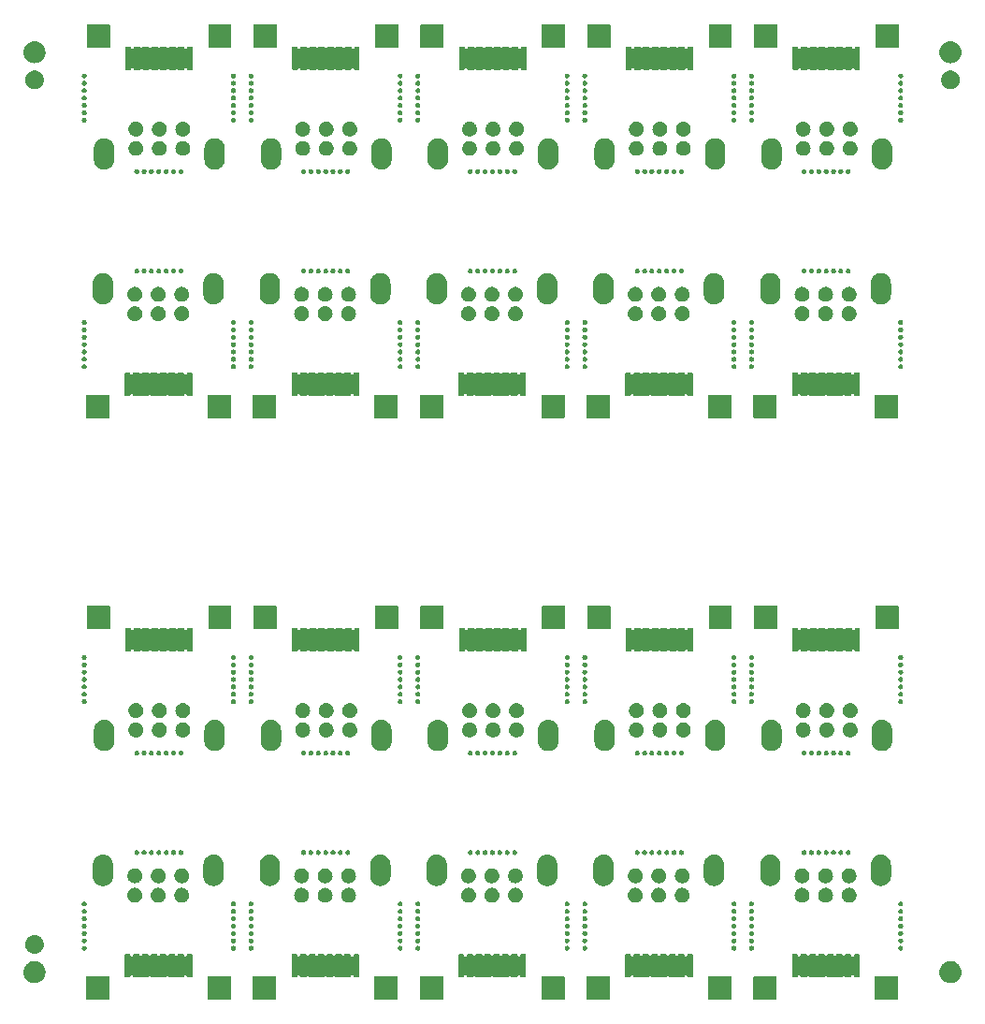
<source format=gbr>
%TF.GenerationSoftware,KiCad,Pcbnew,7.0.7*%
%TF.CreationDate,2023-12-24T11:29:26-08:00*%
%TF.ProjectId,Micro_AGB_Dongle_Panel,4d696372-6f5f-4414-9742-5f446f6e676c,rev?*%
%TF.SameCoordinates,Original*%
%TF.FileFunction,Soldermask,Top*%
%TF.FilePolarity,Negative*%
%FSLAX46Y46*%
G04 Gerber Fmt 4.6, Leading zero omitted, Abs format (unit mm)*
G04 Created by KiCad (PCBNEW 7.0.7) date 2023-12-24 11:29:26*
%MOMM*%
%LPD*%
G01*
G04 APERTURE LIST*
G04 APERTURE END LIST*
G36*
X113794517Y-106102882D02*
G01*
X113811062Y-106113938D01*
X113822118Y-106130483D01*
X113826000Y-106150000D01*
X113826000Y-108150000D01*
X113822118Y-108169517D01*
X113811062Y-108186062D01*
X113794517Y-108197118D01*
X113775000Y-108201000D01*
X111775000Y-108201000D01*
X111755483Y-108197118D01*
X111738938Y-108186062D01*
X111727882Y-108169517D01*
X111724000Y-108150000D01*
X111724000Y-106150000D01*
X111727882Y-106130483D01*
X111738938Y-106113938D01*
X111755483Y-106102882D01*
X111775000Y-106099000D01*
X113775000Y-106099000D01*
X113794517Y-106102882D01*
G37*
G36*
X124794517Y-106102882D02*
G01*
X124811062Y-106113938D01*
X124822118Y-106130483D01*
X124826000Y-106150000D01*
X124826000Y-108150000D01*
X124822118Y-108169517D01*
X124811062Y-108186062D01*
X124794517Y-108197118D01*
X124775000Y-108201000D01*
X122775000Y-108201000D01*
X122755483Y-108197118D01*
X122738938Y-108186062D01*
X122727882Y-108169517D01*
X122724000Y-108150000D01*
X122724000Y-106150000D01*
X122727882Y-106130483D01*
X122738938Y-106113938D01*
X122755483Y-106102882D01*
X122775000Y-106099000D01*
X124775000Y-106099000D01*
X124794517Y-106102882D01*
G37*
G36*
X128894517Y-106102882D02*
G01*
X128911062Y-106113938D01*
X128922118Y-106130483D01*
X128926000Y-106150000D01*
X128926000Y-108150000D01*
X128922118Y-108169517D01*
X128911062Y-108186062D01*
X128894517Y-108197118D01*
X128875000Y-108201000D01*
X126875000Y-108201000D01*
X126855483Y-108197118D01*
X126838938Y-108186062D01*
X126827882Y-108169517D01*
X126824000Y-108150000D01*
X126824000Y-106150000D01*
X126827882Y-106130483D01*
X126838938Y-106113938D01*
X126855483Y-106102882D01*
X126875000Y-106099000D01*
X128875000Y-106099000D01*
X128894517Y-106102882D01*
G37*
G36*
X139894517Y-106102882D02*
G01*
X139911062Y-106113938D01*
X139922118Y-106130483D01*
X139926000Y-106150000D01*
X139926000Y-108150000D01*
X139922118Y-108169517D01*
X139911062Y-108186062D01*
X139894517Y-108197118D01*
X139875000Y-108201000D01*
X137875000Y-108201000D01*
X137855483Y-108197118D01*
X137838938Y-108186062D01*
X137827882Y-108169517D01*
X137824000Y-108150000D01*
X137824000Y-106150000D01*
X137827882Y-106130483D01*
X137838938Y-106113938D01*
X137855483Y-106102882D01*
X137875000Y-106099000D01*
X139875000Y-106099000D01*
X139894517Y-106102882D01*
G37*
G36*
X143994517Y-106102882D02*
G01*
X144011062Y-106113938D01*
X144022118Y-106130483D01*
X144026000Y-106150000D01*
X144026000Y-108150000D01*
X144022118Y-108169517D01*
X144011062Y-108186062D01*
X143994517Y-108197118D01*
X143975000Y-108201000D01*
X141975000Y-108201000D01*
X141955483Y-108197118D01*
X141938938Y-108186062D01*
X141927882Y-108169517D01*
X141924000Y-108150000D01*
X141924000Y-106150000D01*
X141927882Y-106130483D01*
X141938938Y-106113938D01*
X141955483Y-106102882D01*
X141975000Y-106099000D01*
X143975000Y-106099000D01*
X143994517Y-106102882D01*
G37*
G36*
X154994517Y-106102882D02*
G01*
X155011062Y-106113938D01*
X155022118Y-106130483D01*
X155026000Y-106150000D01*
X155026000Y-108150000D01*
X155022118Y-108169517D01*
X155011062Y-108186062D01*
X154994517Y-108197118D01*
X154975000Y-108201000D01*
X152975000Y-108201000D01*
X152955483Y-108197118D01*
X152938938Y-108186062D01*
X152927882Y-108169517D01*
X152924000Y-108150000D01*
X152924000Y-106150000D01*
X152927882Y-106130483D01*
X152938938Y-106113938D01*
X152955483Y-106102882D01*
X152975000Y-106099000D01*
X154975000Y-106099000D01*
X154994517Y-106102882D01*
G37*
G36*
X159094517Y-106102882D02*
G01*
X159111062Y-106113938D01*
X159122118Y-106130483D01*
X159126000Y-106150000D01*
X159126000Y-108150000D01*
X159122118Y-108169517D01*
X159111062Y-108186062D01*
X159094517Y-108197118D01*
X159075000Y-108201000D01*
X157075000Y-108201000D01*
X157055483Y-108197118D01*
X157038938Y-108186062D01*
X157027882Y-108169517D01*
X157024000Y-108150000D01*
X157024000Y-106150000D01*
X157027882Y-106130483D01*
X157038938Y-106113938D01*
X157055483Y-106102882D01*
X157075000Y-106099000D01*
X159075000Y-106099000D01*
X159094517Y-106102882D01*
G37*
G36*
X170094517Y-106102882D02*
G01*
X170111062Y-106113938D01*
X170122118Y-106130483D01*
X170126000Y-106150000D01*
X170126000Y-108150000D01*
X170122118Y-108169517D01*
X170111062Y-108186062D01*
X170094517Y-108197118D01*
X170075000Y-108201000D01*
X168075000Y-108201000D01*
X168055483Y-108197118D01*
X168038938Y-108186062D01*
X168027882Y-108169517D01*
X168024000Y-108150000D01*
X168024000Y-106150000D01*
X168027882Y-106130483D01*
X168038938Y-106113938D01*
X168055483Y-106102882D01*
X168075000Y-106099000D01*
X170075000Y-106099000D01*
X170094517Y-106102882D01*
G37*
G36*
X174194517Y-106102882D02*
G01*
X174211062Y-106113938D01*
X174222118Y-106130483D01*
X174226000Y-106150000D01*
X174226000Y-108150000D01*
X174222118Y-108169517D01*
X174211062Y-108186062D01*
X174194517Y-108197118D01*
X174175000Y-108201000D01*
X172175000Y-108201000D01*
X172155483Y-108197118D01*
X172138938Y-108186062D01*
X172127882Y-108169517D01*
X172124000Y-108150000D01*
X172124000Y-106150000D01*
X172127882Y-106130483D01*
X172138938Y-106113938D01*
X172155483Y-106102882D01*
X172175000Y-106099000D01*
X174175000Y-106099000D01*
X174194517Y-106102882D01*
G37*
G36*
X185194517Y-106102882D02*
G01*
X185211062Y-106113938D01*
X185222118Y-106130483D01*
X185226000Y-106150000D01*
X185226000Y-108150000D01*
X185222118Y-108169517D01*
X185211062Y-108186062D01*
X185194517Y-108197118D01*
X185175000Y-108201000D01*
X183175000Y-108201000D01*
X183155483Y-108197118D01*
X183138938Y-108186062D01*
X183127882Y-108169517D01*
X183124000Y-108150000D01*
X183124000Y-106150000D01*
X183127882Y-106130483D01*
X183138938Y-106113938D01*
X183155483Y-106102882D01*
X183175000Y-106099000D01*
X185175000Y-106099000D01*
X185194517Y-106102882D01*
G37*
G36*
X107098724Y-104704799D02*
G01*
X107142218Y-104704799D01*
X107190658Y-104713853D01*
X107245090Y-104719215D01*
X107286438Y-104731757D01*
X107323518Y-104738689D01*
X107374868Y-104758582D01*
X107432683Y-104776120D01*
X107465720Y-104793778D01*
X107495501Y-104805316D01*
X107547245Y-104837354D01*
X107605570Y-104868530D01*
X107630076Y-104888641D01*
X107652311Y-104902409D01*
X107701575Y-104947319D01*
X107757107Y-104992893D01*
X107773563Y-105012945D01*
X107788611Y-105026663D01*
X107832297Y-105084513D01*
X107881470Y-105144430D01*
X107890977Y-105162218D01*
X107899762Y-105173850D01*
X107934713Y-105244040D01*
X107973880Y-105317317D01*
X107978056Y-105331086D01*
X107981972Y-105338949D01*
X108005105Y-105420255D01*
X108030785Y-105504910D01*
X108031628Y-105513473D01*
X108032446Y-105516347D01*
X108040943Y-105608047D01*
X108050000Y-105700000D01*
X108040942Y-105791960D01*
X108032446Y-105883652D01*
X108031628Y-105886524D01*
X108030785Y-105895090D01*
X108005100Y-105979759D01*
X107981972Y-106061050D01*
X107978057Y-106068911D01*
X107973880Y-106082683D01*
X107934705Y-106155972D01*
X107899762Y-106226149D01*
X107890979Y-106237778D01*
X107881470Y-106255570D01*
X107832288Y-106315498D01*
X107788611Y-106373336D01*
X107773566Y-106387050D01*
X107757107Y-106407107D01*
X107701564Y-106452689D01*
X107652311Y-106497590D01*
X107630081Y-106511354D01*
X107605570Y-106531470D01*
X107547233Y-106562651D01*
X107495501Y-106594683D01*
X107465727Y-106606217D01*
X107432683Y-106623880D01*
X107374856Y-106641421D01*
X107323518Y-106661310D01*
X107286445Y-106668240D01*
X107245090Y-106680785D01*
X107190655Y-106686146D01*
X107142218Y-106695201D01*
X107098724Y-106695201D01*
X107050000Y-106700000D01*
X107001276Y-106695201D01*
X106957782Y-106695201D01*
X106909343Y-106686146D01*
X106854910Y-106680785D01*
X106813555Y-106668240D01*
X106776481Y-106661310D01*
X106725139Y-106641419D01*
X106667317Y-106623880D01*
X106634275Y-106606218D01*
X106604498Y-106594683D01*
X106552759Y-106562647D01*
X106494430Y-106531470D01*
X106469921Y-106511356D01*
X106447688Y-106497590D01*
X106398425Y-106452681D01*
X106342893Y-106407107D01*
X106326436Y-106387054D01*
X106311388Y-106373336D01*
X106267699Y-106315482D01*
X106218530Y-106255570D01*
X106209022Y-106237783D01*
X106200237Y-106226149D01*
X106165279Y-106155945D01*
X106126120Y-106082683D01*
X106121943Y-106068916D01*
X106118027Y-106061050D01*
X106094882Y-105979706D01*
X106069215Y-105895090D01*
X106068371Y-105886530D01*
X106067553Y-105883652D01*
X106059040Y-105791788D01*
X106050000Y-105700000D01*
X106059039Y-105608219D01*
X106067553Y-105516347D01*
X106068372Y-105513468D01*
X106069215Y-105504910D01*
X106094878Y-105420308D01*
X106118027Y-105338949D01*
X106121944Y-105331081D01*
X106126120Y-105317317D01*
X106165272Y-105244068D01*
X106200237Y-105173850D01*
X106209024Y-105162213D01*
X106218530Y-105144430D01*
X106267689Y-105084528D01*
X106311388Y-105026663D01*
X106326439Y-105012941D01*
X106342893Y-104992893D01*
X106398414Y-104947327D01*
X106447688Y-104902409D01*
X106469926Y-104888639D01*
X106494430Y-104868530D01*
X106552747Y-104837358D01*
X106604498Y-104805316D01*
X106634282Y-104793777D01*
X106667317Y-104776120D01*
X106725127Y-104758583D01*
X106776481Y-104738689D01*
X106813562Y-104731757D01*
X106854910Y-104719215D01*
X106909340Y-104713853D01*
X106957782Y-104704799D01*
X107001276Y-104704799D01*
X107050000Y-104700000D01*
X107098724Y-104704799D01*
G37*
G36*
X189998724Y-104704799D02*
G01*
X190042218Y-104704799D01*
X190090658Y-104713853D01*
X190145090Y-104719215D01*
X190186438Y-104731757D01*
X190223518Y-104738689D01*
X190274868Y-104758582D01*
X190332683Y-104776120D01*
X190365720Y-104793778D01*
X190395501Y-104805316D01*
X190447245Y-104837354D01*
X190505570Y-104868530D01*
X190530076Y-104888641D01*
X190552311Y-104902409D01*
X190601575Y-104947319D01*
X190657107Y-104992893D01*
X190673563Y-105012945D01*
X190688611Y-105026663D01*
X190732297Y-105084513D01*
X190781470Y-105144430D01*
X190790977Y-105162218D01*
X190799762Y-105173850D01*
X190834713Y-105244040D01*
X190873880Y-105317317D01*
X190878056Y-105331086D01*
X190881972Y-105338949D01*
X190905105Y-105420255D01*
X190930785Y-105504910D01*
X190931628Y-105513473D01*
X190932446Y-105516347D01*
X190940944Y-105608055D01*
X190950000Y-105700000D01*
X190940941Y-105791968D01*
X190932446Y-105883652D01*
X190931628Y-105886524D01*
X190930785Y-105895090D01*
X190905100Y-105979759D01*
X190881972Y-106061050D01*
X190878057Y-106068911D01*
X190873880Y-106082683D01*
X190834705Y-106155972D01*
X190799762Y-106226149D01*
X190790979Y-106237778D01*
X190781470Y-106255570D01*
X190732288Y-106315498D01*
X190688611Y-106373336D01*
X190673566Y-106387050D01*
X190657107Y-106407107D01*
X190601564Y-106452689D01*
X190552311Y-106497590D01*
X190530081Y-106511354D01*
X190505570Y-106531470D01*
X190447233Y-106562651D01*
X190395501Y-106594683D01*
X190365727Y-106606217D01*
X190332683Y-106623880D01*
X190274856Y-106641421D01*
X190223518Y-106661310D01*
X190186445Y-106668240D01*
X190145090Y-106680785D01*
X190090655Y-106686146D01*
X190042218Y-106695201D01*
X189998724Y-106695201D01*
X189950000Y-106700000D01*
X189901276Y-106695201D01*
X189857782Y-106695201D01*
X189809343Y-106686146D01*
X189754910Y-106680785D01*
X189713555Y-106668240D01*
X189676481Y-106661310D01*
X189625139Y-106641419D01*
X189567317Y-106623880D01*
X189534275Y-106606218D01*
X189504498Y-106594683D01*
X189452759Y-106562647D01*
X189394430Y-106531470D01*
X189369921Y-106511356D01*
X189347688Y-106497590D01*
X189298425Y-106452681D01*
X189242893Y-106407107D01*
X189226436Y-106387054D01*
X189211388Y-106373336D01*
X189167699Y-106315482D01*
X189118530Y-106255570D01*
X189109022Y-106237783D01*
X189100237Y-106226149D01*
X189065279Y-106155945D01*
X189026120Y-106082683D01*
X189021943Y-106068916D01*
X189018027Y-106061050D01*
X188994882Y-105979706D01*
X188969215Y-105895090D01*
X188968371Y-105886530D01*
X188967553Y-105883652D01*
X188959041Y-105791796D01*
X188950000Y-105700000D01*
X188959038Y-105608227D01*
X188967553Y-105516347D01*
X188968372Y-105513468D01*
X188969215Y-105504910D01*
X188994878Y-105420308D01*
X189018027Y-105338949D01*
X189021944Y-105331081D01*
X189026120Y-105317317D01*
X189065272Y-105244068D01*
X189100237Y-105173850D01*
X189109024Y-105162213D01*
X189118530Y-105144430D01*
X189167689Y-105084528D01*
X189211388Y-105026663D01*
X189226439Y-105012941D01*
X189242893Y-104992893D01*
X189298414Y-104947327D01*
X189347688Y-104902409D01*
X189369926Y-104888639D01*
X189394430Y-104868530D01*
X189452747Y-104837358D01*
X189504498Y-104805316D01*
X189534282Y-104793777D01*
X189567317Y-104776120D01*
X189625127Y-104758583D01*
X189676481Y-104738689D01*
X189713562Y-104731757D01*
X189754910Y-104719215D01*
X189809340Y-104713853D01*
X189857782Y-104704799D01*
X189901276Y-104704799D01*
X189950000Y-104700000D01*
X189998724Y-104704799D01*
G37*
G36*
X115694517Y-104102882D02*
G01*
X115711062Y-104113938D01*
X115722118Y-104130483D01*
X115726000Y-104150000D01*
X115726000Y-104162320D01*
X115747412Y-104269977D01*
X115952582Y-104269981D01*
X115974000Y-104162308D01*
X115974000Y-104150000D01*
X115977882Y-104130483D01*
X115988938Y-104113938D01*
X116005483Y-104102882D01*
X116025000Y-104099000D01*
X116525000Y-104099000D01*
X116544517Y-104102882D01*
X116561062Y-104113938D01*
X116572118Y-104130483D01*
X116573342Y-104136638D01*
X116608188Y-104188786D01*
X116741812Y-104188786D01*
X116776657Y-104136636D01*
X116777882Y-104130483D01*
X116788938Y-104113938D01*
X116805483Y-104102882D01*
X116825000Y-104099000D01*
X117325000Y-104099000D01*
X117344517Y-104102882D01*
X117361062Y-104113938D01*
X117372118Y-104130483D01*
X117373342Y-104136638D01*
X117408188Y-104188786D01*
X117541812Y-104188786D01*
X117576657Y-104136636D01*
X117577882Y-104130483D01*
X117588938Y-104113938D01*
X117605483Y-104102882D01*
X117625000Y-104099000D01*
X118125000Y-104099000D01*
X118144517Y-104102882D01*
X118161062Y-104113938D01*
X118172118Y-104130483D01*
X118173342Y-104136638D01*
X118208188Y-104188786D01*
X118341812Y-104188786D01*
X118376657Y-104136636D01*
X118377882Y-104130483D01*
X118388938Y-104113938D01*
X118405483Y-104102882D01*
X118425000Y-104099000D01*
X118925000Y-104099000D01*
X118944517Y-104102882D01*
X118961062Y-104113938D01*
X118972118Y-104130483D01*
X118973342Y-104136638D01*
X119008188Y-104188786D01*
X119141812Y-104188786D01*
X119176657Y-104136636D01*
X119177882Y-104130483D01*
X119188938Y-104113938D01*
X119205483Y-104102882D01*
X119225000Y-104099000D01*
X119725000Y-104099000D01*
X119744517Y-104102882D01*
X119761062Y-104113938D01*
X119772118Y-104130483D01*
X119773342Y-104136638D01*
X119808188Y-104188786D01*
X119941812Y-104188786D01*
X119976657Y-104136636D01*
X119977882Y-104130483D01*
X119988938Y-104113938D01*
X120005483Y-104102882D01*
X120025000Y-104099000D01*
X120525000Y-104099000D01*
X120544517Y-104102882D01*
X120561062Y-104113938D01*
X120572118Y-104130483D01*
X120576000Y-104150000D01*
X120576000Y-104162320D01*
X120597412Y-104269977D01*
X120802582Y-104269981D01*
X120824000Y-104162308D01*
X120824000Y-104150000D01*
X120827882Y-104130483D01*
X120838938Y-104113938D01*
X120855483Y-104102882D01*
X120875000Y-104099000D01*
X121275000Y-104099000D01*
X121294517Y-104102882D01*
X121311062Y-104113938D01*
X121322118Y-104130483D01*
X121326000Y-104150000D01*
X121326000Y-106150000D01*
X121322118Y-106169517D01*
X121311062Y-106186062D01*
X121294517Y-106197118D01*
X121275000Y-106201000D01*
X120875000Y-106201000D01*
X120855483Y-106197118D01*
X120838938Y-106186062D01*
X120827882Y-106169517D01*
X120824000Y-106150000D01*
X120824000Y-106137686D01*
X120802585Y-106030020D01*
X120597415Y-106030020D01*
X120576000Y-106137683D01*
X120576000Y-106150000D01*
X120572118Y-106169517D01*
X120561062Y-106186062D01*
X120544517Y-106197118D01*
X120525000Y-106201000D01*
X120025000Y-106201000D01*
X120005483Y-106197118D01*
X119988938Y-106186062D01*
X119977882Y-106169517D01*
X119976657Y-106163360D01*
X119941813Y-106111213D01*
X119808187Y-106111213D01*
X119773342Y-106163359D01*
X119772118Y-106169517D01*
X119761062Y-106186062D01*
X119744517Y-106197118D01*
X119725000Y-106201000D01*
X119225000Y-106201000D01*
X119205483Y-106197118D01*
X119188938Y-106186062D01*
X119177882Y-106169517D01*
X119176657Y-106163360D01*
X119141813Y-106111213D01*
X119008187Y-106111213D01*
X118973342Y-106163359D01*
X118972118Y-106169517D01*
X118961062Y-106186062D01*
X118944517Y-106197118D01*
X118925000Y-106201000D01*
X118425000Y-106201000D01*
X118405483Y-106197118D01*
X118388938Y-106186062D01*
X118377882Y-106169517D01*
X118376657Y-106163360D01*
X118341813Y-106111213D01*
X118208187Y-106111213D01*
X118173342Y-106163359D01*
X118172118Y-106169517D01*
X118161062Y-106186062D01*
X118144517Y-106197118D01*
X118125000Y-106201000D01*
X117625000Y-106201000D01*
X117605483Y-106197118D01*
X117588938Y-106186062D01*
X117577882Y-106169517D01*
X117576657Y-106163360D01*
X117541813Y-106111213D01*
X117408187Y-106111213D01*
X117373342Y-106163359D01*
X117372118Y-106169517D01*
X117361062Y-106186062D01*
X117344517Y-106197118D01*
X117325000Y-106201000D01*
X116825000Y-106201000D01*
X116805483Y-106197118D01*
X116788938Y-106186062D01*
X116777882Y-106169517D01*
X116776657Y-106163360D01*
X116741813Y-106111213D01*
X116608187Y-106111213D01*
X116573342Y-106163359D01*
X116572118Y-106169517D01*
X116561062Y-106186062D01*
X116544517Y-106197118D01*
X116525000Y-106201000D01*
X116025000Y-106201000D01*
X116005483Y-106197118D01*
X115988938Y-106186062D01*
X115977882Y-106169517D01*
X115974000Y-106150000D01*
X115974000Y-106137686D01*
X115952585Y-106030020D01*
X115747415Y-106030020D01*
X115726000Y-106137683D01*
X115726000Y-106150000D01*
X115722118Y-106169517D01*
X115711062Y-106186062D01*
X115694517Y-106197118D01*
X115675000Y-106201000D01*
X115275000Y-106201000D01*
X115255483Y-106197118D01*
X115238938Y-106186062D01*
X115227882Y-106169517D01*
X115224000Y-106150000D01*
X115224000Y-104150000D01*
X115227882Y-104130483D01*
X115238938Y-104113938D01*
X115255483Y-104102882D01*
X115275000Y-104099000D01*
X115675000Y-104099000D01*
X115694517Y-104102882D01*
G37*
G36*
X130794517Y-104102882D02*
G01*
X130811062Y-104113938D01*
X130822118Y-104130483D01*
X130826000Y-104150000D01*
X130826000Y-104162320D01*
X130847412Y-104269977D01*
X131052582Y-104269981D01*
X131074000Y-104162308D01*
X131074000Y-104150000D01*
X131077882Y-104130483D01*
X131088938Y-104113938D01*
X131105483Y-104102882D01*
X131125000Y-104099000D01*
X131625000Y-104099000D01*
X131644517Y-104102882D01*
X131661062Y-104113938D01*
X131672118Y-104130483D01*
X131673342Y-104136638D01*
X131708188Y-104188786D01*
X131841812Y-104188786D01*
X131876657Y-104136636D01*
X131877882Y-104130483D01*
X131888938Y-104113938D01*
X131905483Y-104102882D01*
X131925000Y-104099000D01*
X132425000Y-104099000D01*
X132444517Y-104102882D01*
X132461062Y-104113938D01*
X132472118Y-104130483D01*
X132473342Y-104136638D01*
X132508188Y-104188786D01*
X132641812Y-104188786D01*
X132676657Y-104136636D01*
X132677882Y-104130483D01*
X132688938Y-104113938D01*
X132705483Y-104102882D01*
X132725000Y-104099000D01*
X133225000Y-104099000D01*
X133244517Y-104102882D01*
X133261062Y-104113938D01*
X133272118Y-104130483D01*
X133273342Y-104136638D01*
X133308188Y-104188786D01*
X133441812Y-104188786D01*
X133476657Y-104136636D01*
X133477882Y-104130483D01*
X133488938Y-104113938D01*
X133505483Y-104102882D01*
X133525000Y-104099000D01*
X134025000Y-104099000D01*
X134044517Y-104102882D01*
X134061062Y-104113938D01*
X134072118Y-104130483D01*
X134073342Y-104136638D01*
X134108188Y-104188786D01*
X134241812Y-104188786D01*
X134276657Y-104136636D01*
X134277882Y-104130483D01*
X134288938Y-104113938D01*
X134305483Y-104102882D01*
X134325000Y-104099000D01*
X134825000Y-104099000D01*
X134844517Y-104102882D01*
X134861062Y-104113938D01*
X134872118Y-104130483D01*
X134873342Y-104136638D01*
X134908188Y-104188786D01*
X135041812Y-104188786D01*
X135076657Y-104136636D01*
X135077882Y-104130483D01*
X135088938Y-104113938D01*
X135105483Y-104102882D01*
X135125000Y-104099000D01*
X135625000Y-104099000D01*
X135644517Y-104102882D01*
X135661062Y-104113938D01*
X135672118Y-104130483D01*
X135676000Y-104150000D01*
X135676000Y-104162320D01*
X135697412Y-104269977D01*
X135902582Y-104269981D01*
X135924000Y-104162308D01*
X135924000Y-104150000D01*
X135927882Y-104130483D01*
X135938938Y-104113938D01*
X135955483Y-104102882D01*
X135975000Y-104099000D01*
X136375000Y-104099000D01*
X136394517Y-104102882D01*
X136411062Y-104113938D01*
X136422118Y-104130483D01*
X136426000Y-104150000D01*
X136426000Y-106150000D01*
X136422118Y-106169517D01*
X136411062Y-106186062D01*
X136394517Y-106197118D01*
X136375000Y-106201000D01*
X135975000Y-106201000D01*
X135955483Y-106197118D01*
X135938938Y-106186062D01*
X135927882Y-106169517D01*
X135924000Y-106150000D01*
X135924000Y-106137686D01*
X135902585Y-106030020D01*
X135697415Y-106030020D01*
X135676000Y-106137683D01*
X135676000Y-106150000D01*
X135672118Y-106169517D01*
X135661062Y-106186062D01*
X135644517Y-106197118D01*
X135625000Y-106201000D01*
X135125000Y-106201000D01*
X135105483Y-106197118D01*
X135088938Y-106186062D01*
X135077882Y-106169517D01*
X135076657Y-106163360D01*
X135041813Y-106111213D01*
X134908187Y-106111213D01*
X134873342Y-106163359D01*
X134872118Y-106169517D01*
X134861062Y-106186062D01*
X134844517Y-106197118D01*
X134825000Y-106201000D01*
X134325000Y-106201000D01*
X134305483Y-106197118D01*
X134288938Y-106186062D01*
X134277882Y-106169517D01*
X134276657Y-106163360D01*
X134241813Y-106111213D01*
X134108187Y-106111213D01*
X134073342Y-106163359D01*
X134072118Y-106169517D01*
X134061062Y-106186062D01*
X134044517Y-106197118D01*
X134025000Y-106201000D01*
X133525000Y-106201000D01*
X133505483Y-106197118D01*
X133488938Y-106186062D01*
X133477882Y-106169517D01*
X133476657Y-106163360D01*
X133441813Y-106111213D01*
X133308187Y-106111213D01*
X133273342Y-106163359D01*
X133272118Y-106169517D01*
X133261062Y-106186062D01*
X133244517Y-106197118D01*
X133225000Y-106201000D01*
X132725000Y-106201000D01*
X132705483Y-106197118D01*
X132688938Y-106186062D01*
X132677882Y-106169517D01*
X132676657Y-106163360D01*
X132641813Y-106111213D01*
X132508187Y-106111213D01*
X132473342Y-106163359D01*
X132472118Y-106169517D01*
X132461062Y-106186062D01*
X132444517Y-106197118D01*
X132425000Y-106201000D01*
X131925000Y-106201000D01*
X131905483Y-106197118D01*
X131888938Y-106186062D01*
X131877882Y-106169517D01*
X131876657Y-106163360D01*
X131841813Y-106111213D01*
X131708187Y-106111213D01*
X131673342Y-106163359D01*
X131672118Y-106169517D01*
X131661062Y-106186062D01*
X131644517Y-106197118D01*
X131625000Y-106201000D01*
X131125000Y-106201000D01*
X131105483Y-106197118D01*
X131088938Y-106186062D01*
X131077882Y-106169517D01*
X131074000Y-106150000D01*
X131074000Y-106137686D01*
X131052585Y-106030020D01*
X130847415Y-106030020D01*
X130826000Y-106137683D01*
X130826000Y-106150000D01*
X130822118Y-106169517D01*
X130811062Y-106186062D01*
X130794517Y-106197118D01*
X130775000Y-106201000D01*
X130375000Y-106201000D01*
X130355483Y-106197118D01*
X130338938Y-106186062D01*
X130327882Y-106169517D01*
X130324000Y-106150000D01*
X130324000Y-104150000D01*
X130327882Y-104130483D01*
X130338938Y-104113938D01*
X130355483Y-104102882D01*
X130375000Y-104099000D01*
X130775000Y-104099000D01*
X130794517Y-104102882D01*
G37*
G36*
X145894517Y-104102882D02*
G01*
X145911062Y-104113938D01*
X145922118Y-104130483D01*
X145926000Y-104150000D01*
X145926000Y-104162320D01*
X145947412Y-104269977D01*
X146152582Y-104269981D01*
X146174000Y-104162308D01*
X146174000Y-104150000D01*
X146177882Y-104130483D01*
X146188938Y-104113938D01*
X146205483Y-104102882D01*
X146225000Y-104099000D01*
X146725000Y-104099000D01*
X146744517Y-104102882D01*
X146761062Y-104113938D01*
X146772118Y-104130483D01*
X146773342Y-104136638D01*
X146808188Y-104188786D01*
X146941812Y-104188786D01*
X146976657Y-104136636D01*
X146977882Y-104130483D01*
X146988938Y-104113938D01*
X147005483Y-104102882D01*
X147025000Y-104099000D01*
X147525000Y-104099000D01*
X147544517Y-104102882D01*
X147561062Y-104113938D01*
X147572118Y-104130483D01*
X147573342Y-104136638D01*
X147608188Y-104188786D01*
X147741812Y-104188786D01*
X147776657Y-104136636D01*
X147777882Y-104130483D01*
X147788938Y-104113938D01*
X147805483Y-104102882D01*
X147825000Y-104099000D01*
X148325000Y-104099000D01*
X148344517Y-104102882D01*
X148361062Y-104113938D01*
X148372118Y-104130483D01*
X148373342Y-104136638D01*
X148408188Y-104188786D01*
X148541812Y-104188786D01*
X148576657Y-104136636D01*
X148577882Y-104130483D01*
X148588938Y-104113938D01*
X148605483Y-104102882D01*
X148625000Y-104099000D01*
X149125000Y-104099000D01*
X149144517Y-104102882D01*
X149161062Y-104113938D01*
X149172118Y-104130483D01*
X149173342Y-104136638D01*
X149208188Y-104188786D01*
X149341812Y-104188786D01*
X149376657Y-104136636D01*
X149377882Y-104130483D01*
X149388938Y-104113938D01*
X149405483Y-104102882D01*
X149425000Y-104099000D01*
X149925000Y-104099000D01*
X149944517Y-104102882D01*
X149961062Y-104113938D01*
X149972118Y-104130483D01*
X149973342Y-104136638D01*
X150008188Y-104188786D01*
X150141812Y-104188786D01*
X150176657Y-104136636D01*
X150177882Y-104130483D01*
X150188938Y-104113938D01*
X150205483Y-104102882D01*
X150225000Y-104099000D01*
X150725000Y-104099000D01*
X150744517Y-104102882D01*
X150761062Y-104113938D01*
X150772118Y-104130483D01*
X150776000Y-104150000D01*
X150776000Y-104162320D01*
X150797412Y-104269977D01*
X151002582Y-104269981D01*
X151024000Y-104162308D01*
X151024000Y-104150000D01*
X151027882Y-104130483D01*
X151038938Y-104113938D01*
X151055483Y-104102882D01*
X151075000Y-104099000D01*
X151475000Y-104099000D01*
X151494517Y-104102882D01*
X151511062Y-104113938D01*
X151522118Y-104130483D01*
X151526000Y-104150000D01*
X151526000Y-106150000D01*
X151522118Y-106169517D01*
X151511062Y-106186062D01*
X151494517Y-106197118D01*
X151475000Y-106201000D01*
X151075000Y-106201000D01*
X151055483Y-106197118D01*
X151038938Y-106186062D01*
X151027882Y-106169517D01*
X151024000Y-106150000D01*
X151024000Y-106137686D01*
X151002585Y-106030020D01*
X150797415Y-106030020D01*
X150776000Y-106137683D01*
X150776000Y-106150000D01*
X150772118Y-106169517D01*
X150761062Y-106186062D01*
X150744517Y-106197118D01*
X150725000Y-106201000D01*
X150225000Y-106201000D01*
X150205483Y-106197118D01*
X150188938Y-106186062D01*
X150177882Y-106169517D01*
X150176657Y-106163360D01*
X150141813Y-106111213D01*
X150008187Y-106111213D01*
X149973342Y-106163359D01*
X149972118Y-106169517D01*
X149961062Y-106186062D01*
X149944517Y-106197118D01*
X149925000Y-106201000D01*
X149425000Y-106201000D01*
X149405483Y-106197118D01*
X149388938Y-106186062D01*
X149377882Y-106169517D01*
X149376657Y-106163360D01*
X149341813Y-106111213D01*
X149208187Y-106111213D01*
X149173342Y-106163359D01*
X149172118Y-106169517D01*
X149161062Y-106186062D01*
X149144517Y-106197118D01*
X149125000Y-106201000D01*
X148625000Y-106201000D01*
X148605483Y-106197118D01*
X148588938Y-106186062D01*
X148577882Y-106169517D01*
X148576657Y-106163360D01*
X148541813Y-106111213D01*
X148408187Y-106111213D01*
X148373342Y-106163359D01*
X148372118Y-106169517D01*
X148361062Y-106186062D01*
X148344517Y-106197118D01*
X148325000Y-106201000D01*
X147825000Y-106201000D01*
X147805483Y-106197118D01*
X147788938Y-106186062D01*
X147777882Y-106169517D01*
X147776657Y-106163360D01*
X147741813Y-106111213D01*
X147608187Y-106111213D01*
X147573342Y-106163359D01*
X147572118Y-106169517D01*
X147561062Y-106186062D01*
X147544517Y-106197118D01*
X147525000Y-106201000D01*
X147025000Y-106201000D01*
X147005483Y-106197118D01*
X146988938Y-106186062D01*
X146977882Y-106169517D01*
X146976657Y-106163360D01*
X146941813Y-106111213D01*
X146808187Y-106111213D01*
X146773342Y-106163359D01*
X146772118Y-106169517D01*
X146761062Y-106186062D01*
X146744517Y-106197118D01*
X146725000Y-106201000D01*
X146225000Y-106201000D01*
X146205483Y-106197118D01*
X146188938Y-106186062D01*
X146177882Y-106169517D01*
X146174000Y-106150000D01*
X146174000Y-106137686D01*
X146152585Y-106030020D01*
X145947415Y-106030020D01*
X145926000Y-106137683D01*
X145926000Y-106150000D01*
X145922118Y-106169517D01*
X145911062Y-106186062D01*
X145894517Y-106197118D01*
X145875000Y-106201000D01*
X145475000Y-106201000D01*
X145455483Y-106197118D01*
X145438938Y-106186062D01*
X145427882Y-106169517D01*
X145424000Y-106150000D01*
X145424000Y-104150000D01*
X145427882Y-104130483D01*
X145438938Y-104113938D01*
X145455483Y-104102882D01*
X145475000Y-104099000D01*
X145875000Y-104099000D01*
X145894517Y-104102882D01*
G37*
G36*
X160994517Y-104102882D02*
G01*
X161011062Y-104113938D01*
X161022118Y-104130483D01*
X161026000Y-104150000D01*
X161026000Y-104162320D01*
X161047412Y-104269977D01*
X161252582Y-104269981D01*
X161274000Y-104162308D01*
X161274000Y-104150000D01*
X161277882Y-104130483D01*
X161288938Y-104113938D01*
X161305483Y-104102882D01*
X161325000Y-104099000D01*
X161825000Y-104099000D01*
X161844517Y-104102882D01*
X161861062Y-104113938D01*
X161872118Y-104130483D01*
X161873342Y-104136638D01*
X161908188Y-104188786D01*
X162041812Y-104188786D01*
X162076657Y-104136636D01*
X162077882Y-104130483D01*
X162088938Y-104113938D01*
X162105483Y-104102882D01*
X162125000Y-104099000D01*
X162625000Y-104099000D01*
X162644517Y-104102882D01*
X162661062Y-104113938D01*
X162672118Y-104130483D01*
X162673342Y-104136638D01*
X162708188Y-104188786D01*
X162841812Y-104188786D01*
X162876657Y-104136636D01*
X162877882Y-104130483D01*
X162888938Y-104113938D01*
X162905483Y-104102882D01*
X162925000Y-104099000D01*
X163425000Y-104099000D01*
X163444517Y-104102882D01*
X163461062Y-104113938D01*
X163472118Y-104130483D01*
X163473342Y-104136638D01*
X163508188Y-104188786D01*
X163641812Y-104188786D01*
X163676657Y-104136636D01*
X163677882Y-104130483D01*
X163688938Y-104113938D01*
X163705483Y-104102882D01*
X163725000Y-104099000D01*
X164225000Y-104099000D01*
X164244517Y-104102882D01*
X164261062Y-104113938D01*
X164272118Y-104130483D01*
X164273342Y-104136638D01*
X164308188Y-104188786D01*
X164441812Y-104188786D01*
X164476657Y-104136636D01*
X164477882Y-104130483D01*
X164488938Y-104113938D01*
X164505483Y-104102882D01*
X164525000Y-104099000D01*
X165025000Y-104099000D01*
X165044517Y-104102882D01*
X165061062Y-104113938D01*
X165072118Y-104130483D01*
X165073342Y-104136638D01*
X165108188Y-104188786D01*
X165241812Y-104188786D01*
X165276657Y-104136636D01*
X165277882Y-104130483D01*
X165288938Y-104113938D01*
X165305483Y-104102882D01*
X165325000Y-104099000D01*
X165825000Y-104099000D01*
X165844517Y-104102882D01*
X165861062Y-104113938D01*
X165872118Y-104130483D01*
X165876000Y-104150000D01*
X165876000Y-104162320D01*
X165897412Y-104269977D01*
X166102582Y-104269981D01*
X166124000Y-104162308D01*
X166124000Y-104150000D01*
X166127882Y-104130483D01*
X166138938Y-104113938D01*
X166155483Y-104102882D01*
X166175000Y-104099000D01*
X166575000Y-104099000D01*
X166594517Y-104102882D01*
X166611062Y-104113938D01*
X166622118Y-104130483D01*
X166626000Y-104150000D01*
X166626000Y-106150000D01*
X166622118Y-106169517D01*
X166611062Y-106186062D01*
X166594517Y-106197118D01*
X166575000Y-106201000D01*
X166175000Y-106201000D01*
X166155483Y-106197118D01*
X166138938Y-106186062D01*
X166127882Y-106169517D01*
X166124000Y-106150000D01*
X166124000Y-106137686D01*
X166102585Y-106030020D01*
X165897415Y-106030020D01*
X165876000Y-106137683D01*
X165876000Y-106150000D01*
X165872118Y-106169517D01*
X165861062Y-106186062D01*
X165844517Y-106197118D01*
X165825000Y-106201000D01*
X165325000Y-106201000D01*
X165305483Y-106197118D01*
X165288938Y-106186062D01*
X165277882Y-106169517D01*
X165276657Y-106163360D01*
X165241813Y-106111213D01*
X165108187Y-106111213D01*
X165073342Y-106163359D01*
X165072118Y-106169517D01*
X165061062Y-106186062D01*
X165044517Y-106197118D01*
X165025000Y-106201000D01*
X164525000Y-106201000D01*
X164505483Y-106197118D01*
X164488938Y-106186062D01*
X164477882Y-106169517D01*
X164476657Y-106163360D01*
X164441813Y-106111213D01*
X164308187Y-106111213D01*
X164273342Y-106163359D01*
X164272118Y-106169517D01*
X164261062Y-106186062D01*
X164244517Y-106197118D01*
X164225000Y-106201000D01*
X163725000Y-106201000D01*
X163705483Y-106197118D01*
X163688938Y-106186062D01*
X163677882Y-106169517D01*
X163676657Y-106163360D01*
X163641813Y-106111213D01*
X163508187Y-106111213D01*
X163473342Y-106163359D01*
X163472118Y-106169517D01*
X163461062Y-106186062D01*
X163444517Y-106197118D01*
X163425000Y-106201000D01*
X162925000Y-106201000D01*
X162905483Y-106197118D01*
X162888938Y-106186062D01*
X162877882Y-106169517D01*
X162876657Y-106163360D01*
X162841813Y-106111213D01*
X162708187Y-106111213D01*
X162673342Y-106163359D01*
X162672118Y-106169517D01*
X162661062Y-106186062D01*
X162644517Y-106197118D01*
X162625000Y-106201000D01*
X162125000Y-106201000D01*
X162105483Y-106197118D01*
X162088938Y-106186062D01*
X162077882Y-106169517D01*
X162076657Y-106163360D01*
X162041813Y-106111213D01*
X161908187Y-106111213D01*
X161873342Y-106163359D01*
X161872118Y-106169517D01*
X161861062Y-106186062D01*
X161844517Y-106197118D01*
X161825000Y-106201000D01*
X161325000Y-106201000D01*
X161305483Y-106197118D01*
X161288938Y-106186062D01*
X161277882Y-106169517D01*
X161274000Y-106150000D01*
X161274000Y-106137686D01*
X161252585Y-106030020D01*
X161047415Y-106030020D01*
X161026000Y-106137683D01*
X161026000Y-106150000D01*
X161022118Y-106169517D01*
X161011062Y-106186062D01*
X160994517Y-106197118D01*
X160975000Y-106201000D01*
X160575000Y-106201000D01*
X160555483Y-106197118D01*
X160538938Y-106186062D01*
X160527882Y-106169517D01*
X160524000Y-106150000D01*
X160524000Y-104150000D01*
X160527882Y-104130483D01*
X160538938Y-104113938D01*
X160555483Y-104102882D01*
X160575000Y-104099000D01*
X160975000Y-104099000D01*
X160994517Y-104102882D01*
G37*
G36*
X176094517Y-104102882D02*
G01*
X176111062Y-104113938D01*
X176122118Y-104130483D01*
X176126000Y-104150000D01*
X176126000Y-104162320D01*
X176147412Y-104269977D01*
X176352582Y-104269981D01*
X176374000Y-104162308D01*
X176374000Y-104150000D01*
X176377882Y-104130483D01*
X176388938Y-104113938D01*
X176405483Y-104102882D01*
X176425000Y-104099000D01*
X176925000Y-104099000D01*
X176944517Y-104102882D01*
X176961062Y-104113938D01*
X176972118Y-104130483D01*
X176973342Y-104136638D01*
X177008188Y-104188786D01*
X177141812Y-104188786D01*
X177176657Y-104136636D01*
X177177882Y-104130483D01*
X177188938Y-104113938D01*
X177205483Y-104102882D01*
X177225000Y-104099000D01*
X177725000Y-104099000D01*
X177744517Y-104102882D01*
X177761062Y-104113938D01*
X177772118Y-104130483D01*
X177773342Y-104136638D01*
X177808188Y-104188786D01*
X177941812Y-104188786D01*
X177976657Y-104136636D01*
X177977882Y-104130483D01*
X177988938Y-104113938D01*
X178005483Y-104102882D01*
X178025000Y-104099000D01*
X178525000Y-104099000D01*
X178544517Y-104102882D01*
X178561062Y-104113938D01*
X178572118Y-104130483D01*
X178573342Y-104136638D01*
X178608188Y-104188786D01*
X178741812Y-104188786D01*
X178776657Y-104136636D01*
X178777882Y-104130483D01*
X178788938Y-104113938D01*
X178805483Y-104102882D01*
X178825000Y-104099000D01*
X179325000Y-104099000D01*
X179344517Y-104102882D01*
X179361062Y-104113938D01*
X179372118Y-104130483D01*
X179373342Y-104136638D01*
X179408188Y-104188786D01*
X179541812Y-104188786D01*
X179576657Y-104136636D01*
X179577882Y-104130483D01*
X179588938Y-104113938D01*
X179605483Y-104102882D01*
X179625000Y-104099000D01*
X180125000Y-104099000D01*
X180144517Y-104102882D01*
X180161062Y-104113938D01*
X180172118Y-104130483D01*
X180173342Y-104136638D01*
X180208188Y-104188786D01*
X180341812Y-104188786D01*
X180376657Y-104136636D01*
X180377882Y-104130483D01*
X180388938Y-104113938D01*
X180405483Y-104102882D01*
X180425000Y-104099000D01*
X180925000Y-104099000D01*
X180944517Y-104102882D01*
X180961062Y-104113938D01*
X180972118Y-104130483D01*
X180976000Y-104150000D01*
X180976000Y-104162320D01*
X180997412Y-104269977D01*
X181202582Y-104269981D01*
X181224000Y-104162308D01*
X181224000Y-104150000D01*
X181227882Y-104130483D01*
X181238938Y-104113938D01*
X181255483Y-104102882D01*
X181275000Y-104099000D01*
X181675000Y-104099000D01*
X181694517Y-104102882D01*
X181711062Y-104113938D01*
X181722118Y-104130483D01*
X181726000Y-104150000D01*
X181726000Y-106150000D01*
X181722118Y-106169517D01*
X181711062Y-106186062D01*
X181694517Y-106197118D01*
X181675000Y-106201000D01*
X181275000Y-106201000D01*
X181255483Y-106197118D01*
X181238938Y-106186062D01*
X181227882Y-106169517D01*
X181224000Y-106150000D01*
X181224000Y-106137686D01*
X181202585Y-106030020D01*
X180997415Y-106030020D01*
X180976000Y-106137683D01*
X180976000Y-106150000D01*
X180972118Y-106169517D01*
X180961062Y-106186062D01*
X180944517Y-106197118D01*
X180925000Y-106201000D01*
X180425000Y-106201000D01*
X180405483Y-106197118D01*
X180388938Y-106186062D01*
X180377882Y-106169517D01*
X180376657Y-106163360D01*
X180341813Y-106111213D01*
X180208187Y-106111213D01*
X180173342Y-106163359D01*
X180172118Y-106169517D01*
X180161062Y-106186062D01*
X180144517Y-106197118D01*
X180125000Y-106201000D01*
X179625000Y-106201000D01*
X179605483Y-106197118D01*
X179588938Y-106186062D01*
X179577882Y-106169517D01*
X179576657Y-106163360D01*
X179541813Y-106111213D01*
X179408187Y-106111213D01*
X179373342Y-106163359D01*
X179372118Y-106169517D01*
X179361062Y-106186062D01*
X179344517Y-106197118D01*
X179325000Y-106201000D01*
X178825000Y-106201000D01*
X178805483Y-106197118D01*
X178788938Y-106186062D01*
X178777882Y-106169517D01*
X178776657Y-106163360D01*
X178741813Y-106111213D01*
X178608187Y-106111213D01*
X178573342Y-106163359D01*
X178572118Y-106169517D01*
X178561062Y-106186062D01*
X178544517Y-106197118D01*
X178525000Y-106201000D01*
X178025000Y-106201000D01*
X178005483Y-106197118D01*
X177988938Y-106186062D01*
X177977882Y-106169517D01*
X177976657Y-106163360D01*
X177941813Y-106111213D01*
X177808187Y-106111213D01*
X177773342Y-106163359D01*
X177772118Y-106169517D01*
X177761062Y-106186062D01*
X177744517Y-106197118D01*
X177725000Y-106201000D01*
X177225000Y-106201000D01*
X177205483Y-106197118D01*
X177188938Y-106186062D01*
X177177882Y-106169517D01*
X177176657Y-106163360D01*
X177141813Y-106111213D01*
X177008187Y-106111213D01*
X176973342Y-106163359D01*
X176972118Y-106169517D01*
X176961062Y-106186062D01*
X176944517Y-106197118D01*
X176925000Y-106201000D01*
X176425000Y-106201000D01*
X176405483Y-106197118D01*
X176388938Y-106186062D01*
X176377882Y-106169517D01*
X176374000Y-106150000D01*
X176374000Y-106137686D01*
X176352585Y-106030020D01*
X176147415Y-106030020D01*
X176126000Y-106137683D01*
X176126000Y-106150000D01*
X176122118Y-106169517D01*
X176111062Y-106186062D01*
X176094517Y-106197118D01*
X176075000Y-106201000D01*
X175675000Y-106201000D01*
X175655483Y-106197118D01*
X175638938Y-106186062D01*
X175627882Y-106169517D01*
X175624000Y-106150000D01*
X175624000Y-104150000D01*
X175627882Y-104130483D01*
X175638938Y-104113938D01*
X175655483Y-104102882D01*
X175675000Y-104099000D01*
X176075000Y-104099000D01*
X176094517Y-104102882D01*
G37*
G36*
X107091139Y-102354656D02*
G01*
X107138849Y-102354656D01*
X107180045Y-102363412D01*
X107215706Y-102366925D01*
X107260513Y-102380516D01*
X107312664Y-102391602D01*
X107346030Y-102406457D01*
X107375052Y-102415261D01*
X107421167Y-102439910D01*
X107475000Y-102463878D01*
X107500031Y-102482064D01*
X107521897Y-102493752D01*
X107566497Y-102530355D01*
X107618761Y-102568327D01*
X107635731Y-102587174D01*
X107650612Y-102599387D01*
X107690608Y-102648122D01*
X107737664Y-102700383D01*
X107747547Y-102717502D01*
X107756247Y-102728102D01*
X107788427Y-102788307D01*
X107826514Y-102854274D01*
X107830894Y-102867757D01*
X107834738Y-102874947D01*
X107855926Y-102944796D01*
X107881425Y-103023275D01*
X107882322Y-103031816D01*
X107883074Y-103034293D01*
X107890385Y-103108522D01*
X107900000Y-103200000D01*
X107890384Y-103291485D01*
X107883074Y-103365706D01*
X107882322Y-103368182D01*
X107881425Y-103376725D01*
X107855921Y-103455217D01*
X107834738Y-103525052D01*
X107830895Y-103532240D01*
X107826514Y-103545726D01*
X107788420Y-103611704D01*
X107756247Y-103671897D01*
X107747549Y-103682494D01*
X107737664Y-103699617D01*
X107690599Y-103751888D01*
X107650612Y-103800612D01*
X107635734Y-103812821D01*
X107618761Y-103831673D01*
X107566486Y-103869652D01*
X107521897Y-103906247D01*
X107500036Y-103917931D01*
X107475000Y-103936122D01*
X107421155Y-103960094D01*
X107375052Y-103984738D01*
X107346037Y-103993539D01*
X107312664Y-104008398D01*
X107260502Y-104019485D01*
X107215706Y-104033074D01*
X107180054Y-104036585D01*
X107138849Y-104045344D01*
X107091129Y-104045344D01*
X107049999Y-104049395D01*
X107008869Y-104045344D01*
X106961151Y-104045344D01*
X106919946Y-104036585D01*
X106884293Y-104033074D01*
X106839493Y-104019484D01*
X106787336Y-104008398D01*
X106753964Y-103993540D01*
X106724947Y-103984738D01*
X106678838Y-103960092D01*
X106625000Y-103936122D01*
X106599966Y-103917933D01*
X106578102Y-103906247D01*
X106533504Y-103869646D01*
X106481239Y-103831673D01*
X106464267Y-103812824D01*
X106449387Y-103800612D01*
X106409389Y-103751875D01*
X106362336Y-103699617D01*
X106352452Y-103682498D01*
X106343752Y-103671897D01*
X106311565Y-103611681D01*
X106273486Y-103545726D01*
X106269105Y-103532245D01*
X106265261Y-103525052D01*
X106244063Y-103455171D01*
X106218575Y-103376725D01*
X106217677Y-103368187D01*
X106216925Y-103365706D01*
X106209599Y-103291334D01*
X106200000Y-103200000D01*
X106209598Y-103108674D01*
X106216925Y-103034293D01*
X106217677Y-103031811D01*
X106218575Y-103023275D01*
X106244058Y-102944842D01*
X106265261Y-102874947D01*
X106269106Y-102867752D01*
X106273486Y-102854274D01*
X106311558Y-102788330D01*
X106343752Y-102728102D01*
X106352454Y-102717498D01*
X106362336Y-102700383D01*
X106409380Y-102648134D01*
X106449387Y-102599387D01*
X106464271Y-102587171D01*
X106481239Y-102568327D01*
X106533493Y-102530361D01*
X106578102Y-102493752D01*
X106599971Y-102482062D01*
X106625000Y-102463878D01*
X106678826Y-102439912D01*
X106724947Y-102415261D01*
X106753971Y-102406456D01*
X106787336Y-102391602D01*
X106839482Y-102380517D01*
X106884293Y-102366925D01*
X106919955Y-102363412D01*
X106961151Y-102354656D01*
X107008859Y-102354656D01*
X107049999Y-102350604D01*
X107091139Y-102354656D01*
G37*
G36*
X111588238Y-103332606D02*
G01*
X111619037Y-103337489D01*
X111623039Y-103339528D01*
X111636104Y-103342127D01*
X111661681Y-103359217D01*
X111681334Y-103369231D01*
X111690730Y-103378627D01*
X111709099Y-103390901D01*
X111721372Y-103409269D01*
X111730768Y-103418665D01*
X111740780Y-103438316D01*
X111757873Y-103463896D01*
X111760471Y-103476960D01*
X111762506Y-103480953D01*
X111767351Y-103511546D01*
X111775000Y-103550000D01*
X111767349Y-103588459D01*
X111762506Y-103619046D01*
X111760471Y-103623037D01*
X111757873Y-103636104D01*
X111740778Y-103661687D01*
X111730768Y-103681334D01*
X111721374Y-103690727D01*
X111709099Y-103709099D01*
X111690727Y-103721374D01*
X111681334Y-103730768D01*
X111661687Y-103740778D01*
X111636104Y-103757873D01*
X111623037Y-103760471D01*
X111619046Y-103762506D01*
X111588459Y-103767349D01*
X111550000Y-103775000D01*
X111511546Y-103767351D01*
X111480953Y-103762506D01*
X111476960Y-103760471D01*
X111463896Y-103757873D01*
X111438316Y-103740780D01*
X111418665Y-103730768D01*
X111409269Y-103721372D01*
X111390901Y-103709099D01*
X111378627Y-103690730D01*
X111369231Y-103681334D01*
X111359216Y-103661680D01*
X111342127Y-103636104D01*
X111339528Y-103623041D01*
X111337493Y-103619046D01*
X111332645Y-103588434D01*
X111325000Y-103550000D01*
X111332643Y-103511570D01*
X111337493Y-103480953D01*
X111339528Y-103476957D01*
X111342127Y-103463896D01*
X111359214Y-103438322D01*
X111369231Y-103418665D01*
X111378629Y-103409266D01*
X111390901Y-103390901D01*
X111409266Y-103378629D01*
X111418665Y-103369231D01*
X111438322Y-103359214D01*
X111463896Y-103342127D01*
X111476957Y-103339528D01*
X111480965Y-103337487D01*
X111511840Y-103332590D01*
X111550000Y-103325000D01*
X111588238Y-103332606D01*
G37*
G36*
X125088238Y-103332606D02*
G01*
X125119037Y-103337489D01*
X125123039Y-103339528D01*
X125136104Y-103342127D01*
X125161681Y-103359217D01*
X125181334Y-103369231D01*
X125190730Y-103378627D01*
X125209099Y-103390901D01*
X125221372Y-103409269D01*
X125230768Y-103418665D01*
X125240780Y-103438316D01*
X125257873Y-103463896D01*
X125260471Y-103476960D01*
X125262506Y-103480953D01*
X125267351Y-103511546D01*
X125275000Y-103550000D01*
X125267349Y-103588459D01*
X125262506Y-103619046D01*
X125260471Y-103623037D01*
X125257873Y-103636104D01*
X125240778Y-103661687D01*
X125230768Y-103681334D01*
X125221374Y-103690727D01*
X125209099Y-103709099D01*
X125190727Y-103721374D01*
X125181334Y-103730768D01*
X125161687Y-103740778D01*
X125136104Y-103757873D01*
X125123037Y-103760471D01*
X125119046Y-103762506D01*
X125088457Y-103767350D01*
X125050000Y-103775000D01*
X125011544Y-103767350D01*
X124980953Y-103762506D01*
X124976960Y-103760471D01*
X124963896Y-103757873D01*
X124938316Y-103740780D01*
X124918665Y-103730768D01*
X124909269Y-103721372D01*
X124890901Y-103709099D01*
X124878627Y-103690730D01*
X124869231Y-103681334D01*
X124859216Y-103661680D01*
X124842127Y-103636104D01*
X124839528Y-103623041D01*
X124837493Y-103619046D01*
X124832645Y-103588434D01*
X124825000Y-103550000D01*
X124832643Y-103511570D01*
X124837493Y-103480953D01*
X124839528Y-103476957D01*
X124842127Y-103463896D01*
X124859214Y-103438322D01*
X124869231Y-103418665D01*
X124878629Y-103409266D01*
X124890901Y-103390901D01*
X124909266Y-103378629D01*
X124918665Y-103369231D01*
X124938322Y-103359214D01*
X124963896Y-103342127D01*
X124976957Y-103339528D01*
X124980965Y-103337487D01*
X125011840Y-103332590D01*
X125050000Y-103325000D01*
X125088238Y-103332606D01*
G37*
G36*
X126688238Y-103332606D02*
G01*
X126719037Y-103337489D01*
X126723039Y-103339528D01*
X126736104Y-103342127D01*
X126761681Y-103359217D01*
X126781334Y-103369231D01*
X126790730Y-103378627D01*
X126809099Y-103390901D01*
X126821372Y-103409269D01*
X126830768Y-103418665D01*
X126840780Y-103438316D01*
X126857873Y-103463896D01*
X126860471Y-103476960D01*
X126862506Y-103480953D01*
X126867351Y-103511546D01*
X126875000Y-103550000D01*
X126867349Y-103588459D01*
X126862506Y-103619046D01*
X126860471Y-103623037D01*
X126857873Y-103636104D01*
X126840778Y-103661687D01*
X126830768Y-103681334D01*
X126821374Y-103690727D01*
X126809099Y-103709099D01*
X126790727Y-103721374D01*
X126781334Y-103730768D01*
X126761687Y-103740778D01*
X126736104Y-103757873D01*
X126723037Y-103760471D01*
X126719046Y-103762506D01*
X126688457Y-103767350D01*
X126650000Y-103775000D01*
X126611544Y-103767350D01*
X126580953Y-103762506D01*
X126576960Y-103760471D01*
X126563896Y-103757873D01*
X126538316Y-103740780D01*
X126518665Y-103730768D01*
X126509269Y-103721372D01*
X126490901Y-103709099D01*
X126478627Y-103690730D01*
X126469231Y-103681334D01*
X126459216Y-103661680D01*
X126442127Y-103636104D01*
X126439528Y-103623041D01*
X126437493Y-103619046D01*
X126432645Y-103588434D01*
X126425000Y-103550000D01*
X126432643Y-103511570D01*
X126437493Y-103480953D01*
X126439528Y-103476957D01*
X126442127Y-103463896D01*
X126459214Y-103438322D01*
X126469231Y-103418665D01*
X126478629Y-103409266D01*
X126490901Y-103390901D01*
X126509266Y-103378629D01*
X126518665Y-103369231D01*
X126538322Y-103359214D01*
X126563896Y-103342127D01*
X126576957Y-103339528D01*
X126580965Y-103337487D01*
X126611840Y-103332590D01*
X126650000Y-103325000D01*
X126688238Y-103332606D01*
G37*
G36*
X140188238Y-103332606D02*
G01*
X140219037Y-103337489D01*
X140223039Y-103339528D01*
X140236104Y-103342127D01*
X140261681Y-103359217D01*
X140281334Y-103369231D01*
X140290730Y-103378627D01*
X140309099Y-103390901D01*
X140321372Y-103409269D01*
X140330768Y-103418665D01*
X140340780Y-103438316D01*
X140357873Y-103463896D01*
X140360471Y-103476960D01*
X140362506Y-103480953D01*
X140367351Y-103511546D01*
X140375000Y-103550000D01*
X140367349Y-103588459D01*
X140362506Y-103619046D01*
X140360471Y-103623037D01*
X140357873Y-103636104D01*
X140340778Y-103661687D01*
X140330768Y-103681334D01*
X140321374Y-103690727D01*
X140309099Y-103709099D01*
X140290727Y-103721374D01*
X140281334Y-103730768D01*
X140261687Y-103740778D01*
X140236104Y-103757873D01*
X140223037Y-103760471D01*
X140219046Y-103762506D01*
X140188459Y-103767349D01*
X140150000Y-103775000D01*
X140111546Y-103767351D01*
X140080953Y-103762506D01*
X140076960Y-103760471D01*
X140063896Y-103757873D01*
X140038316Y-103740780D01*
X140018665Y-103730768D01*
X140009269Y-103721372D01*
X139990901Y-103709099D01*
X139978627Y-103690730D01*
X139969231Y-103681334D01*
X139959216Y-103661680D01*
X139942127Y-103636104D01*
X139939528Y-103623041D01*
X139937493Y-103619046D01*
X139932645Y-103588434D01*
X139925000Y-103550000D01*
X139932643Y-103511570D01*
X139937493Y-103480953D01*
X139939528Y-103476957D01*
X139942127Y-103463896D01*
X139959214Y-103438322D01*
X139969231Y-103418665D01*
X139978629Y-103409266D01*
X139990901Y-103390901D01*
X140009266Y-103378629D01*
X140018665Y-103369231D01*
X140038322Y-103359214D01*
X140063896Y-103342127D01*
X140076957Y-103339528D01*
X140080965Y-103337487D01*
X140111840Y-103332590D01*
X140150000Y-103325000D01*
X140188238Y-103332606D01*
G37*
G36*
X141788238Y-103332606D02*
G01*
X141819037Y-103337489D01*
X141823039Y-103339528D01*
X141836104Y-103342127D01*
X141861681Y-103359217D01*
X141881334Y-103369231D01*
X141890730Y-103378627D01*
X141909099Y-103390901D01*
X141921372Y-103409269D01*
X141930768Y-103418665D01*
X141940780Y-103438316D01*
X141957873Y-103463896D01*
X141960471Y-103476960D01*
X141962506Y-103480953D01*
X141967351Y-103511546D01*
X141975000Y-103550000D01*
X141967349Y-103588459D01*
X141962506Y-103619046D01*
X141960471Y-103623037D01*
X141957873Y-103636104D01*
X141940778Y-103661687D01*
X141930768Y-103681334D01*
X141921374Y-103690727D01*
X141909099Y-103709099D01*
X141890727Y-103721374D01*
X141881334Y-103730768D01*
X141861687Y-103740778D01*
X141836104Y-103757873D01*
X141823037Y-103760471D01*
X141819046Y-103762506D01*
X141788459Y-103767349D01*
X141750000Y-103775000D01*
X141711546Y-103767351D01*
X141680953Y-103762506D01*
X141676960Y-103760471D01*
X141663896Y-103757873D01*
X141638316Y-103740780D01*
X141618665Y-103730768D01*
X141609269Y-103721372D01*
X141590901Y-103709099D01*
X141578627Y-103690730D01*
X141569231Y-103681334D01*
X141559216Y-103661680D01*
X141542127Y-103636104D01*
X141539528Y-103623041D01*
X141537493Y-103619046D01*
X141532645Y-103588434D01*
X141525000Y-103550000D01*
X141532643Y-103511570D01*
X141537493Y-103480953D01*
X141539528Y-103476957D01*
X141542127Y-103463896D01*
X141559214Y-103438322D01*
X141569231Y-103418665D01*
X141578629Y-103409266D01*
X141590901Y-103390901D01*
X141609266Y-103378629D01*
X141618665Y-103369231D01*
X141638322Y-103359214D01*
X141663896Y-103342127D01*
X141676957Y-103339528D01*
X141680965Y-103337487D01*
X141711840Y-103332590D01*
X141750000Y-103325000D01*
X141788238Y-103332606D01*
G37*
G36*
X155288238Y-103332606D02*
G01*
X155319037Y-103337489D01*
X155323039Y-103339528D01*
X155336104Y-103342127D01*
X155361681Y-103359217D01*
X155381334Y-103369231D01*
X155390730Y-103378627D01*
X155409099Y-103390901D01*
X155421372Y-103409269D01*
X155430768Y-103418665D01*
X155440780Y-103438316D01*
X155457873Y-103463896D01*
X155460471Y-103476960D01*
X155462506Y-103480953D01*
X155467351Y-103511546D01*
X155475000Y-103550000D01*
X155467349Y-103588459D01*
X155462506Y-103619046D01*
X155460471Y-103623037D01*
X155457873Y-103636104D01*
X155440778Y-103661687D01*
X155430768Y-103681334D01*
X155421374Y-103690727D01*
X155409099Y-103709099D01*
X155390727Y-103721374D01*
X155381334Y-103730768D01*
X155361687Y-103740778D01*
X155336104Y-103757873D01*
X155323037Y-103760471D01*
X155319046Y-103762506D01*
X155288457Y-103767350D01*
X155250000Y-103775000D01*
X155211544Y-103767350D01*
X155180953Y-103762506D01*
X155176960Y-103760471D01*
X155163896Y-103757873D01*
X155138316Y-103740780D01*
X155118665Y-103730768D01*
X155109269Y-103721372D01*
X155090901Y-103709099D01*
X155078627Y-103690730D01*
X155069231Y-103681334D01*
X155059216Y-103661680D01*
X155042127Y-103636104D01*
X155039528Y-103623041D01*
X155037493Y-103619046D01*
X155032645Y-103588434D01*
X155025000Y-103550000D01*
X155032643Y-103511570D01*
X155037493Y-103480953D01*
X155039528Y-103476957D01*
X155042127Y-103463896D01*
X155059214Y-103438322D01*
X155069231Y-103418665D01*
X155078629Y-103409266D01*
X155090901Y-103390901D01*
X155109266Y-103378629D01*
X155118665Y-103369231D01*
X155138322Y-103359214D01*
X155163896Y-103342127D01*
X155176957Y-103339528D01*
X155180965Y-103337487D01*
X155211840Y-103332590D01*
X155250000Y-103325000D01*
X155288238Y-103332606D01*
G37*
G36*
X156888238Y-103332606D02*
G01*
X156919037Y-103337489D01*
X156923039Y-103339528D01*
X156936104Y-103342127D01*
X156961681Y-103359217D01*
X156981334Y-103369231D01*
X156990730Y-103378627D01*
X157009099Y-103390901D01*
X157021372Y-103409269D01*
X157030768Y-103418665D01*
X157040780Y-103438316D01*
X157057873Y-103463896D01*
X157060471Y-103476960D01*
X157062506Y-103480953D01*
X157067351Y-103511546D01*
X157075000Y-103550000D01*
X157067349Y-103588459D01*
X157062506Y-103619046D01*
X157060471Y-103623037D01*
X157057873Y-103636104D01*
X157040778Y-103661687D01*
X157030768Y-103681334D01*
X157021374Y-103690727D01*
X157009099Y-103709099D01*
X156990727Y-103721374D01*
X156981334Y-103730768D01*
X156961687Y-103740778D01*
X156936104Y-103757873D01*
X156923037Y-103760471D01*
X156919046Y-103762506D01*
X156888457Y-103767350D01*
X156850000Y-103775000D01*
X156811544Y-103767350D01*
X156780953Y-103762506D01*
X156776960Y-103760471D01*
X156763896Y-103757873D01*
X156738316Y-103740780D01*
X156718665Y-103730768D01*
X156709269Y-103721372D01*
X156690901Y-103709099D01*
X156678627Y-103690730D01*
X156669231Y-103681334D01*
X156659216Y-103661680D01*
X156642127Y-103636104D01*
X156639528Y-103623041D01*
X156637493Y-103619046D01*
X156632645Y-103588434D01*
X156625000Y-103550000D01*
X156632643Y-103511570D01*
X156637493Y-103480953D01*
X156639528Y-103476957D01*
X156642127Y-103463896D01*
X156659214Y-103438322D01*
X156669231Y-103418665D01*
X156678629Y-103409266D01*
X156690901Y-103390901D01*
X156709266Y-103378629D01*
X156718665Y-103369231D01*
X156738322Y-103359214D01*
X156763896Y-103342127D01*
X156776957Y-103339528D01*
X156780965Y-103337487D01*
X156811840Y-103332590D01*
X156850000Y-103325000D01*
X156888238Y-103332606D01*
G37*
G36*
X170388238Y-103332606D02*
G01*
X170419037Y-103337489D01*
X170423039Y-103339528D01*
X170436104Y-103342127D01*
X170461681Y-103359217D01*
X170481334Y-103369231D01*
X170490730Y-103378627D01*
X170509099Y-103390901D01*
X170521372Y-103409269D01*
X170530768Y-103418665D01*
X170540780Y-103438316D01*
X170557873Y-103463896D01*
X170560471Y-103476960D01*
X170562506Y-103480953D01*
X170567351Y-103511546D01*
X170575000Y-103550000D01*
X170567349Y-103588459D01*
X170562506Y-103619046D01*
X170560471Y-103623037D01*
X170557873Y-103636104D01*
X170540778Y-103661687D01*
X170530768Y-103681334D01*
X170521374Y-103690727D01*
X170509099Y-103709099D01*
X170490727Y-103721374D01*
X170481334Y-103730768D01*
X170461687Y-103740778D01*
X170436104Y-103757873D01*
X170423037Y-103760471D01*
X170419046Y-103762506D01*
X170388459Y-103767349D01*
X170350000Y-103775000D01*
X170311546Y-103767351D01*
X170280953Y-103762506D01*
X170276960Y-103760471D01*
X170263896Y-103757873D01*
X170238316Y-103740780D01*
X170218665Y-103730768D01*
X170209269Y-103721372D01*
X170190901Y-103709099D01*
X170178627Y-103690730D01*
X170169231Y-103681334D01*
X170159216Y-103661680D01*
X170142127Y-103636104D01*
X170139528Y-103623041D01*
X170137493Y-103619046D01*
X170132645Y-103588434D01*
X170125000Y-103550000D01*
X170132643Y-103511570D01*
X170137493Y-103480953D01*
X170139528Y-103476957D01*
X170142127Y-103463896D01*
X170159214Y-103438322D01*
X170169231Y-103418665D01*
X170178629Y-103409266D01*
X170190901Y-103390901D01*
X170209266Y-103378629D01*
X170218665Y-103369231D01*
X170238322Y-103359214D01*
X170263896Y-103342127D01*
X170276957Y-103339528D01*
X170280965Y-103337487D01*
X170311840Y-103332590D01*
X170350000Y-103325000D01*
X170388238Y-103332606D01*
G37*
G36*
X171988238Y-103332606D02*
G01*
X172019037Y-103337489D01*
X172023039Y-103339528D01*
X172036104Y-103342127D01*
X172061681Y-103359217D01*
X172081334Y-103369231D01*
X172090730Y-103378627D01*
X172109099Y-103390901D01*
X172121372Y-103409269D01*
X172130768Y-103418665D01*
X172140780Y-103438316D01*
X172157873Y-103463896D01*
X172160471Y-103476960D01*
X172162506Y-103480953D01*
X172167351Y-103511546D01*
X172175000Y-103550000D01*
X172167349Y-103588459D01*
X172162506Y-103619046D01*
X172160471Y-103623037D01*
X172157873Y-103636104D01*
X172140778Y-103661687D01*
X172130768Y-103681334D01*
X172121374Y-103690727D01*
X172109099Y-103709099D01*
X172090727Y-103721374D01*
X172081334Y-103730768D01*
X172061687Y-103740778D01*
X172036104Y-103757873D01*
X172023037Y-103760471D01*
X172019046Y-103762506D01*
X171988459Y-103767349D01*
X171950000Y-103775000D01*
X171911546Y-103767351D01*
X171880953Y-103762506D01*
X171876960Y-103760471D01*
X171863896Y-103757873D01*
X171838316Y-103740780D01*
X171818665Y-103730768D01*
X171809269Y-103721372D01*
X171790901Y-103709099D01*
X171778627Y-103690730D01*
X171769231Y-103681334D01*
X171759216Y-103661680D01*
X171742127Y-103636104D01*
X171739528Y-103623041D01*
X171737493Y-103619046D01*
X171732645Y-103588434D01*
X171725000Y-103550000D01*
X171732643Y-103511570D01*
X171737493Y-103480953D01*
X171739528Y-103476957D01*
X171742127Y-103463896D01*
X171759214Y-103438322D01*
X171769231Y-103418665D01*
X171778629Y-103409266D01*
X171790901Y-103390901D01*
X171809266Y-103378629D01*
X171818665Y-103369231D01*
X171838322Y-103359214D01*
X171863896Y-103342127D01*
X171876957Y-103339528D01*
X171880965Y-103337487D01*
X171911840Y-103332590D01*
X171950000Y-103325000D01*
X171988238Y-103332606D01*
G37*
G36*
X185488238Y-103332606D02*
G01*
X185519037Y-103337489D01*
X185523039Y-103339528D01*
X185536104Y-103342127D01*
X185561681Y-103359217D01*
X185581334Y-103369231D01*
X185590730Y-103378627D01*
X185609099Y-103390901D01*
X185621372Y-103409269D01*
X185630768Y-103418665D01*
X185640780Y-103438316D01*
X185657873Y-103463896D01*
X185660471Y-103476960D01*
X185662506Y-103480953D01*
X185667351Y-103511546D01*
X185675000Y-103550000D01*
X185667349Y-103588459D01*
X185662506Y-103619046D01*
X185660471Y-103623037D01*
X185657873Y-103636104D01*
X185640778Y-103661687D01*
X185630768Y-103681334D01*
X185621374Y-103690727D01*
X185609099Y-103709099D01*
X185590727Y-103721374D01*
X185581334Y-103730768D01*
X185561687Y-103740778D01*
X185536104Y-103757873D01*
X185523037Y-103760471D01*
X185519046Y-103762506D01*
X185488457Y-103767350D01*
X185450000Y-103775000D01*
X185411544Y-103767350D01*
X185380953Y-103762506D01*
X185376960Y-103760471D01*
X185363896Y-103757873D01*
X185338316Y-103740780D01*
X185318665Y-103730768D01*
X185309269Y-103721372D01*
X185290901Y-103709099D01*
X185278627Y-103690730D01*
X185269231Y-103681334D01*
X185259216Y-103661680D01*
X185242127Y-103636104D01*
X185239528Y-103623041D01*
X185237493Y-103619046D01*
X185232645Y-103588434D01*
X185225000Y-103550000D01*
X185232643Y-103511570D01*
X185237493Y-103480953D01*
X185239528Y-103476957D01*
X185242127Y-103463896D01*
X185259214Y-103438322D01*
X185269231Y-103418665D01*
X185278629Y-103409266D01*
X185290901Y-103390901D01*
X185309266Y-103378629D01*
X185318665Y-103369231D01*
X185338322Y-103359214D01*
X185363896Y-103342127D01*
X185376957Y-103339528D01*
X185380965Y-103337487D01*
X185411840Y-103332590D01*
X185450000Y-103325000D01*
X185488238Y-103332606D01*
G37*
G36*
X111588238Y-102665939D02*
G01*
X111619037Y-102670822D01*
X111623039Y-102672861D01*
X111636104Y-102675460D01*
X111661681Y-102692550D01*
X111681334Y-102702564D01*
X111690730Y-102711960D01*
X111709099Y-102724234D01*
X111721372Y-102742602D01*
X111730768Y-102751998D01*
X111740780Y-102771649D01*
X111757873Y-102797229D01*
X111760471Y-102810293D01*
X111762506Y-102814286D01*
X111767350Y-102844877D01*
X111775000Y-102883333D01*
X111767350Y-102921790D01*
X111762506Y-102952379D01*
X111760471Y-102956370D01*
X111757873Y-102969437D01*
X111740778Y-102995020D01*
X111730768Y-103014667D01*
X111721374Y-103024060D01*
X111709099Y-103042432D01*
X111690727Y-103054707D01*
X111681334Y-103064101D01*
X111661687Y-103074111D01*
X111636104Y-103091206D01*
X111623036Y-103093805D01*
X111619057Y-103095833D01*
X111588695Y-103100635D01*
X111550000Y-103108333D01*
X111511381Y-103100651D01*
X111480945Y-103095835D01*
X111476960Y-103093804D01*
X111463896Y-103091206D01*
X111438316Y-103074114D01*
X111418665Y-103064101D01*
X111409269Y-103054705D01*
X111390901Y-103042432D01*
X111378627Y-103024063D01*
X111369231Y-103014667D01*
X111359216Y-102995013D01*
X111342127Y-102969437D01*
X111339528Y-102956374D01*
X111337493Y-102952379D01*
X111332644Y-102921766D01*
X111325000Y-102883333D01*
X111332644Y-102844902D01*
X111337493Y-102814286D01*
X111339528Y-102810290D01*
X111342127Y-102797229D01*
X111359214Y-102771655D01*
X111369231Y-102751998D01*
X111378629Y-102742599D01*
X111390901Y-102724234D01*
X111409266Y-102711962D01*
X111418665Y-102702564D01*
X111438322Y-102692547D01*
X111463896Y-102675460D01*
X111476957Y-102672861D01*
X111480965Y-102670820D01*
X111511840Y-102665923D01*
X111550000Y-102658333D01*
X111588238Y-102665939D01*
G37*
G36*
X125088238Y-102665939D02*
G01*
X125119037Y-102670822D01*
X125123039Y-102672861D01*
X125136104Y-102675460D01*
X125161681Y-102692550D01*
X125181334Y-102702564D01*
X125190730Y-102711960D01*
X125209099Y-102724234D01*
X125221372Y-102742602D01*
X125230768Y-102751998D01*
X125240780Y-102771649D01*
X125257873Y-102797229D01*
X125260471Y-102810293D01*
X125262506Y-102814286D01*
X125267350Y-102844877D01*
X125275000Y-102883333D01*
X125267350Y-102921790D01*
X125262506Y-102952379D01*
X125260471Y-102956370D01*
X125257873Y-102969437D01*
X125240778Y-102995020D01*
X125230768Y-103014667D01*
X125221374Y-103024060D01*
X125209099Y-103042432D01*
X125190727Y-103054707D01*
X125181334Y-103064101D01*
X125161687Y-103074111D01*
X125136104Y-103091206D01*
X125123036Y-103093805D01*
X125119057Y-103095833D01*
X125088695Y-103100635D01*
X125050000Y-103108333D01*
X125011381Y-103100651D01*
X124980945Y-103095835D01*
X124976960Y-103093804D01*
X124963896Y-103091206D01*
X124938316Y-103074114D01*
X124918665Y-103064101D01*
X124909269Y-103054705D01*
X124890901Y-103042432D01*
X124878627Y-103024063D01*
X124869231Y-103014667D01*
X124859216Y-102995013D01*
X124842127Y-102969437D01*
X124839528Y-102956374D01*
X124837493Y-102952379D01*
X124832644Y-102921766D01*
X124825000Y-102883333D01*
X124832644Y-102844902D01*
X124837493Y-102814286D01*
X124839528Y-102810290D01*
X124842127Y-102797229D01*
X124859214Y-102771655D01*
X124869231Y-102751998D01*
X124878629Y-102742599D01*
X124890901Y-102724234D01*
X124909266Y-102711962D01*
X124918665Y-102702564D01*
X124938322Y-102692547D01*
X124963896Y-102675460D01*
X124976957Y-102672861D01*
X124980965Y-102670820D01*
X125011840Y-102665923D01*
X125050000Y-102658333D01*
X125088238Y-102665939D01*
G37*
G36*
X126688238Y-102665939D02*
G01*
X126719037Y-102670822D01*
X126723039Y-102672861D01*
X126736104Y-102675460D01*
X126761681Y-102692550D01*
X126781334Y-102702564D01*
X126790730Y-102711960D01*
X126809099Y-102724234D01*
X126821372Y-102742602D01*
X126830768Y-102751998D01*
X126840780Y-102771649D01*
X126857873Y-102797229D01*
X126860471Y-102810293D01*
X126862506Y-102814286D01*
X126867350Y-102844877D01*
X126875000Y-102883333D01*
X126867350Y-102921790D01*
X126862506Y-102952379D01*
X126860471Y-102956370D01*
X126857873Y-102969437D01*
X126840778Y-102995020D01*
X126830768Y-103014667D01*
X126821374Y-103024060D01*
X126809099Y-103042432D01*
X126790727Y-103054707D01*
X126781334Y-103064101D01*
X126761687Y-103074111D01*
X126736104Y-103091206D01*
X126723036Y-103093805D01*
X126719057Y-103095833D01*
X126688695Y-103100635D01*
X126650000Y-103108333D01*
X126611381Y-103100651D01*
X126580945Y-103095835D01*
X126576960Y-103093804D01*
X126563896Y-103091206D01*
X126538316Y-103074114D01*
X126518665Y-103064101D01*
X126509269Y-103054705D01*
X126490901Y-103042432D01*
X126478627Y-103024063D01*
X126469231Y-103014667D01*
X126459216Y-102995013D01*
X126442127Y-102969437D01*
X126439528Y-102956374D01*
X126437493Y-102952379D01*
X126432644Y-102921766D01*
X126425000Y-102883333D01*
X126432644Y-102844902D01*
X126437493Y-102814286D01*
X126439528Y-102810290D01*
X126442127Y-102797229D01*
X126459214Y-102771655D01*
X126469231Y-102751998D01*
X126478629Y-102742599D01*
X126490901Y-102724234D01*
X126509266Y-102711962D01*
X126518665Y-102702564D01*
X126538322Y-102692547D01*
X126563896Y-102675460D01*
X126576957Y-102672861D01*
X126580965Y-102670820D01*
X126611840Y-102665923D01*
X126650000Y-102658333D01*
X126688238Y-102665939D01*
G37*
G36*
X140188238Y-102665939D02*
G01*
X140219037Y-102670822D01*
X140223039Y-102672861D01*
X140236104Y-102675460D01*
X140261681Y-102692550D01*
X140281334Y-102702564D01*
X140290730Y-102711960D01*
X140309099Y-102724234D01*
X140321372Y-102742602D01*
X140330768Y-102751998D01*
X140340780Y-102771649D01*
X140357873Y-102797229D01*
X140360471Y-102810293D01*
X140362506Y-102814286D01*
X140367350Y-102844877D01*
X140375000Y-102883333D01*
X140367350Y-102921790D01*
X140362506Y-102952379D01*
X140360471Y-102956370D01*
X140357873Y-102969437D01*
X140340778Y-102995020D01*
X140330768Y-103014667D01*
X140321374Y-103024060D01*
X140309099Y-103042432D01*
X140290727Y-103054707D01*
X140281334Y-103064101D01*
X140261687Y-103074111D01*
X140236104Y-103091206D01*
X140223036Y-103093805D01*
X140219057Y-103095833D01*
X140188695Y-103100635D01*
X140150000Y-103108333D01*
X140111381Y-103100651D01*
X140080945Y-103095835D01*
X140076960Y-103093804D01*
X140063896Y-103091206D01*
X140038316Y-103074114D01*
X140018665Y-103064101D01*
X140009269Y-103054705D01*
X139990901Y-103042432D01*
X139978627Y-103024063D01*
X139969231Y-103014667D01*
X139959216Y-102995013D01*
X139942127Y-102969437D01*
X139939528Y-102956374D01*
X139937493Y-102952379D01*
X139932644Y-102921766D01*
X139925000Y-102883333D01*
X139932644Y-102844902D01*
X139937493Y-102814286D01*
X139939528Y-102810290D01*
X139942127Y-102797229D01*
X139959214Y-102771655D01*
X139969231Y-102751998D01*
X139978629Y-102742599D01*
X139990901Y-102724234D01*
X140009266Y-102711962D01*
X140018665Y-102702564D01*
X140038322Y-102692547D01*
X140063896Y-102675460D01*
X140076957Y-102672861D01*
X140080965Y-102670820D01*
X140111840Y-102665923D01*
X140150000Y-102658333D01*
X140188238Y-102665939D01*
G37*
G36*
X141788238Y-102665939D02*
G01*
X141819037Y-102670822D01*
X141823039Y-102672861D01*
X141836104Y-102675460D01*
X141861681Y-102692550D01*
X141881334Y-102702564D01*
X141890730Y-102711960D01*
X141909099Y-102724234D01*
X141921372Y-102742602D01*
X141930768Y-102751998D01*
X141940780Y-102771649D01*
X141957873Y-102797229D01*
X141960471Y-102810293D01*
X141962506Y-102814286D01*
X141967350Y-102844877D01*
X141975000Y-102883333D01*
X141967350Y-102921790D01*
X141962506Y-102952379D01*
X141960471Y-102956370D01*
X141957873Y-102969437D01*
X141940778Y-102995020D01*
X141930768Y-103014667D01*
X141921374Y-103024060D01*
X141909099Y-103042432D01*
X141890727Y-103054707D01*
X141881334Y-103064101D01*
X141861687Y-103074111D01*
X141836104Y-103091206D01*
X141823036Y-103093805D01*
X141819057Y-103095833D01*
X141788695Y-103100635D01*
X141750000Y-103108333D01*
X141711381Y-103100651D01*
X141680945Y-103095835D01*
X141676960Y-103093804D01*
X141663896Y-103091206D01*
X141638316Y-103074114D01*
X141618665Y-103064101D01*
X141609269Y-103054705D01*
X141590901Y-103042432D01*
X141578627Y-103024063D01*
X141569231Y-103014667D01*
X141559216Y-102995013D01*
X141542127Y-102969437D01*
X141539528Y-102956374D01*
X141537493Y-102952379D01*
X141532644Y-102921766D01*
X141525000Y-102883333D01*
X141532644Y-102844902D01*
X141537493Y-102814286D01*
X141539528Y-102810290D01*
X141542127Y-102797229D01*
X141559214Y-102771655D01*
X141569231Y-102751998D01*
X141578629Y-102742599D01*
X141590901Y-102724234D01*
X141609266Y-102711962D01*
X141618665Y-102702564D01*
X141638322Y-102692547D01*
X141663896Y-102675460D01*
X141676957Y-102672861D01*
X141680965Y-102670820D01*
X141711840Y-102665923D01*
X141750000Y-102658333D01*
X141788238Y-102665939D01*
G37*
G36*
X155288238Y-102665939D02*
G01*
X155319037Y-102670822D01*
X155323039Y-102672861D01*
X155336104Y-102675460D01*
X155361681Y-102692550D01*
X155381334Y-102702564D01*
X155390730Y-102711960D01*
X155409099Y-102724234D01*
X155421372Y-102742602D01*
X155430768Y-102751998D01*
X155440780Y-102771649D01*
X155457873Y-102797229D01*
X155460471Y-102810293D01*
X155462506Y-102814286D01*
X155467350Y-102844877D01*
X155475000Y-102883333D01*
X155467350Y-102921790D01*
X155462506Y-102952379D01*
X155460471Y-102956370D01*
X155457873Y-102969437D01*
X155440778Y-102995020D01*
X155430768Y-103014667D01*
X155421374Y-103024060D01*
X155409099Y-103042432D01*
X155390727Y-103054707D01*
X155381334Y-103064101D01*
X155361687Y-103074111D01*
X155336104Y-103091206D01*
X155323036Y-103093805D01*
X155319057Y-103095833D01*
X155288695Y-103100635D01*
X155250000Y-103108333D01*
X155211381Y-103100651D01*
X155180945Y-103095835D01*
X155176960Y-103093804D01*
X155163896Y-103091206D01*
X155138316Y-103074114D01*
X155118665Y-103064101D01*
X155109269Y-103054705D01*
X155090901Y-103042432D01*
X155078627Y-103024063D01*
X155069231Y-103014667D01*
X155059216Y-102995013D01*
X155042127Y-102969437D01*
X155039528Y-102956374D01*
X155037493Y-102952379D01*
X155032644Y-102921766D01*
X155025000Y-102883333D01*
X155032644Y-102844902D01*
X155037493Y-102814286D01*
X155039528Y-102810290D01*
X155042127Y-102797229D01*
X155059214Y-102771655D01*
X155069231Y-102751998D01*
X155078629Y-102742599D01*
X155090901Y-102724234D01*
X155109266Y-102711962D01*
X155118665Y-102702564D01*
X155138322Y-102692547D01*
X155163896Y-102675460D01*
X155176957Y-102672861D01*
X155180965Y-102670820D01*
X155211840Y-102665923D01*
X155250000Y-102658333D01*
X155288238Y-102665939D01*
G37*
G36*
X156888238Y-102665939D02*
G01*
X156919037Y-102670822D01*
X156923039Y-102672861D01*
X156936104Y-102675460D01*
X156961681Y-102692550D01*
X156981334Y-102702564D01*
X156990730Y-102711960D01*
X157009099Y-102724234D01*
X157021372Y-102742602D01*
X157030768Y-102751998D01*
X157040780Y-102771649D01*
X157057873Y-102797229D01*
X157060471Y-102810293D01*
X157062506Y-102814286D01*
X157067350Y-102844877D01*
X157075000Y-102883333D01*
X157067350Y-102921790D01*
X157062506Y-102952379D01*
X157060471Y-102956370D01*
X157057873Y-102969437D01*
X157040778Y-102995020D01*
X157030768Y-103014667D01*
X157021374Y-103024060D01*
X157009099Y-103042432D01*
X156990727Y-103054707D01*
X156981334Y-103064101D01*
X156961687Y-103074111D01*
X156936104Y-103091206D01*
X156923036Y-103093805D01*
X156919057Y-103095833D01*
X156888695Y-103100635D01*
X156850000Y-103108333D01*
X156811381Y-103100651D01*
X156780945Y-103095835D01*
X156776960Y-103093804D01*
X156763896Y-103091206D01*
X156738316Y-103074114D01*
X156718665Y-103064101D01*
X156709269Y-103054705D01*
X156690901Y-103042432D01*
X156678627Y-103024063D01*
X156669231Y-103014667D01*
X156659216Y-102995013D01*
X156642127Y-102969437D01*
X156639528Y-102956374D01*
X156637493Y-102952379D01*
X156632644Y-102921766D01*
X156625000Y-102883333D01*
X156632644Y-102844902D01*
X156637493Y-102814286D01*
X156639528Y-102810290D01*
X156642127Y-102797229D01*
X156659214Y-102771655D01*
X156669231Y-102751998D01*
X156678629Y-102742599D01*
X156690901Y-102724234D01*
X156709266Y-102711962D01*
X156718665Y-102702564D01*
X156738322Y-102692547D01*
X156763896Y-102675460D01*
X156776957Y-102672861D01*
X156780965Y-102670820D01*
X156811840Y-102665923D01*
X156850000Y-102658333D01*
X156888238Y-102665939D01*
G37*
G36*
X170388238Y-102665939D02*
G01*
X170419037Y-102670822D01*
X170423039Y-102672861D01*
X170436104Y-102675460D01*
X170461681Y-102692550D01*
X170481334Y-102702564D01*
X170490730Y-102711960D01*
X170509099Y-102724234D01*
X170521372Y-102742602D01*
X170530768Y-102751998D01*
X170540780Y-102771649D01*
X170557873Y-102797229D01*
X170560471Y-102810293D01*
X170562506Y-102814286D01*
X170567350Y-102844877D01*
X170575000Y-102883333D01*
X170567350Y-102921790D01*
X170562506Y-102952379D01*
X170560471Y-102956370D01*
X170557873Y-102969437D01*
X170540778Y-102995020D01*
X170530768Y-103014667D01*
X170521374Y-103024060D01*
X170509099Y-103042432D01*
X170490727Y-103054707D01*
X170481334Y-103064101D01*
X170461687Y-103074111D01*
X170436104Y-103091206D01*
X170423036Y-103093805D01*
X170419057Y-103095833D01*
X170388695Y-103100635D01*
X170350000Y-103108333D01*
X170311381Y-103100651D01*
X170280945Y-103095835D01*
X170276960Y-103093804D01*
X170263896Y-103091206D01*
X170238316Y-103074114D01*
X170218665Y-103064101D01*
X170209269Y-103054705D01*
X170190901Y-103042432D01*
X170178627Y-103024063D01*
X170169231Y-103014667D01*
X170159216Y-102995013D01*
X170142127Y-102969437D01*
X170139528Y-102956374D01*
X170137493Y-102952379D01*
X170132644Y-102921766D01*
X170125000Y-102883333D01*
X170132644Y-102844902D01*
X170137493Y-102814286D01*
X170139528Y-102810290D01*
X170142127Y-102797229D01*
X170159214Y-102771655D01*
X170169231Y-102751998D01*
X170178629Y-102742599D01*
X170190901Y-102724234D01*
X170209266Y-102711962D01*
X170218665Y-102702564D01*
X170238322Y-102692547D01*
X170263896Y-102675460D01*
X170276957Y-102672861D01*
X170280965Y-102670820D01*
X170311840Y-102665923D01*
X170350000Y-102658333D01*
X170388238Y-102665939D01*
G37*
G36*
X171988238Y-102665939D02*
G01*
X172019037Y-102670822D01*
X172023039Y-102672861D01*
X172036104Y-102675460D01*
X172061681Y-102692550D01*
X172081334Y-102702564D01*
X172090730Y-102711960D01*
X172109099Y-102724234D01*
X172121372Y-102742602D01*
X172130768Y-102751998D01*
X172140780Y-102771649D01*
X172157873Y-102797229D01*
X172160471Y-102810293D01*
X172162506Y-102814286D01*
X172167350Y-102844877D01*
X172175000Y-102883333D01*
X172167350Y-102921790D01*
X172162506Y-102952379D01*
X172160471Y-102956370D01*
X172157873Y-102969437D01*
X172140778Y-102995020D01*
X172130768Y-103014667D01*
X172121374Y-103024060D01*
X172109099Y-103042432D01*
X172090727Y-103054707D01*
X172081334Y-103064101D01*
X172061687Y-103074111D01*
X172036104Y-103091206D01*
X172023036Y-103093805D01*
X172019057Y-103095833D01*
X171988695Y-103100635D01*
X171950000Y-103108333D01*
X171911381Y-103100651D01*
X171880945Y-103095835D01*
X171876960Y-103093804D01*
X171863896Y-103091206D01*
X171838316Y-103074114D01*
X171818665Y-103064101D01*
X171809269Y-103054705D01*
X171790901Y-103042432D01*
X171778627Y-103024063D01*
X171769231Y-103014667D01*
X171759216Y-102995013D01*
X171742127Y-102969437D01*
X171739528Y-102956374D01*
X171737493Y-102952379D01*
X171732644Y-102921766D01*
X171725000Y-102883333D01*
X171732644Y-102844902D01*
X171737493Y-102814286D01*
X171739528Y-102810290D01*
X171742127Y-102797229D01*
X171759214Y-102771655D01*
X171769231Y-102751998D01*
X171778629Y-102742599D01*
X171790901Y-102724234D01*
X171809266Y-102711962D01*
X171818665Y-102702564D01*
X171838322Y-102692547D01*
X171863896Y-102675460D01*
X171876957Y-102672861D01*
X171880965Y-102670820D01*
X171911840Y-102665923D01*
X171950000Y-102658333D01*
X171988238Y-102665939D01*
G37*
G36*
X185488238Y-102665939D02*
G01*
X185519037Y-102670822D01*
X185523039Y-102672861D01*
X185536104Y-102675460D01*
X185561681Y-102692550D01*
X185581334Y-102702564D01*
X185590730Y-102711960D01*
X185609099Y-102724234D01*
X185621372Y-102742602D01*
X185630768Y-102751998D01*
X185640780Y-102771649D01*
X185657873Y-102797229D01*
X185660471Y-102810293D01*
X185662506Y-102814286D01*
X185667351Y-102844879D01*
X185675000Y-102883333D01*
X185667349Y-102921792D01*
X185662506Y-102952379D01*
X185660471Y-102956370D01*
X185657873Y-102969437D01*
X185640778Y-102995020D01*
X185630768Y-103014667D01*
X185621374Y-103024060D01*
X185609099Y-103042432D01*
X185590727Y-103054707D01*
X185581334Y-103064101D01*
X185561687Y-103074111D01*
X185536104Y-103091206D01*
X185523036Y-103093805D01*
X185519057Y-103095833D01*
X185488695Y-103100635D01*
X185450000Y-103108333D01*
X185411381Y-103100651D01*
X185380945Y-103095835D01*
X185376960Y-103093804D01*
X185363896Y-103091206D01*
X185338316Y-103074114D01*
X185318665Y-103064101D01*
X185309269Y-103054705D01*
X185290901Y-103042432D01*
X185278627Y-103024063D01*
X185269231Y-103014667D01*
X185259216Y-102995013D01*
X185242127Y-102969437D01*
X185239528Y-102956374D01*
X185237493Y-102952379D01*
X185232645Y-102921767D01*
X185225000Y-102883333D01*
X185232643Y-102844903D01*
X185237493Y-102814286D01*
X185239528Y-102810290D01*
X185242127Y-102797229D01*
X185259214Y-102771655D01*
X185269231Y-102751998D01*
X185278629Y-102742599D01*
X185290901Y-102724234D01*
X185309266Y-102711962D01*
X185318665Y-102702564D01*
X185338322Y-102692547D01*
X185363896Y-102675460D01*
X185376957Y-102672861D01*
X185380965Y-102670820D01*
X185411840Y-102665923D01*
X185450000Y-102658333D01*
X185488238Y-102665939D01*
G37*
G36*
X111588449Y-101999314D02*
G01*
X111619046Y-102004159D01*
X111623041Y-102006194D01*
X111636104Y-102008793D01*
X111661680Y-102025882D01*
X111681334Y-102035897D01*
X111690730Y-102045293D01*
X111709099Y-102057567D01*
X111721372Y-102075935D01*
X111730768Y-102085331D01*
X111740780Y-102104982D01*
X111757873Y-102130562D01*
X111760471Y-102143626D01*
X111762506Y-102147619D01*
X111767350Y-102178210D01*
X111775000Y-102216666D01*
X111767350Y-102255123D01*
X111762506Y-102285712D01*
X111760471Y-102289703D01*
X111757873Y-102302770D01*
X111740778Y-102328353D01*
X111730768Y-102348000D01*
X111721374Y-102357393D01*
X111709099Y-102375765D01*
X111690727Y-102388040D01*
X111681334Y-102397434D01*
X111661687Y-102407444D01*
X111636104Y-102424539D01*
X111623036Y-102427138D01*
X111619057Y-102429166D01*
X111588695Y-102433968D01*
X111550000Y-102441666D01*
X111511381Y-102433984D01*
X111480945Y-102429168D01*
X111476960Y-102427137D01*
X111463896Y-102424539D01*
X111438316Y-102407447D01*
X111418665Y-102397434D01*
X111409269Y-102388038D01*
X111390901Y-102375765D01*
X111378627Y-102357396D01*
X111369231Y-102348000D01*
X111359216Y-102328346D01*
X111342127Y-102302770D01*
X111339528Y-102289707D01*
X111337493Y-102285712D01*
X111332644Y-102255099D01*
X111325000Y-102216666D01*
X111332644Y-102178235D01*
X111337493Y-102147619D01*
X111339528Y-102143623D01*
X111342127Y-102130562D01*
X111359214Y-102104988D01*
X111369231Y-102085331D01*
X111378629Y-102075932D01*
X111390901Y-102057567D01*
X111409266Y-102045295D01*
X111418665Y-102035897D01*
X111438321Y-102025881D01*
X111463896Y-102008793D01*
X111476958Y-102006194D01*
X111480956Y-102004158D01*
X111511614Y-101999301D01*
X111550000Y-101991666D01*
X111588449Y-101999314D01*
G37*
G36*
X125088449Y-101999314D02*
G01*
X125119046Y-102004159D01*
X125123041Y-102006194D01*
X125136104Y-102008793D01*
X125161680Y-102025882D01*
X125181334Y-102035897D01*
X125190730Y-102045293D01*
X125209099Y-102057567D01*
X125221372Y-102075935D01*
X125230768Y-102085331D01*
X125240780Y-102104982D01*
X125257873Y-102130562D01*
X125260471Y-102143626D01*
X125262506Y-102147619D01*
X125267350Y-102178210D01*
X125275000Y-102216666D01*
X125267350Y-102255123D01*
X125262506Y-102285712D01*
X125260471Y-102289703D01*
X125257873Y-102302770D01*
X125240778Y-102328353D01*
X125230768Y-102348000D01*
X125221374Y-102357393D01*
X125209099Y-102375765D01*
X125190727Y-102388040D01*
X125181334Y-102397434D01*
X125161687Y-102407444D01*
X125136104Y-102424539D01*
X125123036Y-102427138D01*
X125119057Y-102429166D01*
X125088695Y-102433968D01*
X125050000Y-102441666D01*
X125011381Y-102433984D01*
X124980945Y-102429168D01*
X124976960Y-102427137D01*
X124963896Y-102424539D01*
X124938316Y-102407447D01*
X124918665Y-102397434D01*
X124909269Y-102388038D01*
X124890901Y-102375765D01*
X124878627Y-102357396D01*
X124869231Y-102348000D01*
X124859216Y-102328346D01*
X124842127Y-102302770D01*
X124839528Y-102289707D01*
X124837493Y-102285712D01*
X124832644Y-102255099D01*
X124825000Y-102216666D01*
X124832644Y-102178235D01*
X124837493Y-102147619D01*
X124839528Y-102143623D01*
X124842127Y-102130562D01*
X124859214Y-102104988D01*
X124869231Y-102085331D01*
X124878629Y-102075932D01*
X124890901Y-102057567D01*
X124909266Y-102045295D01*
X124918665Y-102035897D01*
X124938321Y-102025881D01*
X124963896Y-102008793D01*
X124976958Y-102006194D01*
X124980956Y-102004158D01*
X125011614Y-101999301D01*
X125050000Y-101991666D01*
X125088449Y-101999314D01*
G37*
G36*
X126688449Y-101999314D02*
G01*
X126719046Y-102004159D01*
X126723041Y-102006194D01*
X126736104Y-102008793D01*
X126761680Y-102025882D01*
X126781334Y-102035897D01*
X126790730Y-102045293D01*
X126809099Y-102057567D01*
X126821372Y-102075935D01*
X126830768Y-102085331D01*
X126840780Y-102104982D01*
X126857873Y-102130562D01*
X126860471Y-102143626D01*
X126862506Y-102147619D01*
X126867350Y-102178210D01*
X126875000Y-102216666D01*
X126867350Y-102255123D01*
X126862506Y-102285712D01*
X126860471Y-102289703D01*
X126857873Y-102302770D01*
X126840778Y-102328353D01*
X126830768Y-102348000D01*
X126821374Y-102357393D01*
X126809099Y-102375765D01*
X126790727Y-102388040D01*
X126781334Y-102397434D01*
X126761687Y-102407444D01*
X126736104Y-102424539D01*
X126723036Y-102427138D01*
X126719057Y-102429166D01*
X126688695Y-102433968D01*
X126650000Y-102441666D01*
X126611381Y-102433984D01*
X126580945Y-102429168D01*
X126576960Y-102427137D01*
X126563896Y-102424539D01*
X126538316Y-102407447D01*
X126518665Y-102397434D01*
X126509269Y-102388038D01*
X126490901Y-102375765D01*
X126478627Y-102357396D01*
X126469231Y-102348000D01*
X126459216Y-102328346D01*
X126442127Y-102302770D01*
X126439528Y-102289707D01*
X126437493Y-102285712D01*
X126432644Y-102255099D01*
X126425000Y-102216666D01*
X126432644Y-102178235D01*
X126437493Y-102147619D01*
X126439528Y-102143623D01*
X126442127Y-102130562D01*
X126459214Y-102104988D01*
X126469231Y-102085331D01*
X126478629Y-102075932D01*
X126490901Y-102057567D01*
X126509266Y-102045295D01*
X126518665Y-102035897D01*
X126538321Y-102025881D01*
X126563896Y-102008793D01*
X126576958Y-102006194D01*
X126580956Y-102004158D01*
X126611614Y-101999301D01*
X126650000Y-101991666D01*
X126688449Y-101999314D01*
G37*
G36*
X140188449Y-101999314D02*
G01*
X140219046Y-102004159D01*
X140223041Y-102006194D01*
X140236104Y-102008793D01*
X140261680Y-102025882D01*
X140281334Y-102035897D01*
X140290730Y-102045293D01*
X140309099Y-102057567D01*
X140321372Y-102075935D01*
X140330768Y-102085331D01*
X140340780Y-102104982D01*
X140357873Y-102130562D01*
X140360471Y-102143626D01*
X140362506Y-102147619D01*
X140367350Y-102178210D01*
X140375000Y-102216666D01*
X140367350Y-102255123D01*
X140362506Y-102285712D01*
X140360471Y-102289703D01*
X140357873Y-102302770D01*
X140340778Y-102328353D01*
X140330768Y-102348000D01*
X140321374Y-102357393D01*
X140309099Y-102375765D01*
X140290727Y-102388040D01*
X140281334Y-102397434D01*
X140261687Y-102407444D01*
X140236104Y-102424539D01*
X140223036Y-102427138D01*
X140219057Y-102429166D01*
X140188695Y-102433968D01*
X140150000Y-102441666D01*
X140111381Y-102433984D01*
X140080945Y-102429168D01*
X140076960Y-102427137D01*
X140063896Y-102424539D01*
X140038316Y-102407447D01*
X140018665Y-102397434D01*
X140009269Y-102388038D01*
X139990901Y-102375765D01*
X139978627Y-102357396D01*
X139969231Y-102348000D01*
X139959216Y-102328346D01*
X139942127Y-102302770D01*
X139939528Y-102289707D01*
X139937493Y-102285712D01*
X139932644Y-102255099D01*
X139925000Y-102216666D01*
X139932644Y-102178235D01*
X139937493Y-102147619D01*
X139939528Y-102143623D01*
X139942127Y-102130562D01*
X139959214Y-102104988D01*
X139969231Y-102085331D01*
X139978629Y-102075932D01*
X139990901Y-102057567D01*
X140009266Y-102045295D01*
X140018665Y-102035897D01*
X140038321Y-102025881D01*
X140063896Y-102008793D01*
X140076958Y-102006194D01*
X140080956Y-102004158D01*
X140111614Y-101999301D01*
X140150000Y-101991666D01*
X140188449Y-101999314D01*
G37*
G36*
X141788449Y-101999314D02*
G01*
X141819046Y-102004159D01*
X141823041Y-102006194D01*
X141836104Y-102008793D01*
X141861680Y-102025882D01*
X141881334Y-102035897D01*
X141890730Y-102045293D01*
X141909099Y-102057567D01*
X141921372Y-102075935D01*
X141930768Y-102085331D01*
X141940780Y-102104982D01*
X141957873Y-102130562D01*
X141960471Y-102143626D01*
X141962506Y-102147619D01*
X141967350Y-102178210D01*
X141975000Y-102216666D01*
X141967350Y-102255123D01*
X141962506Y-102285712D01*
X141960471Y-102289703D01*
X141957873Y-102302770D01*
X141940778Y-102328353D01*
X141930768Y-102348000D01*
X141921374Y-102357393D01*
X141909099Y-102375765D01*
X141890727Y-102388040D01*
X141881334Y-102397434D01*
X141861687Y-102407444D01*
X141836104Y-102424539D01*
X141823036Y-102427138D01*
X141819057Y-102429166D01*
X141788695Y-102433968D01*
X141750000Y-102441666D01*
X141711381Y-102433984D01*
X141680945Y-102429168D01*
X141676960Y-102427137D01*
X141663896Y-102424539D01*
X141638316Y-102407447D01*
X141618665Y-102397434D01*
X141609269Y-102388038D01*
X141590901Y-102375765D01*
X141578627Y-102357396D01*
X141569231Y-102348000D01*
X141559216Y-102328346D01*
X141542127Y-102302770D01*
X141539528Y-102289707D01*
X141537493Y-102285712D01*
X141532644Y-102255099D01*
X141525000Y-102216666D01*
X141532644Y-102178235D01*
X141537493Y-102147619D01*
X141539528Y-102143623D01*
X141542127Y-102130562D01*
X141559214Y-102104988D01*
X141569231Y-102085331D01*
X141578629Y-102075932D01*
X141590901Y-102057567D01*
X141609266Y-102045295D01*
X141618665Y-102035897D01*
X141638321Y-102025881D01*
X141663896Y-102008793D01*
X141676958Y-102006194D01*
X141680956Y-102004158D01*
X141711614Y-101999301D01*
X141750000Y-101991666D01*
X141788449Y-101999314D01*
G37*
G36*
X155288449Y-101999314D02*
G01*
X155319046Y-102004159D01*
X155323041Y-102006194D01*
X155336104Y-102008793D01*
X155361680Y-102025882D01*
X155381334Y-102035897D01*
X155390730Y-102045293D01*
X155409099Y-102057567D01*
X155421372Y-102075935D01*
X155430768Y-102085331D01*
X155440780Y-102104982D01*
X155457873Y-102130562D01*
X155460471Y-102143626D01*
X155462506Y-102147619D01*
X155467350Y-102178210D01*
X155475000Y-102216666D01*
X155467350Y-102255123D01*
X155462506Y-102285712D01*
X155460471Y-102289703D01*
X155457873Y-102302770D01*
X155440778Y-102328353D01*
X155430768Y-102348000D01*
X155421374Y-102357393D01*
X155409099Y-102375765D01*
X155390727Y-102388040D01*
X155381334Y-102397434D01*
X155361687Y-102407444D01*
X155336104Y-102424539D01*
X155323036Y-102427138D01*
X155319057Y-102429166D01*
X155288695Y-102433968D01*
X155250000Y-102441666D01*
X155211381Y-102433984D01*
X155180945Y-102429168D01*
X155176960Y-102427137D01*
X155163896Y-102424539D01*
X155138316Y-102407447D01*
X155118665Y-102397434D01*
X155109269Y-102388038D01*
X155090901Y-102375765D01*
X155078627Y-102357396D01*
X155069231Y-102348000D01*
X155059216Y-102328346D01*
X155042127Y-102302770D01*
X155039528Y-102289707D01*
X155037493Y-102285712D01*
X155032644Y-102255099D01*
X155025000Y-102216666D01*
X155032644Y-102178235D01*
X155037493Y-102147619D01*
X155039528Y-102143623D01*
X155042127Y-102130562D01*
X155059214Y-102104988D01*
X155069231Y-102085331D01*
X155078629Y-102075932D01*
X155090901Y-102057567D01*
X155109266Y-102045295D01*
X155118665Y-102035897D01*
X155138321Y-102025881D01*
X155163896Y-102008793D01*
X155176958Y-102006194D01*
X155180956Y-102004158D01*
X155211614Y-101999301D01*
X155250000Y-101991666D01*
X155288449Y-101999314D01*
G37*
G36*
X156888449Y-101999314D02*
G01*
X156919046Y-102004159D01*
X156923041Y-102006194D01*
X156936104Y-102008793D01*
X156961680Y-102025882D01*
X156981334Y-102035897D01*
X156990730Y-102045293D01*
X157009099Y-102057567D01*
X157021372Y-102075935D01*
X157030768Y-102085331D01*
X157040780Y-102104982D01*
X157057873Y-102130562D01*
X157060471Y-102143626D01*
X157062506Y-102147619D01*
X157067350Y-102178210D01*
X157075000Y-102216666D01*
X157067350Y-102255123D01*
X157062506Y-102285712D01*
X157060471Y-102289703D01*
X157057873Y-102302770D01*
X157040778Y-102328353D01*
X157030768Y-102348000D01*
X157021374Y-102357393D01*
X157009099Y-102375765D01*
X156990727Y-102388040D01*
X156981334Y-102397434D01*
X156961687Y-102407444D01*
X156936104Y-102424539D01*
X156923036Y-102427138D01*
X156919057Y-102429166D01*
X156888695Y-102433968D01*
X156850000Y-102441666D01*
X156811381Y-102433984D01*
X156780945Y-102429168D01*
X156776960Y-102427137D01*
X156763896Y-102424539D01*
X156738316Y-102407447D01*
X156718665Y-102397434D01*
X156709269Y-102388038D01*
X156690901Y-102375765D01*
X156678627Y-102357396D01*
X156669231Y-102348000D01*
X156659216Y-102328346D01*
X156642127Y-102302770D01*
X156639528Y-102289707D01*
X156637493Y-102285712D01*
X156632644Y-102255099D01*
X156625000Y-102216666D01*
X156632644Y-102178235D01*
X156637493Y-102147619D01*
X156639528Y-102143623D01*
X156642127Y-102130562D01*
X156659214Y-102104988D01*
X156669231Y-102085331D01*
X156678629Y-102075932D01*
X156690901Y-102057567D01*
X156709266Y-102045295D01*
X156718665Y-102035897D01*
X156738321Y-102025881D01*
X156763896Y-102008793D01*
X156776958Y-102006194D01*
X156780956Y-102004158D01*
X156811614Y-101999301D01*
X156850000Y-101991666D01*
X156888449Y-101999314D01*
G37*
G36*
X170388449Y-101999314D02*
G01*
X170419046Y-102004159D01*
X170423041Y-102006194D01*
X170436104Y-102008793D01*
X170461680Y-102025882D01*
X170481334Y-102035897D01*
X170490730Y-102045293D01*
X170509099Y-102057567D01*
X170521372Y-102075935D01*
X170530768Y-102085331D01*
X170540780Y-102104982D01*
X170557873Y-102130562D01*
X170560471Y-102143626D01*
X170562506Y-102147619D01*
X170567350Y-102178210D01*
X170575000Y-102216666D01*
X170567350Y-102255123D01*
X170562506Y-102285712D01*
X170560471Y-102289703D01*
X170557873Y-102302770D01*
X170540778Y-102328353D01*
X170530768Y-102348000D01*
X170521374Y-102357393D01*
X170509099Y-102375765D01*
X170490727Y-102388040D01*
X170481334Y-102397434D01*
X170461687Y-102407444D01*
X170436104Y-102424539D01*
X170423036Y-102427138D01*
X170419057Y-102429166D01*
X170388695Y-102433968D01*
X170350000Y-102441666D01*
X170311381Y-102433984D01*
X170280945Y-102429168D01*
X170276960Y-102427137D01*
X170263896Y-102424539D01*
X170238316Y-102407447D01*
X170218665Y-102397434D01*
X170209269Y-102388038D01*
X170190901Y-102375765D01*
X170178627Y-102357396D01*
X170169231Y-102348000D01*
X170159216Y-102328346D01*
X170142127Y-102302770D01*
X170139528Y-102289707D01*
X170137493Y-102285712D01*
X170132644Y-102255099D01*
X170125000Y-102216666D01*
X170132644Y-102178235D01*
X170137493Y-102147619D01*
X170139528Y-102143623D01*
X170142127Y-102130562D01*
X170159214Y-102104988D01*
X170169231Y-102085331D01*
X170178629Y-102075932D01*
X170190901Y-102057567D01*
X170209266Y-102045295D01*
X170218665Y-102035897D01*
X170238321Y-102025881D01*
X170263896Y-102008793D01*
X170276958Y-102006194D01*
X170280956Y-102004158D01*
X170311614Y-101999301D01*
X170350000Y-101991666D01*
X170388449Y-101999314D01*
G37*
G36*
X171988449Y-101999314D02*
G01*
X172019046Y-102004159D01*
X172023041Y-102006194D01*
X172036104Y-102008793D01*
X172061680Y-102025882D01*
X172081334Y-102035897D01*
X172090730Y-102045293D01*
X172109099Y-102057567D01*
X172121372Y-102075935D01*
X172130768Y-102085331D01*
X172140780Y-102104982D01*
X172157873Y-102130562D01*
X172160471Y-102143626D01*
X172162506Y-102147619D01*
X172167350Y-102178210D01*
X172175000Y-102216666D01*
X172167350Y-102255123D01*
X172162506Y-102285712D01*
X172160471Y-102289703D01*
X172157873Y-102302770D01*
X172140778Y-102328353D01*
X172130768Y-102348000D01*
X172121374Y-102357393D01*
X172109099Y-102375765D01*
X172090727Y-102388040D01*
X172081334Y-102397434D01*
X172061687Y-102407444D01*
X172036104Y-102424539D01*
X172023036Y-102427138D01*
X172019057Y-102429166D01*
X171988695Y-102433968D01*
X171950000Y-102441666D01*
X171911381Y-102433984D01*
X171880945Y-102429168D01*
X171876960Y-102427137D01*
X171863896Y-102424539D01*
X171838316Y-102407447D01*
X171818665Y-102397434D01*
X171809269Y-102388038D01*
X171790901Y-102375765D01*
X171778627Y-102357396D01*
X171769231Y-102348000D01*
X171759216Y-102328346D01*
X171742127Y-102302770D01*
X171739528Y-102289707D01*
X171737493Y-102285712D01*
X171732644Y-102255099D01*
X171725000Y-102216666D01*
X171732644Y-102178235D01*
X171737493Y-102147619D01*
X171739528Y-102143623D01*
X171742127Y-102130562D01*
X171759214Y-102104988D01*
X171769231Y-102085331D01*
X171778629Y-102075932D01*
X171790901Y-102057567D01*
X171809266Y-102045295D01*
X171818665Y-102035897D01*
X171838321Y-102025881D01*
X171863896Y-102008793D01*
X171876958Y-102006194D01*
X171880956Y-102004158D01*
X171911614Y-101999301D01*
X171950000Y-101991666D01*
X171988449Y-101999314D01*
G37*
G36*
X185488449Y-101999314D02*
G01*
X185519046Y-102004159D01*
X185523041Y-102006194D01*
X185536104Y-102008793D01*
X185561680Y-102025882D01*
X185581334Y-102035897D01*
X185590730Y-102045293D01*
X185609099Y-102057567D01*
X185621372Y-102075935D01*
X185630768Y-102085331D01*
X185640780Y-102104982D01*
X185657873Y-102130562D01*
X185660471Y-102143626D01*
X185662506Y-102147619D01*
X185667351Y-102178212D01*
X185675000Y-102216666D01*
X185667349Y-102255125D01*
X185662506Y-102285712D01*
X185660471Y-102289703D01*
X185657873Y-102302770D01*
X185640778Y-102328353D01*
X185630768Y-102348000D01*
X185621374Y-102357393D01*
X185609099Y-102375765D01*
X185590727Y-102388040D01*
X185581334Y-102397434D01*
X185561687Y-102407444D01*
X185536104Y-102424539D01*
X185523036Y-102427138D01*
X185519057Y-102429166D01*
X185488695Y-102433968D01*
X185450000Y-102441666D01*
X185411381Y-102433984D01*
X185380945Y-102429168D01*
X185376960Y-102427137D01*
X185363896Y-102424539D01*
X185338316Y-102407447D01*
X185318665Y-102397434D01*
X185309269Y-102388038D01*
X185290901Y-102375765D01*
X185278627Y-102357396D01*
X185269231Y-102348000D01*
X185259216Y-102328346D01*
X185242127Y-102302770D01*
X185239528Y-102289707D01*
X185237493Y-102285712D01*
X185232645Y-102255100D01*
X185225000Y-102216666D01*
X185232643Y-102178236D01*
X185237493Y-102147619D01*
X185239528Y-102143623D01*
X185242127Y-102130562D01*
X185259214Y-102104988D01*
X185269231Y-102085331D01*
X185278629Y-102075932D01*
X185290901Y-102057567D01*
X185309266Y-102045295D01*
X185318665Y-102035897D01*
X185338321Y-102025881D01*
X185363896Y-102008793D01*
X185376958Y-102006194D01*
X185380956Y-102004158D01*
X185411614Y-101999301D01*
X185450000Y-101991666D01*
X185488449Y-101999314D01*
G37*
G36*
X111588238Y-101332606D02*
G01*
X111619037Y-101337489D01*
X111623039Y-101339528D01*
X111636104Y-101342127D01*
X111661681Y-101359217D01*
X111681334Y-101369231D01*
X111690730Y-101378627D01*
X111709099Y-101390901D01*
X111721372Y-101409269D01*
X111730768Y-101418665D01*
X111740780Y-101438316D01*
X111757873Y-101463896D01*
X111760471Y-101476960D01*
X111762506Y-101480953D01*
X111767351Y-101511546D01*
X111775000Y-101550000D01*
X111767349Y-101588459D01*
X111762506Y-101619046D01*
X111760471Y-101623037D01*
X111757873Y-101636104D01*
X111740778Y-101661687D01*
X111730768Y-101681334D01*
X111721374Y-101690727D01*
X111709099Y-101709099D01*
X111690727Y-101721374D01*
X111681334Y-101730768D01*
X111661687Y-101740778D01*
X111636104Y-101757873D01*
X111623037Y-101760471D01*
X111619046Y-101762506D01*
X111588474Y-101767347D01*
X111550000Y-101775000D01*
X111511590Y-101767359D01*
X111480956Y-101762507D01*
X111476962Y-101760471D01*
X111463896Y-101757873D01*
X111438315Y-101740780D01*
X111418665Y-101730768D01*
X111409269Y-101721372D01*
X111390901Y-101709099D01*
X111378627Y-101690730D01*
X111369231Y-101681334D01*
X111359216Y-101661680D01*
X111342127Y-101636104D01*
X111339528Y-101623041D01*
X111337493Y-101619046D01*
X111332645Y-101588434D01*
X111325000Y-101550000D01*
X111332643Y-101511570D01*
X111337493Y-101480953D01*
X111339528Y-101476957D01*
X111342127Y-101463896D01*
X111359214Y-101438322D01*
X111369231Y-101418665D01*
X111378629Y-101409266D01*
X111390901Y-101390901D01*
X111409266Y-101378629D01*
X111418665Y-101369231D01*
X111438322Y-101359214D01*
X111463896Y-101342127D01*
X111476957Y-101339528D01*
X111480965Y-101337487D01*
X111511840Y-101332590D01*
X111550000Y-101325000D01*
X111588238Y-101332606D01*
G37*
G36*
X125088238Y-101332606D02*
G01*
X125119037Y-101337489D01*
X125123039Y-101339528D01*
X125136104Y-101342127D01*
X125161681Y-101359217D01*
X125181334Y-101369231D01*
X125190730Y-101378627D01*
X125209099Y-101390901D01*
X125221372Y-101409269D01*
X125230768Y-101418665D01*
X125240780Y-101438316D01*
X125257873Y-101463896D01*
X125260471Y-101476960D01*
X125262506Y-101480953D01*
X125267351Y-101511546D01*
X125275000Y-101550000D01*
X125267349Y-101588459D01*
X125262506Y-101619046D01*
X125260471Y-101623037D01*
X125257873Y-101636104D01*
X125240778Y-101661687D01*
X125230768Y-101681334D01*
X125221374Y-101690727D01*
X125209099Y-101709099D01*
X125190727Y-101721374D01*
X125181334Y-101730768D01*
X125161687Y-101740778D01*
X125136104Y-101757873D01*
X125123037Y-101760471D01*
X125119046Y-101762506D01*
X125088474Y-101767347D01*
X125050000Y-101775000D01*
X125011590Y-101767359D01*
X124980956Y-101762507D01*
X124976962Y-101760471D01*
X124963896Y-101757873D01*
X124938315Y-101740780D01*
X124918665Y-101730768D01*
X124909269Y-101721372D01*
X124890901Y-101709099D01*
X124878627Y-101690730D01*
X124869231Y-101681334D01*
X124859216Y-101661680D01*
X124842127Y-101636104D01*
X124839528Y-101623041D01*
X124837493Y-101619046D01*
X124832645Y-101588434D01*
X124825000Y-101550000D01*
X124832643Y-101511570D01*
X124837493Y-101480953D01*
X124839528Y-101476957D01*
X124842127Y-101463896D01*
X124859214Y-101438322D01*
X124869231Y-101418665D01*
X124878629Y-101409266D01*
X124890901Y-101390901D01*
X124909266Y-101378629D01*
X124918665Y-101369231D01*
X124938322Y-101359214D01*
X124963896Y-101342127D01*
X124976957Y-101339528D01*
X124980965Y-101337487D01*
X125011840Y-101332590D01*
X125050000Y-101325000D01*
X125088238Y-101332606D01*
G37*
G36*
X126688238Y-101332606D02*
G01*
X126719037Y-101337489D01*
X126723039Y-101339528D01*
X126736104Y-101342127D01*
X126761681Y-101359217D01*
X126781334Y-101369231D01*
X126790730Y-101378627D01*
X126809099Y-101390901D01*
X126821372Y-101409269D01*
X126830768Y-101418665D01*
X126840780Y-101438316D01*
X126857873Y-101463896D01*
X126860471Y-101476960D01*
X126862506Y-101480953D01*
X126867351Y-101511546D01*
X126875000Y-101550000D01*
X126867349Y-101588459D01*
X126862506Y-101619046D01*
X126860471Y-101623037D01*
X126857873Y-101636104D01*
X126840778Y-101661687D01*
X126830768Y-101681334D01*
X126821374Y-101690727D01*
X126809099Y-101709099D01*
X126790727Y-101721374D01*
X126781334Y-101730768D01*
X126761687Y-101740778D01*
X126736104Y-101757873D01*
X126723037Y-101760471D01*
X126719046Y-101762506D01*
X126688474Y-101767347D01*
X126650000Y-101775000D01*
X126611590Y-101767359D01*
X126580956Y-101762507D01*
X126576962Y-101760471D01*
X126563896Y-101757873D01*
X126538315Y-101740780D01*
X126518665Y-101730768D01*
X126509269Y-101721372D01*
X126490901Y-101709099D01*
X126478627Y-101690730D01*
X126469231Y-101681334D01*
X126459216Y-101661680D01*
X126442127Y-101636104D01*
X126439528Y-101623041D01*
X126437493Y-101619046D01*
X126432645Y-101588434D01*
X126425000Y-101550000D01*
X126432643Y-101511570D01*
X126437493Y-101480953D01*
X126439528Y-101476957D01*
X126442127Y-101463896D01*
X126459214Y-101438322D01*
X126469231Y-101418665D01*
X126478629Y-101409266D01*
X126490901Y-101390901D01*
X126509266Y-101378629D01*
X126518665Y-101369231D01*
X126538322Y-101359214D01*
X126563896Y-101342127D01*
X126576957Y-101339528D01*
X126580965Y-101337487D01*
X126611840Y-101332590D01*
X126650000Y-101325000D01*
X126688238Y-101332606D01*
G37*
G36*
X140188238Y-101332606D02*
G01*
X140219037Y-101337489D01*
X140223039Y-101339528D01*
X140236104Y-101342127D01*
X140261681Y-101359217D01*
X140281334Y-101369231D01*
X140290730Y-101378627D01*
X140309099Y-101390901D01*
X140321372Y-101409269D01*
X140330768Y-101418665D01*
X140340780Y-101438316D01*
X140357873Y-101463896D01*
X140360471Y-101476960D01*
X140362506Y-101480953D01*
X140367351Y-101511546D01*
X140375000Y-101550000D01*
X140367349Y-101588459D01*
X140362506Y-101619046D01*
X140360471Y-101623037D01*
X140357873Y-101636104D01*
X140340778Y-101661687D01*
X140330768Y-101681334D01*
X140321374Y-101690727D01*
X140309099Y-101709099D01*
X140290727Y-101721374D01*
X140281334Y-101730768D01*
X140261687Y-101740778D01*
X140236104Y-101757873D01*
X140223037Y-101760471D01*
X140219046Y-101762506D01*
X140188474Y-101767347D01*
X140150000Y-101775000D01*
X140111590Y-101767359D01*
X140080956Y-101762507D01*
X140076962Y-101760471D01*
X140063896Y-101757873D01*
X140038315Y-101740780D01*
X140018665Y-101730768D01*
X140009269Y-101721372D01*
X139990901Y-101709099D01*
X139978627Y-101690730D01*
X139969231Y-101681334D01*
X139959216Y-101661680D01*
X139942127Y-101636104D01*
X139939528Y-101623041D01*
X139937493Y-101619046D01*
X139932645Y-101588434D01*
X139925000Y-101550000D01*
X139932643Y-101511570D01*
X139937493Y-101480953D01*
X139939528Y-101476957D01*
X139942127Y-101463896D01*
X139959214Y-101438322D01*
X139969231Y-101418665D01*
X139978629Y-101409266D01*
X139990901Y-101390901D01*
X140009266Y-101378629D01*
X140018665Y-101369231D01*
X140038322Y-101359214D01*
X140063896Y-101342127D01*
X140076957Y-101339528D01*
X140080965Y-101337487D01*
X140111840Y-101332590D01*
X140150000Y-101325000D01*
X140188238Y-101332606D01*
G37*
G36*
X141788238Y-101332606D02*
G01*
X141819037Y-101337489D01*
X141823039Y-101339528D01*
X141836104Y-101342127D01*
X141861681Y-101359217D01*
X141881334Y-101369231D01*
X141890730Y-101378627D01*
X141909099Y-101390901D01*
X141921372Y-101409269D01*
X141930768Y-101418665D01*
X141940780Y-101438316D01*
X141957873Y-101463896D01*
X141960471Y-101476960D01*
X141962506Y-101480953D01*
X141967351Y-101511546D01*
X141975000Y-101550000D01*
X141967349Y-101588459D01*
X141962506Y-101619046D01*
X141960471Y-101623037D01*
X141957873Y-101636104D01*
X141940778Y-101661687D01*
X141930768Y-101681334D01*
X141921374Y-101690727D01*
X141909099Y-101709099D01*
X141890727Y-101721374D01*
X141881334Y-101730768D01*
X141861687Y-101740778D01*
X141836104Y-101757873D01*
X141823037Y-101760471D01*
X141819046Y-101762506D01*
X141788474Y-101767347D01*
X141750000Y-101775000D01*
X141711590Y-101767359D01*
X141680956Y-101762507D01*
X141676962Y-101760471D01*
X141663896Y-101757873D01*
X141638315Y-101740780D01*
X141618665Y-101730768D01*
X141609269Y-101721372D01*
X141590901Y-101709099D01*
X141578627Y-101690730D01*
X141569231Y-101681334D01*
X141559216Y-101661680D01*
X141542127Y-101636104D01*
X141539528Y-101623041D01*
X141537493Y-101619046D01*
X141532645Y-101588434D01*
X141525000Y-101550000D01*
X141532643Y-101511570D01*
X141537493Y-101480953D01*
X141539528Y-101476957D01*
X141542127Y-101463896D01*
X141559214Y-101438322D01*
X141569231Y-101418665D01*
X141578629Y-101409266D01*
X141590901Y-101390901D01*
X141609266Y-101378629D01*
X141618665Y-101369231D01*
X141638322Y-101359214D01*
X141663896Y-101342127D01*
X141676957Y-101339528D01*
X141680965Y-101337487D01*
X141711840Y-101332590D01*
X141750000Y-101325000D01*
X141788238Y-101332606D01*
G37*
G36*
X155288238Y-101332606D02*
G01*
X155319037Y-101337489D01*
X155323039Y-101339528D01*
X155336104Y-101342127D01*
X155361681Y-101359217D01*
X155381334Y-101369231D01*
X155390730Y-101378627D01*
X155409099Y-101390901D01*
X155421372Y-101409269D01*
X155430768Y-101418665D01*
X155440780Y-101438316D01*
X155457873Y-101463896D01*
X155460471Y-101476960D01*
X155462506Y-101480953D01*
X155467351Y-101511546D01*
X155475000Y-101550000D01*
X155467349Y-101588459D01*
X155462506Y-101619046D01*
X155460471Y-101623037D01*
X155457873Y-101636104D01*
X155440778Y-101661687D01*
X155430768Y-101681334D01*
X155421374Y-101690727D01*
X155409099Y-101709099D01*
X155390727Y-101721374D01*
X155381334Y-101730768D01*
X155361687Y-101740778D01*
X155336104Y-101757873D01*
X155323037Y-101760471D01*
X155319046Y-101762506D01*
X155288474Y-101767347D01*
X155250000Y-101775000D01*
X155211590Y-101767359D01*
X155180956Y-101762507D01*
X155176962Y-101760471D01*
X155163896Y-101757873D01*
X155138315Y-101740780D01*
X155118665Y-101730768D01*
X155109269Y-101721372D01*
X155090901Y-101709099D01*
X155078627Y-101690730D01*
X155069231Y-101681334D01*
X155059216Y-101661680D01*
X155042127Y-101636104D01*
X155039528Y-101623041D01*
X155037493Y-101619046D01*
X155032645Y-101588434D01*
X155025000Y-101550000D01*
X155032643Y-101511570D01*
X155037493Y-101480953D01*
X155039528Y-101476957D01*
X155042127Y-101463896D01*
X155059214Y-101438322D01*
X155069231Y-101418665D01*
X155078629Y-101409266D01*
X155090901Y-101390901D01*
X155109266Y-101378629D01*
X155118665Y-101369231D01*
X155138322Y-101359214D01*
X155163896Y-101342127D01*
X155176957Y-101339528D01*
X155180965Y-101337487D01*
X155211840Y-101332590D01*
X155250000Y-101325000D01*
X155288238Y-101332606D01*
G37*
G36*
X156888238Y-101332606D02*
G01*
X156919037Y-101337489D01*
X156923039Y-101339528D01*
X156936104Y-101342127D01*
X156961681Y-101359217D01*
X156981334Y-101369231D01*
X156990730Y-101378627D01*
X157009099Y-101390901D01*
X157021372Y-101409269D01*
X157030768Y-101418665D01*
X157040780Y-101438316D01*
X157057873Y-101463896D01*
X157060471Y-101476960D01*
X157062506Y-101480953D01*
X157067351Y-101511546D01*
X157075000Y-101550000D01*
X157067349Y-101588459D01*
X157062506Y-101619046D01*
X157060471Y-101623037D01*
X157057873Y-101636104D01*
X157040778Y-101661687D01*
X157030768Y-101681334D01*
X157021374Y-101690727D01*
X157009099Y-101709099D01*
X156990727Y-101721374D01*
X156981334Y-101730768D01*
X156961687Y-101740778D01*
X156936104Y-101757873D01*
X156923037Y-101760471D01*
X156919046Y-101762506D01*
X156888474Y-101767347D01*
X156850000Y-101775000D01*
X156811590Y-101767359D01*
X156780956Y-101762507D01*
X156776962Y-101760471D01*
X156763896Y-101757873D01*
X156738315Y-101740780D01*
X156718665Y-101730768D01*
X156709269Y-101721372D01*
X156690901Y-101709099D01*
X156678627Y-101690730D01*
X156669231Y-101681334D01*
X156659216Y-101661680D01*
X156642127Y-101636104D01*
X156639528Y-101623041D01*
X156637493Y-101619046D01*
X156632645Y-101588434D01*
X156625000Y-101550000D01*
X156632643Y-101511570D01*
X156637493Y-101480953D01*
X156639528Y-101476957D01*
X156642127Y-101463896D01*
X156659214Y-101438322D01*
X156669231Y-101418665D01*
X156678629Y-101409266D01*
X156690901Y-101390901D01*
X156709266Y-101378629D01*
X156718665Y-101369231D01*
X156738322Y-101359214D01*
X156763896Y-101342127D01*
X156776957Y-101339528D01*
X156780965Y-101337487D01*
X156811840Y-101332590D01*
X156850000Y-101325000D01*
X156888238Y-101332606D01*
G37*
G36*
X170388238Y-101332606D02*
G01*
X170419037Y-101337489D01*
X170423039Y-101339528D01*
X170436104Y-101342127D01*
X170461681Y-101359217D01*
X170481334Y-101369231D01*
X170490730Y-101378627D01*
X170509099Y-101390901D01*
X170521372Y-101409269D01*
X170530768Y-101418665D01*
X170540780Y-101438316D01*
X170557873Y-101463896D01*
X170560471Y-101476960D01*
X170562506Y-101480953D01*
X170567351Y-101511546D01*
X170575000Y-101550000D01*
X170567349Y-101588459D01*
X170562506Y-101619046D01*
X170560471Y-101623037D01*
X170557873Y-101636104D01*
X170540778Y-101661687D01*
X170530768Y-101681334D01*
X170521374Y-101690727D01*
X170509099Y-101709099D01*
X170490727Y-101721374D01*
X170481334Y-101730768D01*
X170461687Y-101740778D01*
X170436104Y-101757873D01*
X170423037Y-101760471D01*
X170419046Y-101762506D01*
X170388474Y-101767347D01*
X170350000Y-101775000D01*
X170311590Y-101767359D01*
X170280956Y-101762507D01*
X170276962Y-101760471D01*
X170263896Y-101757873D01*
X170238315Y-101740780D01*
X170218665Y-101730768D01*
X170209269Y-101721372D01*
X170190901Y-101709099D01*
X170178627Y-101690730D01*
X170169231Y-101681334D01*
X170159216Y-101661680D01*
X170142127Y-101636104D01*
X170139528Y-101623041D01*
X170137493Y-101619046D01*
X170132645Y-101588434D01*
X170125000Y-101550000D01*
X170132643Y-101511570D01*
X170137493Y-101480953D01*
X170139528Y-101476957D01*
X170142127Y-101463896D01*
X170159214Y-101438322D01*
X170169231Y-101418665D01*
X170178629Y-101409266D01*
X170190901Y-101390901D01*
X170209266Y-101378629D01*
X170218665Y-101369231D01*
X170238322Y-101359214D01*
X170263896Y-101342127D01*
X170276957Y-101339528D01*
X170280965Y-101337487D01*
X170311840Y-101332590D01*
X170350000Y-101325000D01*
X170388238Y-101332606D01*
G37*
G36*
X171988238Y-101332606D02*
G01*
X172019037Y-101337489D01*
X172023039Y-101339528D01*
X172036104Y-101342127D01*
X172061681Y-101359217D01*
X172081334Y-101369231D01*
X172090730Y-101378627D01*
X172109099Y-101390901D01*
X172121372Y-101409269D01*
X172130768Y-101418665D01*
X172140780Y-101438316D01*
X172157873Y-101463896D01*
X172160471Y-101476960D01*
X172162506Y-101480953D01*
X172167351Y-101511546D01*
X172175000Y-101550000D01*
X172167349Y-101588459D01*
X172162506Y-101619046D01*
X172160471Y-101623037D01*
X172157873Y-101636104D01*
X172140778Y-101661687D01*
X172130768Y-101681334D01*
X172121374Y-101690727D01*
X172109099Y-101709099D01*
X172090727Y-101721374D01*
X172081334Y-101730768D01*
X172061687Y-101740778D01*
X172036104Y-101757873D01*
X172023037Y-101760471D01*
X172019046Y-101762506D01*
X171988474Y-101767347D01*
X171950000Y-101775000D01*
X171911590Y-101767359D01*
X171880956Y-101762507D01*
X171876962Y-101760471D01*
X171863896Y-101757873D01*
X171838315Y-101740780D01*
X171818665Y-101730768D01*
X171809269Y-101721372D01*
X171790901Y-101709099D01*
X171778627Y-101690730D01*
X171769231Y-101681334D01*
X171759216Y-101661680D01*
X171742127Y-101636104D01*
X171739528Y-101623041D01*
X171737493Y-101619046D01*
X171732645Y-101588434D01*
X171725000Y-101550000D01*
X171732643Y-101511570D01*
X171737493Y-101480953D01*
X171739528Y-101476957D01*
X171742127Y-101463896D01*
X171759214Y-101438322D01*
X171769231Y-101418665D01*
X171778629Y-101409266D01*
X171790901Y-101390901D01*
X171809266Y-101378629D01*
X171818665Y-101369231D01*
X171838322Y-101359214D01*
X171863896Y-101342127D01*
X171876957Y-101339528D01*
X171880965Y-101337487D01*
X171911840Y-101332590D01*
X171950000Y-101325000D01*
X171988238Y-101332606D01*
G37*
G36*
X185488238Y-101332606D02*
G01*
X185519037Y-101337489D01*
X185523039Y-101339528D01*
X185536104Y-101342127D01*
X185561681Y-101359217D01*
X185581334Y-101369231D01*
X185590730Y-101378627D01*
X185609099Y-101390901D01*
X185621372Y-101409269D01*
X185630768Y-101418665D01*
X185640780Y-101438316D01*
X185657873Y-101463896D01*
X185660471Y-101476960D01*
X185662506Y-101480953D01*
X185667351Y-101511546D01*
X185675000Y-101550000D01*
X185667349Y-101588459D01*
X185662506Y-101619046D01*
X185660471Y-101623037D01*
X185657873Y-101636104D01*
X185640778Y-101661687D01*
X185630768Y-101681334D01*
X185621374Y-101690727D01*
X185609099Y-101709099D01*
X185590727Y-101721374D01*
X185581334Y-101730768D01*
X185561687Y-101740778D01*
X185536104Y-101757873D01*
X185523037Y-101760471D01*
X185519046Y-101762506D01*
X185488474Y-101767347D01*
X185450000Y-101775000D01*
X185411590Y-101767359D01*
X185380956Y-101762507D01*
X185376962Y-101760471D01*
X185363896Y-101757873D01*
X185338315Y-101740780D01*
X185318665Y-101730768D01*
X185309269Y-101721372D01*
X185290901Y-101709099D01*
X185278627Y-101690730D01*
X185269231Y-101681334D01*
X185259216Y-101661680D01*
X185242127Y-101636104D01*
X185239528Y-101623041D01*
X185237493Y-101619046D01*
X185232645Y-101588434D01*
X185225000Y-101550000D01*
X185232643Y-101511570D01*
X185237493Y-101480953D01*
X185239528Y-101476957D01*
X185242127Y-101463896D01*
X185259214Y-101438322D01*
X185269231Y-101418665D01*
X185278629Y-101409266D01*
X185290901Y-101390901D01*
X185309266Y-101378629D01*
X185318665Y-101369231D01*
X185338322Y-101359214D01*
X185363896Y-101342127D01*
X185376957Y-101339528D01*
X185380965Y-101337487D01*
X185411840Y-101332590D01*
X185450000Y-101325000D01*
X185488238Y-101332606D01*
G37*
G36*
X111588238Y-100665939D02*
G01*
X111619037Y-100670822D01*
X111623039Y-100672861D01*
X111636104Y-100675460D01*
X111661681Y-100692550D01*
X111681334Y-100702564D01*
X111690730Y-100711960D01*
X111709099Y-100724234D01*
X111721372Y-100742602D01*
X111730768Y-100751998D01*
X111740780Y-100771649D01*
X111757873Y-100797229D01*
X111760471Y-100810293D01*
X111762506Y-100814286D01*
X111767350Y-100844877D01*
X111775000Y-100883333D01*
X111767350Y-100921790D01*
X111762506Y-100952379D01*
X111760471Y-100956370D01*
X111757873Y-100969437D01*
X111740778Y-100995020D01*
X111730768Y-101014667D01*
X111721374Y-101024060D01*
X111709099Y-101042432D01*
X111690727Y-101054707D01*
X111681334Y-101064101D01*
X111661687Y-101074111D01*
X111636104Y-101091206D01*
X111623036Y-101093805D01*
X111619057Y-101095833D01*
X111588695Y-101100635D01*
X111550000Y-101108333D01*
X111511381Y-101100651D01*
X111480945Y-101095835D01*
X111476960Y-101093804D01*
X111463896Y-101091206D01*
X111438316Y-101074114D01*
X111418665Y-101064101D01*
X111409269Y-101054705D01*
X111390901Y-101042432D01*
X111378627Y-101024063D01*
X111369231Y-101014667D01*
X111359216Y-100995013D01*
X111342127Y-100969437D01*
X111339528Y-100956374D01*
X111337493Y-100952379D01*
X111332644Y-100921766D01*
X111325000Y-100883333D01*
X111332644Y-100844902D01*
X111337493Y-100814286D01*
X111339528Y-100810290D01*
X111342127Y-100797229D01*
X111359214Y-100771655D01*
X111369231Y-100751998D01*
X111378629Y-100742599D01*
X111390901Y-100724234D01*
X111409266Y-100711962D01*
X111418665Y-100702564D01*
X111438322Y-100692547D01*
X111463896Y-100675460D01*
X111476957Y-100672861D01*
X111480965Y-100670820D01*
X111511840Y-100665923D01*
X111550000Y-100658333D01*
X111588238Y-100665939D01*
G37*
G36*
X125088238Y-100665939D02*
G01*
X125119037Y-100670822D01*
X125123039Y-100672861D01*
X125136104Y-100675460D01*
X125161681Y-100692550D01*
X125181334Y-100702564D01*
X125190730Y-100711960D01*
X125209099Y-100724234D01*
X125221372Y-100742602D01*
X125230768Y-100751998D01*
X125240780Y-100771649D01*
X125257873Y-100797229D01*
X125260471Y-100810293D01*
X125262506Y-100814286D01*
X125267350Y-100844877D01*
X125275000Y-100883333D01*
X125267350Y-100921790D01*
X125262506Y-100952379D01*
X125260471Y-100956370D01*
X125257873Y-100969437D01*
X125240778Y-100995020D01*
X125230768Y-101014667D01*
X125221374Y-101024060D01*
X125209099Y-101042432D01*
X125190727Y-101054707D01*
X125181334Y-101064101D01*
X125161687Y-101074111D01*
X125136104Y-101091206D01*
X125123036Y-101093805D01*
X125119057Y-101095833D01*
X125088695Y-101100635D01*
X125050000Y-101108333D01*
X125011381Y-101100651D01*
X124980945Y-101095835D01*
X124976960Y-101093804D01*
X124963896Y-101091206D01*
X124938316Y-101074114D01*
X124918665Y-101064101D01*
X124909269Y-101054705D01*
X124890901Y-101042432D01*
X124878627Y-101024063D01*
X124869231Y-101014667D01*
X124859216Y-100995013D01*
X124842127Y-100969437D01*
X124839528Y-100956374D01*
X124837493Y-100952379D01*
X124832644Y-100921766D01*
X124825000Y-100883333D01*
X124832644Y-100844902D01*
X124837493Y-100814286D01*
X124839528Y-100810290D01*
X124842127Y-100797229D01*
X124859214Y-100771655D01*
X124869231Y-100751998D01*
X124878629Y-100742599D01*
X124890901Y-100724234D01*
X124909266Y-100711962D01*
X124918665Y-100702564D01*
X124938322Y-100692547D01*
X124963896Y-100675460D01*
X124976957Y-100672861D01*
X124980965Y-100670820D01*
X125011840Y-100665923D01*
X125050000Y-100658333D01*
X125088238Y-100665939D01*
G37*
G36*
X126688238Y-100665939D02*
G01*
X126719037Y-100670822D01*
X126723039Y-100672861D01*
X126736104Y-100675460D01*
X126761681Y-100692550D01*
X126781334Y-100702564D01*
X126790730Y-100711960D01*
X126809099Y-100724234D01*
X126821372Y-100742602D01*
X126830768Y-100751998D01*
X126840780Y-100771649D01*
X126857873Y-100797229D01*
X126860471Y-100810293D01*
X126862506Y-100814286D01*
X126867350Y-100844877D01*
X126875000Y-100883333D01*
X126867350Y-100921790D01*
X126862506Y-100952379D01*
X126860471Y-100956370D01*
X126857873Y-100969437D01*
X126840778Y-100995020D01*
X126830768Y-101014667D01*
X126821374Y-101024060D01*
X126809099Y-101042432D01*
X126790727Y-101054707D01*
X126781334Y-101064101D01*
X126761687Y-101074111D01*
X126736104Y-101091206D01*
X126723036Y-101093805D01*
X126719057Y-101095833D01*
X126688695Y-101100635D01*
X126650000Y-101108333D01*
X126611381Y-101100651D01*
X126580945Y-101095835D01*
X126576960Y-101093804D01*
X126563896Y-101091206D01*
X126538316Y-101074114D01*
X126518665Y-101064101D01*
X126509269Y-101054705D01*
X126490901Y-101042432D01*
X126478627Y-101024063D01*
X126469231Y-101014667D01*
X126459216Y-100995013D01*
X126442127Y-100969437D01*
X126439528Y-100956374D01*
X126437493Y-100952379D01*
X126432644Y-100921766D01*
X126425000Y-100883333D01*
X126432644Y-100844902D01*
X126437493Y-100814286D01*
X126439528Y-100810290D01*
X126442127Y-100797229D01*
X126459214Y-100771655D01*
X126469231Y-100751998D01*
X126478629Y-100742599D01*
X126490901Y-100724234D01*
X126509266Y-100711962D01*
X126518665Y-100702564D01*
X126538322Y-100692547D01*
X126563896Y-100675460D01*
X126576957Y-100672861D01*
X126580965Y-100670820D01*
X126611840Y-100665923D01*
X126650000Y-100658333D01*
X126688238Y-100665939D01*
G37*
G36*
X140188238Y-100665939D02*
G01*
X140219037Y-100670822D01*
X140223039Y-100672861D01*
X140236104Y-100675460D01*
X140261681Y-100692550D01*
X140281334Y-100702564D01*
X140290730Y-100711960D01*
X140309099Y-100724234D01*
X140321372Y-100742602D01*
X140330768Y-100751998D01*
X140340780Y-100771649D01*
X140357873Y-100797229D01*
X140360471Y-100810293D01*
X140362506Y-100814286D01*
X140367350Y-100844877D01*
X140375000Y-100883333D01*
X140367350Y-100921790D01*
X140362506Y-100952379D01*
X140360471Y-100956370D01*
X140357873Y-100969437D01*
X140340778Y-100995020D01*
X140330768Y-101014667D01*
X140321374Y-101024060D01*
X140309099Y-101042432D01*
X140290727Y-101054707D01*
X140281334Y-101064101D01*
X140261687Y-101074111D01*
X140236104Y-101091206D01*
X140223036Y-101093805D01*
X140219057Y-101095833D01*
X140188695Y-101100635D01*
X140150000Y-101108333D01*
X140111381Y-101100651D01*
X140080945Y-101095835D01*
X140076960Y-101093804D01*
X140063896Y-101091206D01*
X140038316Y-101074114D01*
X140018665Y-101064101D01*
X140009269Y-101054705D01*
X139990901Y-101042432D01*
X139978627Y-101024063D01*
X139969231Y-101014667D01*
X139959216Y-100995013D01*
X139942127Y-100969437D01*
X139939528Y-100956374D01*
X139937493Y-100952379D01*
X139932644Y-100921766D01*
X139925000Y-100883333D01*
X139932644Y-100844902D01*
X139937493Y-100814286D01*
X139939528Y-100810290D01*
X139942127Y-100797229D01*
X139959214Y-100771655D01*
X139969231Y-100751998D01*
X139978629Y-100742599D01*
X139990901Y-100724234D01*
X140009266Y-100711962D01*
X140018665Y-100702564D01*
X140038322Y-100692547D01*
X140063896Y-100675460D01*
X140076957Y-100672861D01*
X140080965Y-100670820D01*
X140111840Y-100665923D01*
X140150000Y-100658333D01*
X140188238Y-100665939D01*
G37*
G36*
X141788238Y-100665939D02*
G01*
X141819037Y-100670822D01*
X141823039Y-100672861D01*
X141836104Y-100675460D01*
X141861681Y-100692550D01*
X141881334Y-100702564D01*
X141890730Y-100711960D01*
X141909099Y-100724234D01*
X141921372Y-100742602D01*
X141930768Y-100751998D01*
X141940780Y-100771649D01*
X141957873Y-100797229D01*
X141960471Y-100810293D01*
X141962506Y-100814286D01*
X141967350Y-100844877D01*
X141975000Y-100883333D01*
X141967350Y-100921790D01*
X141962506Y-100952379D01*
X141960471Y-100956370D01*
X141957873Y-100969437D01*
X141940778Y-100995020D01*
X141930768Y-101014667D01*
X141921374Y-101024060D01*
X141909099Y-101042432D01*
X141890727Y-101054707D01*
X141881334Y-101064101D01*
X141861687Y-101074111D01*
X141836104Y-101091206D01*
X141823036Y-101093805D01*
X141819057Y-101095833D01*
X141788695Y-101100635D01*
X141750000Y-101108333D01*
X141711381Y-101100651D01*
X141680945Y-101095835D01*
X141676960Y-101093804D01*
X141663896Y-101091206D01*
X141638316Y-101074114D01*
X141618665Y-101064101D01*
X141609269Y-101054705D01*
X141590901Y-101042432D01*
X141578627Y-101024063D01*
X141569231Y-101014667D01*
X141559216Y-100995013D01*
X141542127Y-100969437D01*
X141539528Y-100956374D01*
X141537493Y-100952379D01*
X141532644Y-100921766D01*
X141525000Y-100883333D01*
X141532644Y-100844902D01*
X141537493Y-100814286D01*
X141539528Y-100810290D01*
X141542127Y-100797229D01*
X141559214Y-100771655D01*
X141569231Y-100751998D01*
X141578629Y-100742599D01*
X141590901Y-100724234D01*
X141609266Y-100711962D01*
X141618665Y-100702564D01*
X141638322Y-100692547D01*
X141663896Y-100675460D01*
X141676957Y-100672861D01*
X141680965Y-100670820D01*
X141711840Y-100665923D01*
X141750000Y-100658333D01*
X141788238Y-100665939D01*
G37*
G36*
X155288238Y-100665939D02*
G01*
X155319037Y-100670822D01*
X155323039Y-100672861D01*
X155336104Y-100675460D01*
X155361681Y-100692550D01*
X155381334Y-100702564D01*
X155390730Y-100711960D01*
X155409099Y-100724234D01*
X155421372Y-100742602D01*
X155430768Y-100751998D01*
X155440780Y-100771649D01*
X155457873Y-100797229D01*
X155460471Y-100810293D01*
X155462506Y-100814286D01*
X155467350Y-100844877D01*
X155475000Y-100883333D01*
X155467350Y-100921790D01*
X155462506Y-100952379D01*
X155460471Y-100956370D01*
X155457873Y-100969437D01*
X155440778Y-100995020D01*
X155430768Y-101014667D01*
X155421374Y-101024060D01*
X155409099Y-101042432D01*
X155390727Y-101054707D01*
X155381334Y-101064101D01*
X155361687Y-101074111D01*
X155336104Y-101091206D01*
X155323036Y-101093805D01*
X155319057Y-101095833D01*
X155288695Y-101100635D01*
X155250000Y-101108333D01*
X155211381Y-101100651D01*
X155180945Y-101095835D01*
X155176960Y-101093804D01*
X155163896Y-101091206D01*
X155138316Y-101074114D01*
X155118665Y-101064101D01*
X155109269Y-101054705D01*
X155090901Y-101042432D01*
X155078627Y-101024063D01*
X155069231Y-101014667D01*
X155059216Y-100995013D01*
X155042127Y-100969437D01*
X155039528Y-100956374D01*
X155037493Y-100952379D01*
X155032644Y-100921766D01*
X155025000Y-100883333D01*
X155032644Y-100844902D01*
X155037493Y-100814286D01*
X155039528Y-100810290D01*
X155042127Y-100797229D01*
X155059214Y-100771655D01*
X155069231Y-100751998D01*
X155078629Y-100742599D01*
X155090901Y-100724234D01*
X155109266Y-100711962D01*
X155118665Y-100702564D01*
X155138322Y-100692547D01*
X155163896Y-100675460D01*
X155176957Y-100672861D01*
X155180965Y-100670820D01*
X155211840Y-100665923D01*
X155250000Y-100658333D01*
X155288238Y-100665939D01*
G37*
G36*
X156888238Y-100665939D02*
G01*
X156919037Y-100670822D01*
X156923039Y-100672861D01*
X156936104Y-100675460D01*
X156961681Y-100692550D01*
X156981334Y-100702564D01*
X156990730Y-100711960D01*
X157009099Y-100724234D01*
X157021372Y-100742602D01*
X157030768Y-100751998D01*
X157040780Y-100771649D01*
X157057873Y-100797229D01*
X157060471Y-100810293D01*
X157062506Y-100814286D01*
X157067350Y-100844877D01*
X157075000Y-100883333D01*
X157067350Y-100921790D01*
X157062506Y-100952379D01*
X157060471Y-100956370D01*
X157057873Y-100969437D01*
X157040778Y-100995020D01*
X157030768Y-101014667D01*
X157021374Y-101024060D01*
X157009099Y-101042432D01*
X156990727Y-101054707D01*
X156981334Y-101064101D01*
X156961687Y-101074111D01*
X156936104Y-101091206D01*
X156923036Y-101093805D01*
X156919057Y-101095833D01*
X156888695Y-101100635D01*
X156850000Y-101108333D01*
X156811381Y-101100651D01*
X156780945Y-101095835D01*
X156776960Y-101093804D01*
X156763896Y-101091206D01*
X156738316Y-101074114D01*
X156718665Y-101064101D01*
X156709269Y-101054705D01*
X156690901Y-101042432D01*
X156678627Y-101024063D01*
X156669231Y-101014667D01*
X156659216Y-100995013D01*
X156642127Y-100969437D01*
X156639528Y-100956374D01*
X156637493Y-100952379D01*
X156632644Y-100921766D01*
X156625000Y-100883333D01*
X156632644Y-100844902D01*
X156637493Y-100814286D01*
X156639528Y-100810290D01*
X156642127Y-100797229D01*
X156659214Y-100771655D01*
X156669231Y-100751998D01*
X156678629Y-100742599D01*
X156690901Y-100724234D01*
X156709266Y-100711962D01*
X156718665Y-100702564D01*
X156738322Y-100692547D01*
X156763896Y-100675460D01*
X156776957Y-100672861D01*
X156780965Y-100670820D01*
X156811840Y-100665923D01*
X156850000Y-100658333D01*
X156888238Y-100665939D01*
G37*
G36*
X170388238Y-100665939D02*
G01*
X170419037Y-100670822D01*
X170423039Y-100672861D01*
X170436104Y-100675460D01*
X170461681Y-100692550D01*
X170481334Y-100702564D01*
X170490730Y-100711960D01*
X170509099Y-100724234D01*
X170521372Y-100742602D01*
X170530768Y-100751998D01*
X170540780Y-100771649D01*
X170557873Y-100797229D01*
X170560471Y-100810293D01*
X170562506Y-100814286D01*
X170567350Y-100844877D01*
X170575000Y-100883333D01*
X170567350Y-100921790D01*
X170562506Y-100952379D01*
X170560471Y-100956370D01*
X170557873Y-100969437D01*
X170540778Y-100995020D01*
X170530768Y-101014667D01*
X170521374Y-101024060D01*
X170509099Y-101042432D01*
X170490727Y-101054707D01*
X170481334Y-101064101D01*
X170461687Y-101074111D01*
X170436104Y-101091206D01*
X170423036Y-101093805D01*
X170419057Y-101095833D01*
X170388695Y-101100635D01*
X170350000Y-101108333D01*
X170311381Y-101100651D01*
X170280945Y-101095835D01*
X170276960Y-101093804D01*
X170263896Y-101091206D01*
X170238316Y-101074114D01*
X170218665Y-101064101D01*
X170209269Y-101054705D01*
X170190901Y-101042432D01*
X170178627Y-101024063D01*
X170169231Y-101014667D01*
X170159216Y-100995013D01*
X170142127Y-100969437D01*
X170139528Y-100956374D01*
X170137493Y-100952379D01*
X170132644Y-100921766D01*
X170125000Y-100883333D01*
X170132644Y-100844902D01*
X170137493Y-100814286D01*
X170139528Y-100810290D01*
X170142127Y-100797229D01*
X170159214Y-100771655D01*
X170169231Y-100751998D01*
X170178629Y-100742599D01*
X170190901Y-100724234D01*
X170209266Y-100711962D01*
X170218665Y-100702564D01*
X170238322Y-100692547D01*
X170263896Y-100675460D01*
X170276957Y-100672861D01*
X170280965Y-100670820D01*
X170311840Y-100665923D01*
X170350000Y-100658333D01*
X170388238Y-100665939D01*
G37*
G36*
X171988238Y-100665939D02*
G01*
X172019037Y-100670822D01*
X172023039Y-100672861D01*
X172036104Y-100675460D01*
X172061681Y-100692550D01*
X172081334Y-100702564D01*
X172090730Y-100711960D01*
X172109099Y-100724234D01*
X172121372Y-100742602D01*
X172130768Y-100751998D01*
X172140780Y-100771649D01*
X172157873Y-100797229D01*
X172160471Y-100810293D01*
X172162506Y-100814286D01*
X172167350Y-100844877D01*
X172175000Y-100883333D01*
X172167350Y-100921790D01*
X172162506Y-100952379D01*
X172160471Y-100956370D01*
X172157873Y-100969437D01*
X172140778Y-100995020D01*
X172130768Y-101014667D01*
X172121374Y-101024060D01*
X172109099Y-101042432D01*
X172090727Y-101054707D01*
X172081334Y-101064101D01*
X172061687Y-101074111D01*
X172036104Y-101091206D01*
X172023036Y-101093805D01*
X172019057Y-101095833D01*
X171988695Y-101100635D01*
X171950000Y-101108333D01*
X171911381Y-101100651D01*
X171880945Y-101095835D01*
X171876960Y-101093804D01*
X171863896Y-101091206D01*
X171838316Y-101074114D01*
X171818665Y-101064101D01*
X171809269Y-101054705D01*
X171790901Y-101042432D01*
X171778627Y-101024063D01*
X171769231Y-101014667D01*
X171759216Y-100995013D01*
X171742127Y-100969437D01*
X171739528Y-100956374D01*
X171737493Y-100952379D01*
X171732644Y-100921766D01*
X171725000Y-100883333D01*
X171732644Y-100844902D01*
X171737493Y-100814286D01*
X171739528Y-100810290D01*
X171742127Y-100797229D01*
X171759214Y-100771655D01*
X171769231Y-100751998D01*
X171778629Y-100742599D01*
X171790901Y-100724234D01*
X171809266Y-100711962D01*
X171818665Y-100702564D01*
X171838322Y-100692547D01*
X171863896Y-100675460D01*
X171876957Y-100672861D01*
X171880965Y-100670820D01*
X171911840Y-100665923D01*
X171950000Y-100658333D01*
X171988238Y-100665939D01*
G37*
G36*
X185488238Y-100665939D02*
G01*
X185519037Y-100670822D01*
X185523039Y-100672861D01*
X185536104Y-100675460D01*
X185561681Y-100692550D01*
X185581334Y-100702564D01*
X185590730Y-100711960D01*
X185609099Y-100724234D01*
X185621372Y-100742602D01*
X185630768Y-100751998D01*
X185640780Y-100771649D01*
X185657873Y-100797229D01*
X185660471Y-100810293D01*
X185662506Y-100814286D01*
X185667351Y-100844879D01*
X185675000Y-100883333D01*
X185667349Y-100921792D01*
X185662506Y-100952379D01*
X185660471Y-100956370D01*
X185657873Y-100969437D01*
X185640778Y-100995020D01*
X185630768Y-101014667D01*
X185621374Y-101024060D01*
X185609099Y-101042432D01*
X185590727Y-101054707D01*
X185581334Y-101064101D01*
X185561687Y-101074111D01*
X185536104Y-101091206D01*
X185523036Y-101093805D01*
X185519057Y-101095833D01*
X185488695Y-101100635D01*
X185450000Y-101108333D01*
X185411381Y-101100651D01*
X185380945Y-101095835D01*
X185376960Y-101093804D01*
X185363896Y-101091206D01*
X185338316Y-101074114D01*
X185318665Y-101064101D01*
X185309269Y-101054705D01*
X185290901Y-101042432D01*
X185278627Y-101024063D01*
X185269231Y-101014667D01*
X185259216Y-100995013D01*
X185242127Y-100969437D01*
X185239528Y-100956374D01*
X185237493Y-100952379D01*
X185232645Y-100921767D01*
X185225000Y-100883333D01*
X185232643Y-100844903D01*
X185237493Y-100814286D01*
X185239528Y-100810290D01*
X185242127Y-100797229D01*
X185259214Y-100771655D01*
X185269231Y-100751998D01*
X185278629Y-100742599D01*
X185290901Y-100724234D01*
X185309266Y-100711962D01*
X185318665Y-100702564D01*
X185338322Y-100692547D01*
X185363896Y-100675460D01*
X185376957Y-100672861D01*
X185380965Y-100670820D01*
X185411840Y-100665923D01*
X185450000Y-100658333D01*
X185488238Y-100665939D01*
G37*
G36*
X111588449Y-99999314D02*
G01*
X111619046Y-100004159D01*
X111623041Y-100006194D01*
X111636104Y-100008793D01*
X111661680Y-100025882D01*
X111681334Y-100035897D01*
X111690730Y-100045293D01*
X111709099Y-100057567D01*
X111721372Y-100075935D01*
X111730768Y-100085331D01*
X111740780Y-100104982D01*
X111757873Y-100130562D01*
X111760471Y-100143626D01*
X111762506Y-100147619D01*
X111767350Y-100178210D01*
X111775000Y-100216666D01*
X111767350Y-100255123D01*
X111762506Y-100285712D01*
X111760471Y-100289703D01*
X111757873Y-100302770D01*
X111740778Y-100328353D01*
X111730768Y-100348000D01*
X111721374Y-100357393D01*
X111709099Y-100375765D01*
X111690727Y-100388040D01*
X111681334Y-100397434D01*
X111661687Y-100407444D01*
X111636104Y-100424539D01*
X111623036Y-100427138D01*
X111619057Y-100429166D01*
X111588695Y-100433968D01*
X111550000Y-100441666D01*
X111511381Y-100433984D01*
X111480945Y-100429168D01*
X111476960Y-100427137D01*
X111463896Y-100424539D01*
X111438316Y-100407447D01*
X111418665Y-100397434D01*
X111409269Y-100388038D01*
X111390901Y-100375765D01*
X111378627Y-100357396D01*
X111369231Y-100348000D01*
X111359216Y-100328346D01*
X111342127Y-100302770D01*
X111339528Y-100289707D01*
X111337493Y-100285712D01*
X111332644Y-100255099D01*
X111325000Y-100216666D01*
X111332644Y-100178235D01*
X111337493Y-100147619D01*
X111339528Y-100143623D01*
X111342127Y-100130562D01*
X111359214Y-100104988D01*
X111369231Y-100085331D01*
X111378629Y-100075932D01*
X111390901Y-100057567D01*
X111409266Y-100045295D01*
X111418665Y-100035897D01*
X111438321Y-100025881D01*
X111463896Y-100008793D01*
X111476958Y-100006194D01*
X111480956Y-100004158D01*
X111511614Y-99999301D01*
X111550000Y-99991666D01*
X111588449Y-99999314D01*
G37*
G36*
X125088449Y-99999314D02*
G01*
X125119046Y-100004159D01*
X125123041Y-100006194D01*
X125136104Y-100008793D01*
X125161680Y-100025882D01*
X125181334Y-100035897D01*
X125190730Y-100045293D01*
X125209099Y-100057567D01*
X125221372Y-100075935D01*
X125230768Y-100085331D01*
X125240780Y-100104982D01*
X125257873Y-100130562D01*
X125260471Y-100143626D01*
X125262506Y-100147619D01*
X125267350Y-100178210D01*
X125275000Y-100216666D01*
X125267350Y-100255123D01*
X125262506Y-100285712D01*
X125260471Y-100289703D01*
X125257873Y-100302770D01*
X125240778Y-100328353D01*
X125230768Y-100348000D01*
X125221374Y-100357393D01*
X125209099Y-100375765D01*
X125190727Y-100388040D01*
X125181334Y-100397434D01*
X125161687Y-100407444D01*
X125136104Y-100424539D01*
X125123036Y-100427138D01*
X125119057Y-100429166D01*
X125088695Y-100433968D01*
X125050000Y-100441666D01*
X125011381Y-100433984D01*
X124980945Y-100429168D01*
X124976960Y-100427137D01*
X124963896Y-100424539D01*
X124938316Y-100407447D01*
X124918665Y-100397434D01*
X124909269Y-100388038D01*
X124890901Y-100375765D01*
X124878627Y-100357396D01*
X124869231Y-100348000D01*
X124859216Y-100328346D01*
X124842127Y-100302770D01*
X124839528Y-100289707D01*
X124837493Y-100285712D01*
X124832644Y-100255099D01*
X124825000Y-100216666D01*
X124832644Y-100178235D01*
X124837493Y-100147619D01*
X124839528Y-100143623D01*
X124842127Y-100130562D01*
X124859214Y-100104988D01*
X124869231Y-100085331D01*
X124878629Y-100075932D01*
X124890901Y-100057567D01*
X124909266Y-100045295D01*
X124918665Y-100035897D01*
X124938321Y-100025881D01*
X124963896Y-100008793D01*
X124976958Y-100006194D01*
X124980956Y-100004158D01*
X125011614Y-99999301D01*
X125050000Y-99991666D01*
X125088449Y-99999314D01*
G37*
G36*
X126688449Y-99999314D02*
G01*
X126719046Y-100004159D01*
X126723041Y-100006194D01*
X126736104Y-100008793D01*
X126761680Y-100025882D01*
X126781334Y-100035897D01*
X126790730Y-100045293D01*
X126809099Y-100057567D01*
X126821372Y-100075935D01*
X126830768Y-100085331D01*
X126840780Y-100104982D01*
X126857873Y-100130562D01*
X126860471Y-100143626D01*
X126862506Y-100147619D01*
X126867350Y-100178210D01*
X126875000Y-100216666D01*
X126867350Y-100255123D01*
X126862506Y-100285712D01*
X126860471Y-100289703D01*
X126857873Y-100302770D01*
X126840778Y-100328353D01*
X126830768Y-100348000D01*
X126821374Y-100357393D01*
X126809099Y-100375765D01*
X126790727Y-100388040D01*
X126781334Y-100397434D01*
X126761687Y-100407444D01*
X126736104Y-100424539D01*
X126723036Y-100427138D01*
X126719057Y-100429166D01*
X126688695Y-100433968D01*
X126650000Y-100441666D01*
X126611381Y-100433984D01*
X126580945Y-100429168D01*
X126576960Y-100427137D01*
X126563896Y-100424539D01*
X126538316Y-100407447D01*
X126518665Y-100397434D01*
X126509269Y-100388038D01*
X126490901Y-100375765D01*
X126478627Y-100357396D01*
X126469231Y-100348000D01*
X126459216Y-100328346D01*
X126442127Y-100302770D01*
X126439528Y-100289707D01*
X126437493Y-100285712D01*
X126432644Y-100255099D01*
X126425000Y-100216666D01*
X126432644Y-100178235D01*
X126437493Y-100147619D01*
X126439528Y-100143623D01*
X126442127Y-100130562D01*
X126459214Y-100104988D01*
X126469231Y-100085331D01*
X126478629Y-100075932D01*
X126490901Y-100057567D01*
X126509266Y-100045295D01*
X126518665Y-100035897D01*
X126538321Y-100025881D01*
X126563896Y-100008793D01*
X126576958Y-100006194D01*
X126580956Y-100004158D01*
X126611614Y-99999301D01*
X126650000Y-99991666D01*
X126688449Y-99999314D01*
G37*
G36*
X140188449Y-99999314D02*
G01*
X140219046Y-100004159D01*
X140223041Y-100006194D01*
X140236104Y-100008793D01*
X140261680Y-100025882D01*
X140281334Y-100035897D01*
X140290730Y-100045293D01*
X140309099Y-100057567D01*
X140321372Y-100075935D01*
X140330768Y-100085331D01*
X140340780Y-100104982D01*
X140357873Y-100130562D01*
X140360471Y-100143626D01*
X140362506Y-100147619D01*
X140367350Y-100178210D01*
X140375000Y-100216666D01*
X140367350Y-100255123D01*
X140362506Y-100285712D01*
X140360471Y-100289703D01*
X140357873Y-100302770D01*
X140340778Y-100328353D01*
X140330768Y-100348000D01*
X140321374Y-100357393D01*
X140309099Y-100375765D01*
X140290727Y-100388040D01*
X140281334Y-100397434D01*
X140261687Y-100407444D01*
X140236104Y-100424539D01*
X140223036Y-100427138D01*
X140219057Y-100429166D01*
X140188695Y-100433968D01*
X140150000Y-100441666D01*
X140111381Y-100433984D01*
X140080945Y-100429168D01*
X140076960Y-100427137D01*
X140063896Y-100424539D01*
X140038316Y-100407447D01*
X140018665Y-100397434D01*
X140009269Y-100388038D01*
X139990901Y-100375765D01*
X139978627Y-100357396D01*
X139969231Y-100348000D01*
X139959216Y-100328346D01*
X139942127Y-100302770D01*
X139939528Y-100289707D01*
X139937493Y-100285712D01*
X139932644Y-100255099D01*
X139925000Y-100216666D01*
X139932644Y-100178235D01*
X139937493Y-100147619D01*
X139939528Y-100143623D01*
X139942127Y-100130562D01*
X139959214Y-100104988D01*
X139969231Y-100085331D01*
X139978629Y-100075932D01*
X139990901Y-100057567D01*
X140009266Y-100045295D01*
X140018665Y-100035897D01*
X140038321Y-100025881D01*
X140063896Y-100008793D01*
X140076958Y-100006194D01*
X140080956Y-100004158D01*
X140111614Y-99999301D01*
X140150000Y-99991666D01*
X140188449Y-99999314D01*
G37*
G36*
X141788449Y-99999314D02*
G01*
X141819046Y-100004159D01*
X141823041Y-100006194D01*
X141836104Y-100008793D01*
X141861680Y-100025882D01*
X141881334Y-100035897D01*
X141890730Y-100045293D01*
X141909099Y-100057567D01*
X141921372Y-100075935D01*
X141930768Y-100085331D01*
X141940780Y-100104982D01*
X141957873Y-100130562D01*
X141960471Y-100143626D01*
X141962506Y-100147619D01*
X141967350Y-100178210D01*
X141975000Y-100216666D01*
X141967350Y-100255123D01*
X141962506Y-100285712D01*
X141960471Y-100289703D01*
X141957873Y-100302770D01*
X141940778Y-100328353D01*
X141930768Y-100348000D01*
X141921374Y-100357393D01*
X141909099Y-100375765D01*
X141890727Y-100388040D01*
X141881334Y-100397434D01*
X141861687Y-100407444D01*
X141836104Y-100424539D01*
X141823036Y-100427138D01*
X141819057Y-100429166D01*
X141788695Y-100433968D01*
X141750000Y-100441666D01*
X141711381Y-100433984D01*
X141680945Y-100429168D01*
X141676960Y-100427137D01*
X141663896Y-100424539D01*
X141638316Y-100407447D01*
X141618665Y-100397434D01*
X141609269Y-100388038D01*
X141590901Y-100375765D01*
X141578627Y-100357396D01*
X141569231Y-100348000D01*
X141559216Y-100328346D01*
X141542127Y-100302770D01*
X141539528Y-100289707D01*
X141537493Y-100285712D01*
X141532644Y-100255099D01*
X141525000Y-100216666D01*
X141532644Y-100178235D01*
X141537493Y-100147619D01*
X141539528Y-100143623D01*
X141542127Y-100130562D01*
X141559214Y-100104988D01*
X141569231Y-100085331D01*
X141578629Y-100075932D01*
X141590901Y-100057567D01*
X141609266Y-100045295D01*
X141618665Y-100035897D01*
X141638321Y-100025881D01*
X141663896Y-100008793D01*
X141676958Y-100006194D01*
X141680956Y-100004158D01*
X141711614Y-99999301D01*
X141750000Y-99991666D01*
X141788449Y-99999314D01*
G37*
G36*
X155288449Y-99999314D02*
G01*
X155319046Y-100004159D01*
X155323041Y-100006194D01*
X155336104Y-100008793D01*
X155361680Y-100025882D01*
X155381334Y-100035897D01*
X155390730Y-100045293D01*
X155409099Y-100057567D01*
X155421372Y-100075935D01*
X155430768Y-100085331D01*
X155440780Y-100104982D01*
X155457873Y-100130562D01*
X155460471Y-100143626D01*
X155462506Y-100147619D01*
X155467350Y-100178210D01*
X155475000Y-100216666D01*
X155467350Y-100255123D01*
X155462506Y-100285712D01*
X155460471Y-100289703D01*
X155457873Y-100302770D01*
X155440778Y-100328353D01*
X155430768Y-100348000D01*
X155421374Y-100357393D01*
X155409099Y-100375765D01*
X155390727Y-100388040D01*
X155381334Y-100397434D01*
X155361687Y-100407444D01*
X155336104Y-100424539D01*
X155323036Y-100427138D01*
X155319057Y-100429166D01*
X155288695Y-100433968D01*
X155250000Y-100441666D01*
X155211381Y-100433984D01*
X155180945Y-100429168D01*
X155176960Y-100427137D01*
X155163896Y-100424539D01*
X155138316Y-100407447D01*
X155118665Y-100397434D01*
X155109269Y-100388038D01*
X155090901Y-100375765D01*
X155078627Y-100357396D01*
X155069231Y-100348000D01*
X155059216Y-100328346D01*
X155042127Y-100302770D01*
X155039528Y-100289707D01*
X155037493Y-100285712D01*
X155032644Y-100255099D01*
X155025000Y-100216666D01*
X155032644Y-100178235D01*
X155037493Y-100147619D01*
X155039528Y-100143623D01*
X155042127Y-100130562D01*
X155059214Y-100104988D01*
X155069231Y-100085331D01*
X155078629Y-100075932D01*
X155090901Y-100057567D01*
X155109266Y-100045295D01*
X155118665Y-100035897D01*
X155138321Y-100025881D01*
X155163896Y-100008793D01*
X155176958Y-100006194D01*
X155180956Y-100004158D01*
X155211614Y-99999301D01*
X155250000Y-99991666D01*
X155288449Y-99999314D01*
G37*
G36*
X156888449Y-99999314D02*
G01*
X156919046Y-100004159D01*
X156923041Y-100006194D01*
X156936104Y-100008793D01*
X156961680Y-100025882D01*
X156981334Y-100035897D01*
X156990730Y-100045293D01*
X157009099Y-100057567D01*
X157021372Y-100075935D01*
X157030768Y-100085331D01*
X157040780Y-100104982D01*
X157057873Y-100130562D01*
X157060471Y-100143626D01*
X157062506Y-100147619D01*
X157067350Y-100178210D01*
X157075000Y-100216666D01*
X157067350Y-100255123D01*
X157062506Y-100285712D01*
X157060471Y-100289703D01*
X157057873Y-100302770D01*
X157040778Y-100328353D01*
X157030768Y-100348000D01*
X157021374Y-100357393D01*
X157009099Y-100375765D01*
X156990727Y-100388040D01*
X156981334Y-100397434D01*
X156961687Y-100407444D01*
X156936104Y-100424539D01*
X156923036Y-100427138D01*
X156919057Y-100429166D01*
X156888695Y-100433968D01*
X156850000Y-100441666D01*
X156811381Y-100433984D01*
X156780945Y-100429168D01*
X156776960Y-100427137D01*
X156763896Y-100424539D01*
X156738316Y-100407447D01*
X156718665Y-100397434D01*
X156709269Y-100388038D01*
X156690901Y-100375765D01*
X156678627Y-100357396D01*
X156669231Y-100348000D01*
X156659216Y-100328346D01*
X156642127Y-100302770D01*
X156639528Y-100289707D01*
X156637493Y-100285712D01*
X156632644Y-100255099D01*
X156625000Y-100216666D01*
X156632644Y-100178235D01*
X156637493Y-100147619D01*
X156639528Y-100143623D01*
X156642127Y-100130562D01*
X156659214Y-100104988D01*
X156669231Y-100085331D01*
X156678629Y-100075932D01*
X156690901Y-100057567D01*
X156709266Y-100045295D01*
X156718665Y-100035897D01*
X156738321Y-100025881D01*
X156763896Y-100008793D01*
X156776958Y-100006194D01*
X156780956Y-100004158D01*
X156811614Y-99999301D01*
X156850000Y-99991666D01*
X156888449Y-99999314D01*
G37*
G36*
X170388449Y-99999314D02*
G01*
X170419046Y-100004159D01*
X170423041Y-100006194D01*
X170436104Y-100008793D01*
X170461680Y-100025882D01*
X170481334Y-100035897D01*
X170490730Y-100045293D01*
X170509099Y-100057567D01*
X170521372Y-100075935D01*
X170530768Y-100085331D01*
X170540780Y-100104982D01*
X170557873Y-100130562D01*
X170560471Y-100143626D01*
X170562506Y-100147619D01*
X170567350Y-100178210D01*
X170575000Y-100216666D01*
X170567350Y-100255123D01*
X170562506Y-100285712D01*
X170560471Y-100289703D01*
X170557873Y-100302770D01*
X170540778Y-100328353D01*
X170530768Y-100348000D01*
X170521374Y-100357393D01*
X170509099Y-100375765D01*
X170490727Y-100388040D01*
X170481334Y-100397434D01*
X170461687Y-100407444D01*
X170436104Y-100424539D01*
X170423036Y-100427138D01*
X170419057Y-100429166D01*
X170388695Y-100433968D01*
X170350000Y-100441666D01*
X170311381Y-100433984D01*
X170280945Y-100429168D01*
X170276960Y-100427137D01*
X170263896Y-100424539D01*
X170238316Y-100407447D01*
X170218665Y-100397434D01*
X170209269Y-100388038D01*
X170190901Y-100375765D01*
X170178627Y-100357396D01*
X170169231Y-100348000D01*
X170159216Y-100328346D01*
X170142127Y-100302770D01*
X170139528Y-100289707D01*
X170137493Y-100285712D01*
X170132644Y-100255099D01*
X170125000Y-100216666D01*
X170132644Y-100178235D01*
X170137493Y-100147619D01*
X170139528Y-100143623D01*
X170142127Y-100130562D01*
X170159214Y-100104988D01*
X170169231Y-100085331D01*
X170178629Y-100075932D01*
X170190901Y-100057567D01*
X170209266Y-100045295D01*
X170218665Y-100035897D01*
X170238321Y-100025881D01*
X170263896Y-100008793D01*
X170276958Y-100006194D01*
X170280956Y-100004158D01*
X170311614Y-99999301D01*
X170350000Y-99991666D01*
X170388449Y-99999314D01*
G37*
G36*
X171988449Y-99999314D02*
G01*
X172019046Y-100004159D01*
X172023041Y-100006194D01*
X172036104Y-100008793D01*
X172061680Y-100025882D01*
X172081334Y-100035897D01*
X172090730Y-100045293D01*
X172109099Y-100057567D01*
X172121372Y-100075935D01*
X172130768Y-100085331D01*
X172140780Y-100104982D01*
X172157873Y-100130562D01*
X172160471Y-100143626D01*
X172162506Y-100147619D01*
X172167350Y-100178210D01*
X172175000Y-100216666D01*
X172167350Y-100255123D01*
X172162506Y-100285712D01*
X172160471Y-100289703D01*
X172157873Y-100302770D01*
X172140778Y-100328353D01*
X172130768Y-100348000D01*
X172121374Y-100357393D01*
X172109099Y-100375765D01*
X172090727Y-100388040D01*
X172081334Y-100397434D01*
X172061687Y-100407444D01*
X172036104Y-100424539D01*
X172023036Y-100427138D01*
X172019057Y-100429166D01*
X171988695Y-100433968D01*
X171950000Y-100441666D01*
X171911381Y-100433984D01*
X171880945Y-100429168D01*
X171876960Y-100427137D01*
X171863896Y-100424539D01*
X171838316Y-100407447D01*
X171818665Y-100397434D01*
X171809269Y-100388038D01*
X171790901Y-100375765D01*
X171778627Y-100357396D01*
X171769231Y-100348000D01*
X171759216Y-100328346D01*
X171742127Y-100302770D01*
X171739528Y-100289707D01*
X171737493Y-100285712D01*
X171732644Y-100255099D01*
X171725000Y-100216666D01*
X171732644Y-100178235D01*
X171737493Y-100147619D01*
X171739528Y-100143623D01*
X171742127Y-100130562D01*
X171759214Y-100104988D01*
X171769231Y-100085331D01*
X171778629Y-100075932D01*
X171790901Y-100057567D01*
X171809266Y-100045295D01*
X171818665Y-100035897D01*
X171838321Y-100025881D01*
X171863896Y-100008793D01*
X171876958Y-100006194D01*
X171880956Y-100004158D01*
X171911614Y-99999301D01*
X171950000Y-99991666D01*
X171988449Y-99999314D01*
G37*
G36*
X185488449Y-99999314D02*
G01*
X185519046Y-100004159D01*
X185523041Y-100006194D01*
X185536104Y-100008793D01*
X185561680Y-100025882D01*
X185581334Y-100035897D01*
X185590730Y-100045293D01*
X185609099Y-100057567D01*
X185621372Y-100075935D01*
X185630768Y-100085331D01*
X185640780Y-100104982D01*
X185657873Y-100130562D01*
X185660471Y-100143626D01*
X185662506Y-100147619D01*
X185667351Y-100178212D01*
X185675000Y-100216666D01*
X185667349Y-100255125D01*
X185662506Y-100285712D01*
X185660471Y-100289703D01*
X185657873Y-100302770D01*
X185640778Y-100328353D01*
X185630768Y-100348000D01*
X185621374Y-100357393D01*
X185609099Y-100375765D01*
X185590727Y-100388040D01*
X185581334Y-100397434D01*
X185561687Y-100407444D01*
X185536104Y-100424539D01*
X185523036Y-100427138D01*
X185519057Y-100429166D01*
X185488695Y-100433968D01*
X185450000Y-100441666D01*
X185411381Y-100433984D01*
X185380945Y-100429168D01*
X185376960Y-100427137D01*
X185363896Y-100424539D01*
X185338316Y-100407447D01*
X185318665Y-100397434D01*
X185309269Y-100388038D01*
X185290901Y-100375765D01*
X185278627Y-100357396D01*
X185269231Y-100348000D01*
X185259216Y-100328346D01*
X185242127Y-100302770D01*
X185239528Y-100289707D01*
X185237493Y-100285712D01*
X185232645Y-100255100D01*
X185225000Y-100216666D01*
X185232643Y-100178236D01*
X185237493Y-100147619D01*
X185239528Y-100143623D01*
X185242127Y-100130562D01*
X185259214Y-100104988D01*
X185269231Y-100085331D01*
X185278629Y-100075932D01*
X185290901Y-100057567D01*
X185309266Y-100045295D01*
X185318665Y-100035897D01*
X185338321Y-100025881D01*
X185363896Y-100008793D01*
X185376958Y-100006194D01*
X185380956Y-100004158D01*
X185411614Y-99999301D01*
X185450000Y-99991666D01*
X185488449Y-99999314D01*
G37*
G36*
X111588434Y-99332645D02*
G01*
X111619046Y-99337493D01*
X111623041Y-99339528D01*
X111636104Y-99342127D01*
X111661680Y-99359216D01*
X111681334Y-99369231D01*
X111690730Y-99378627D01*
X111709099Y-99390901D01*
X111721372Y-99409269D01*
X111730768Y-99418665D01*
X111740780Y-99438316D01*
X111757873Y-99463896D01*
X111760471Y-99476960D01*
X111762506Y-99480953D01*
X111767351Y-99511546D01*
X111775000Y-99550000D01*
X111767349Y-99588459D01*
X111762506Y-99619046D01*
X111760471Y-99623037D01*
X111757873Y-99636104D01*
X111740778Y-99661687D01*
X111730768Y-99681334D01*
X111721374Y-99690727D01*
X111709099Y-99709099D01*
X111690727Y-99721374D01*
X111681334Y-99730768D01*
X111661687Y-99740778D01*
X111636104Y-99757873D01*
X111623037Y-99760471D01*
X111619046Y-99762506D01*
X111588474Y-99767347D01*
X111550000Y-99775000D01*
X111511590Y-99767359D01*
X111480956Y-99762507D01*
X111476962Y-99760471D01*
X111463896Y-99757873D01*
X111438315Y-99740780D01*
X111418665Y-99730768D01*
X111409269Y-99721372D01*
X111390901Y-99709099D01*
X111378627Y-99690730D01*
X111369231Y-99681334D01*
X111359216Y-99661680D01*
X111342127Y-99636104D01*
X111339528Y-99623041D01*
X111337493Y-99619046D01*
X111332645Y-99588434D01*
X111325000Y-99550000D01*
X111332643Y-99511570D01*
X111337493Y-99480953D01*
X111339528Y-99476957D01*
X111342127Y-99463896D01*
X111359214Y-99438322D01*
X111369231Y-99418665D01*
X111378629Y-99409266D01*
X111390901Y-99390901D01*
X111409266Y-99378629D01*
X111418665Y-99369231D01*
X111438322Y-99359214D01*
X111463896Y-99342127D01*
X111476957Y-99339528D01*
X111480953Y-99337493D01*
X111511570Y-99332643D01*
X111550000Y-99325000D01*
X111588434Y-99332645D01*
G37*
G36*
X125088433Y-99332644D02*
G01*
X125119046Y-99337493D01*
X125123041Y-99339528D01*
X125136104Y-99342127D01*
X125161680Y-99359216D01*
X125181334Y-99369231D01*
X125190730Y-99378627D01*
X125209099Y-99390901D01*
X125221372Y-99409269D01*
X125230768Y-99418665D01*
X125240780Y-99438316D01*
X125257873Y-99463896D01*
X125260471Y-99476960D01*
X125262506Y-99480953D01*
X125267351Y-99511546D01*
X125275000Y-99550000D01*
X125267349Y-99588459D01*
X125262506Y-99619046D01*
X125260471Y-99623037D01*
X125257873Y-99636104D01*
X125240778Y-99661687D01*
X125230768Y-99681334D01*
X125221374Y-99690727D01*
X125209099Y-99709099D01*
X125190727Y-99721374D01*
X125181334Y-99730768D01*
X125161687Y-99740778D01*
X125136104Y-99757873D01*
X125123037Y-99760471D01*
X125119046Y-99762506D01*
X125088474Y-99767347D01*
X125050000Y-99775000D01*
X125011590Y-99767359D01*
X124980956Y-99762507D01*
X124976962Y-99760471D01*
X124963896Y-99757873D01*
X124938315Y-99740780D01*
X124918665Y-99730768D01*
X124909269Y-99721372D01*
X124890901Y-99709099D01*
X124878627Y-99690730D01*
X124869231Y-99681334D01*
X124859216Y-99661680D01*
X124842127Y-99636104D01*
X124839528Y-99623041D01*
X124837493Y-99619046D01*
X124832645Y-99588434D01*
X124825000Y-99550000D01*
X124832643Y-99511570D01*
X124837493Y-99480953D01*
X124839528Y-99476957D01*
X124842127Y-99463896D01*
X124859214Y-99438322D01*
X124869231Y-99418665D01*
X124878629Y-99409266D01*
X124890901Y-99390901D01*
X124909266Y-99378629D01*
X124918665Y-99369231D01*
X124938322Y-99359214D01*
X124963896Y-99342127D01*
X124976957Y-99339528D01*
X124980953Y-99337493D01*
X125011569Y-99332644D01*
X125050000Y-99325000D01*
X125088433Y-99332644D01*
G37*
G36*
X126688433Y-99332644D02*
G01*
X126719046Y-99337493D01*
X126723041Y-99339528D01*
X126736104Y-99342127D01*
X126761680Y-99359216D01*
X126781334Y-99369231D01*
X126790730Y-99378627D01*
X126809099Y-99390901D01*
X126821372Y-99409269D01*
X126830768Y-99418665D01*
X126840780Y-99438316D01*
X126857873Y-99463896D01*
X126860471Y-99476960D01*
X126862506Y-99480953D01*
X126867351Y-99511546D01*
X126875000Y-99550000D01*
X126867349Y-99588459D01*
X126862506Y-99619046D01*
X126860471Y-99623037D01*
X126857873Y-99636104D01*
X126840778Y-99661687D01*
X126830768Y-99681334D01*
X126821374Y-99690727D01*
X126809099Y-99709099D01*
X126790727Y-99721374D01*
X126781334Y-99730768D01*
X126761687Y-99740778D01*
X126736104Y-99757873D01*
X126723037Y-99760471D01*
X126719046Y-99762506D01*
X126688474Y-99767347D01*
X126650000Y-99775000D01*
X126611590Y-99767359D01*
X126580956Y-99762507D01*
X126576962Y-99760471D01*
X126563896Y-99757873D01*
X126538315Y-99740780D01*
X126518665Y-99730768D01*
X126509269Y-99721372D01*
X126490901Y-99709099D01*
X126478627Y-99690730D01*
X126469231Y-99681334D01*
X126459216Y-99661680D01*
X126442127Y-99636104D01*
X126439528Y-99623041D01*
X126437493Y-99619046D01*
X126432645Y-99588434D01*
X126425000Y-99550000D01*
X126432643Y-99511570D01*
X126437493Y-99480953D01*
X126439528Y-99476957D01*
X126442127Y-99463896D01*
X126459214Y-99438322D01*
X126469231Y-99418665D01*
X126478629Y-99409266D01*
X126490901Y-99390901D01*
X126509266Y-99378629D01*
X126518665Y-99369231D01*
X126538322Y-99359214D01*
X126563896Y-99342127D01*
X126576957Y-99339528D01*
X126580953Y-99337493D01*
X126611569Y-99332644D01*
X126650000Y-99325000D01*
X126688433Y-99332644D01*
G37*
G36*
X140188434Y-99332645D02*
G01*
X140219046Y-99337493D01*
X140223041Y-99339528D01*
X140236104Y-99342127D01*
X140261680Y-99359216D01*
X140281334Y-99369231D01*
X140290730Y-99378627D01*
X140309099Y-99390901D01*
X140321372Y-99409269D01*
X140330768Y-99418665D01*
X140340780Y-99438316D01*
X140357873Y-99463896D01*
X140360471Y-99476960D01*
X140362506Y-99480953D01*
X140367351Y-99511546D01*
X140375000Y-99550000D01*
X140367349Y-99588459D01*
X140362506Y-99619046D01*
X140360471Y-99623037D01*
X140357873Y-99636104D01*
X140340778Y-99661687D01*
X140330768Y-99681334D01*
X140321374Y-99690727D01*
X140309099Y-99709099D01*
X140290727Y-99721374D01*
X140281334Y-99730768D01*
X140261687Y-99740778D01*
X140236104Y-99757873D01*
X140223037Y-99760471D01*
X140219046Y-99762506D01*
X140188474Y-99767347D01*
X140150000Y-99775000D01*
X140111590Y-99767359D01*
X140080956Y-99762507D01*
X140076962Y-99760471D01*
X140063896Y-99757873D01*
X140038315Y-99740780D01*
X140018665Y-99730768D01*
X140009269Y-99721372D01*
X139990901Y-99709099D01*
X139978627Y-99690730D01*
X139969231Y-99681334D01*
X139959216Y-99661680D01*
X139942127Y-99636104D01*
X139939528Y-99623041D01*
X139937493Y-99619046D01*
X139932645Y-99588434D01*
X139925000Y-99550000D01*
X139932643Y-99511570D01*
X139937493Y-99480953D01*
X139939528Y-99476957D01*
X139942127Y-99463896D01*
X139959214Y-99438322D01*
X139969231Y-99418665D01*
X139978629Y-99409266D01*
X139990901Y-99390901D01*
X140009266Y-99378629D01*
X140018665Y-99369231D01*
X140038322Y-99359214D01*
X140063896Y-99342127D01*
X140076957Y-99339528D01*
X140080953Y-99337493D01*
X140111570Y-99332643D01*
X140150000Y-99325000D01*
X140188434Y-99332645D01*
G37*
G36*
X141788434Y-99332645D02*
G01*
X141819046Y-99337493D01*
X141823041Y-99339528D01*
X141836104Y-99342127D01*
X141861680Y-99359216D01*
X141881334Y-99369231D01*
X141890730Y-99378627D01*
X141909099Y-99390901D01*
X141921372Y-99409269D01*
X141930768Y-99418665D01*
X141940780Y-99438316D01*
X141957873Y-99463896D01*
X141960471Y-99476960D01*
X141962506Y-99480953D01*
X141967351Y-99511546D01*
X141975000Y-99550000D01*
X141967349Y-99588459D01*
X141962506Y-99619046D01*
X141960471Y-99623037D01*
X141957873Y-99636104D01*
X141940778Y-99661687D01*
X141930768Y-99681334D01*
X141921374Y-99690727D01*
X141909099Y-99709099D01*
X141890727Y-99721374D01*
X141881334Y-99730768D01*
X141861687Y-99740778D01*
X141836104Y-99757873D01*
X141823037Y-99760471D01*
X141819046Y-99762506D01*
X141788474Y-99767347D01*
X141750000Y-99775000D01*
X141711590Y-99767359D01*
X141680956Y-99762507D01*
X141676962Y-99760471D01*
X141663896Y-99757873D01*
X141638315Y-99740780D01*
X141618665Y-99730768D01*
X141609269Y-99721372D01*
X141590901Y-99709099D01*
X141578627Y-99690730D01*
X141569231Y-99681334D01*
X141559216Y-99661680D01*
X141542127Y-99636104D01*
X141539528Y-99623041D01*
X141537493Y-99619046D01*
X141532645Y-99588434D01*
X141525000Y-99550000D01*
X141532643Y-99511570D01*
X141537493Y-99480953D01*
X141539528Y-99476957D01*
X141542127Y-99463896D01*
X141559214Y-99438322D01*
X141569231Y-99418665D01*
X141578629Y-99409266D01*
X141590901Y-99390901D01*
X141609266Y-99378629D01*
X141618665Y-99369231D01*
X141638322Y-99359214D01*
X141663896Y-99342127D01*
X141676957Y-99339528D01*
X141680953Y-99337493D01*
X141711570Y-99332643D01*
X141750000Y-99325000D01*
X141788434Y-99332645D01*
G37*
G36*
X155288433Y-99332644D02*
G01*
X155319046Y-99337493D01*
X155323041Y-99339528D01*
X155336104Y-99342127D01*
X155361680Y-99359216D01*
X155381334Y-99369231D01*
X155390730Y-99378627D01*
X155409099Y-99390901D01*
X155421372Y-99409269D01*
X155430768Y-99418665D01*
X155440780Y-99438316D01*
X155457873Y-99463896D01*
X155460471Y-99476960D01*
X155462506Y-99480953D01*
X155467351Y-99511546D01*
X155475000Y-99550000D01*
X155467349Y-99588459D01*
X155462506Y-99619046D01*
X155460471Y-99623037D01*
X155457873Y-99636104D01*
X155440778Y-99661687D01*
X155430768Y-99681334D01*
X155421374Y-99690727D01*
X155409099Y-99709099D01*
X155390727Y-99721374D01*
X155381334Y-99730768D01*
X155361687Y-99740778D01*
X155336104Y-99757873D01*
X155323037Y-99760471D01*
X155319046Y-99762506D01*
X155288474Y-99767347D01*
X155250000Y-99775000D01*
X155211590Y-99767359D01*
X155180956Y-99762507D01*
X155176962Y-99760471D01*
X155163896Y-99757873D01*
X155138315Y-99740780D01*
X155118665Y-99730768D01*
X155109269Y-99721372D01*
X155090901Y-99709099D01*
X155078627Y-99690730D01*
X155069231Y-99681334D01*
X155059216Y-99661680D01*
X155042127Y-99636104D01*
X155039528Y-99623041D01*
X155037493Y-99619046D01*
X155032645Y-99588434D01*
X155025000Y-99550000D01*
X155032643Y-99511570D01*
X155037493Y-99480953D01*
X155039528Y-99476957D01*
X155042127Y-99463896D01*
X155059214Y-99438322D01*
X155069231Y-99418665D01*
X155078629Y-99409266D01*
X155090901Y-99390901D01*
X155109266Y-99378629D01*
X155118665Y-99369231D01*
X155138322Y-99359214D01*
X155163896Y-99342127D01*
X155176957Y-99339528D01*
X155180953Y-99337493D01*
X155211569Y-99332644D01*
X155250000Y-99325000D01*
X155288433Y-99332644D01*
G37*
G36*
X156888433Y-99332644D02*
G01*
X156919046Y-99337493D01*
X156923041Y-99339528D01*
X156936104Y-99342127D01*
X156961680Y-99359216D01*
X156981334Y-99369231D01*
X156990730Y-99378627D01*
X157009099Y-99390901D01*
X157021372Y-99409269D01*
X157030768Y-99418665D01*
X157040780Y-99438316D01*
X157057873Y-99463896D01*
X157060471Y-99476960D01*
X157062506Y-99480953D01*
X157067351Y-99511546D01*
X157075000Y-99550000D01*
X157067349Y-99588459D01*
X157062506Y-99619046D01*
X157060471Y-99623037D01*
X157057873Y-99636104D01*
X157040778Y-99661687D01*
X157030768Y-99681334D01*
X157021374Y-99690727D01*
X157009099Y-99709099D01*
X156990727Y-99721374D01*
X156981334Y-99730768D01*
X156961687Y-99740778D01*
X156936104Y-99757873D01*
X156923037Y-99760471D01*
X156919046Y-99762506D01*
X156888474Y-99767347D01*
X156850000Y-99775000D01*
X156811590Y-99767359D01*
X156780956Y-99762507D01*
X156776962Y-99760471D01*
X156763896Y-99757873D01*
X156738315Y-99740780D01*
X156718665Y-99730768D01*
X156709269Y-99721372D01*
X156690901Y-99709099D01*
X156678627Y-99690730D01*
X156669231Y-99681334D01*
X156659216Y-99661680D01*
X156642127Y-99636104D01*
X156639528Y-99623041D01*
X156637493Y-99619046D01*
X156632645Y-99588434D01*
X156625000Y-99550000D01*
X156632643Y-99511570D01*
X156637493Y-99480953D01*
X156639528Y-99476957D01*
X156642127Y-99463896D01*
X156659214Y-99438322D01*
X156669231Y-99418665D01*
X156678629Y-99409266D01*
X156690901Y-99390901D01*
X156709266Y-99378629D01*
X156718665Y-99369231D01*
X156738322Y-99359214D01*
X156763896Y-99342127D01*
X156776957Y-99339528D01*
X156780953Y-99337493D01*
X156811569Y-99332644D01*
X156850000Y-99325000D01*
X156888433Y-99332644D01*
G37*
G36*
X170388434Y-99332645D02*
G01*
X170419046Y-99337493D01*
X170423041Y-99339528D01*
X170436104Y-99342127D01*
X170461680Y-99359216D01*
X170481334Y-99369231D01*
X170490730Y-99378627D01*
X170509099Y-99390901D01*
X170521372Y-99409269D01*
X170530768Y-99418665D01*
X170540780Y-99438316D01*
X170557873Y-99463896D01*
X170560471Y-99476960D01*
X170562506Y-99480953D01*
X170567351Y-99511546D01*
X170575000Y-99550000D01*
X170567349Y-99588459D01*
X170562506Y-99619046D01*
X170560471Y-99623037D01*
X170557873Y-99636104D01*
X170540778Y-99661687D01*
X170530768Y-99681334D01*
X170521374Y-99690727D01*
X170509099Y-99709099D01*
X170490727Y-99721374D01*
X170481334Y-99730768D01*
X170461687Y-99740778D01*
X170436104Y-99757873D01*
X170423037Y-99760471D01*
X170419046Y-99762506D01*
X170388474Y-99767347D01*
X170350000Y-99775000D01*
X170311590Y-99767359D01*
X170280956Y-99762507D01*
X170276962Y-99760471D01*
X170263896Y-99757873D01*
X170238315Y-99740780D01*
X170218665Y-99730768D01*
X170209269Y-99721372D01*
X170190901Y-99709099D01*
X170178627Y-99690730D01*
X170169231Y-99681334D01*
X170159216Y-99661680D01*
X170142127Y-99636104D01*
X170139528Y-99623041D01*
X170137493Y-99619046D01*
X170132645Y-99588434D01*
X170125000Y-99550000D01*
X170132643Y-99511570D01*
X170137493Y-99480953D01*
X170139528Y-99476957D01*
X170142127Y-99463896D01*
X170159214Y-99438322D01*
X170169231Y-99418665D01*
X170178629Y-99409266D01*
X170190901Y-99390901D01*
X170209266Y-99378629D01*
X170218665Y-99369231D01*
X170238322Y-99359214D01*
X170263896Y-99342127D01*
X170276957Y-99339528D01*
X170280953Y-99337493D01*
X170311570Y-99332643D01*
X170350000Y-99325000D01*
X170388434Y-99332645D01*
G37*
G36*
X171988434Y-99332645D02*
G01*
X172019046Y-99337493D01*
X172023041Y-99339528D01*
X172036104Y-99342127D01*
X172061680Y-99359216D01*
X172081334Y-99369231D01*
X172090730Y-99378627D01*
X172109099Y-99390901D01*
X172121372Y-99409269D01*
X172130768Y-99418665D01*
X172140780Y-99438316D01*
X172157873Y-99463896D01*
X172160471Y-99476960D01*
X172162506Y-99480953D01*
X172167351Y-99511546D01*
X172175000Y-99550000D01*
X172167349Y-99588459D01*
X172162506Y-99619046D01*
X172160471Y-99623037D01*
X172157873Y-99636104D01*
X172140778Y-99661687D01*
X172130768Y-99681334D01*
X172121374Y-99690727D01*
X172109099Y-99709099D01*
X172090727Y-99721374D01*
X172081334Y-99730768D01*
X172061687Y-99740778D01*
X172036104Y-99757873D01*
X172023037Y-99760471D01*
X172019046Y-99762506D01*
X171988474Y-99767347D01*
X171950000Y-99775000D01*
X171911590Y-99767359D01*
X171880956Y-99762507D01*
X171876962Y-99760471D01*
X171863896Y-99757873D01*
X171838315Y-99740780D01*
X171818665Y-99730768D01*
X171809269Y-99721372D01*
X171790901Y-99709099D01*
X171778627Y-99690730D01*
X171769231Y-99681334D01*
X171759216Y-99661680D01*
X171742127Y-99636104D01*
X171739528Y-99623041D01*
X171737493Y-99619046D01*
X171732645Y-99588434D01*
X171725000Y-99550000D01*
X171732643Y-99511570D01*
X171737493Y-99480953D01*
X171739528Y-99476957D01*
X171742127Y-99463896D01*
X171759214Y-99438322D01*
X171769231Y-99418665D01*
X171778629Y-99409266D01*
X171790901Y-99390901D01*
X171809266Y-99378629D01*
X171818665Y-99369231D01*
X171838322Y-99359214D01*
X171863896Y-99342127D01*
X171876957Y-99339528D01*
X171880953Y-99337493D01*
X171911570Y-99332643D01*
X171950000Y-99325000D01*
X171988434Y-99332645D01*
G37*
G36*
X185488433Y-99332644D02*
G01*
X185519046Y-99337493D01*
X185523041Y-99339528D01*
X185536104Y-99342127D01*
X185561680Y-99359216D01*
X185581334Y-99369231D01*
X185590730Y-99378627D01*
X185609099Y-99390901D01*
X185621372Y-99409269D01*
X185630768Y-99418665D01*
X185640780Y-99438316D01*
X185657873Y-99463896D01*
X185660471Y-99476960D01*
X185662506Y-99480953D01*
X185667351Y-99511546D01*
X185675000Y-99550000D01*
X185667349Y-99588459D01*
X185662506Y-99619046D01*
X185660471Y-99623037D01*
X185657873Y-99636104D01*
X185640778Y-99661687D01*
X185630768Y-99681334D01*
X185621374Y-99690727D01*
X185609099Y-99709099D01*
X185590727Y-99721374D01*
X185581334Y-99730768D01*
X185561687Y-99740778D01*
X185536104Y-99757873D01*
X185523037Y-99760471D01*
X185519046Y-99762506D01*
X185488474Y-99767347D01*
X185450000Y-99775000D01*
X185411590Y-99767359D01*
X185380956Y-99762507D01*
X185376962Y-99760471D01*
X185363896Y-99757873D01*
X185338315Y-99740780D01*
X185318665Y-99730768D01*
X185309269Y-99721372D01*
X185290901Y-99709099D01*
X185278627Y-99690730D01*
X185269231Y-99681334D01*
X185259216Y-99661680D01*
X185242127Y-99636104D01*
X185239528Y-99623041D01*
X185237493Y-99619046D01*
X185232645Y-99588434D01*
X185225000Y-99550000D01*
X185232643Y-99511570D01*
X185237493Y-99480953D01*
X185239528Y-99476957D01*
X185242127Y-99463896D01*
X185259214Y-99438322D01*
X185269231Y-99418665D01*
X185278629Y-99409266D01*
X185290901Y-99390901D01*
X185309266Y-99378629D01*
X185318665Y-99369231D01*
X185338322Y-99359214D01*
X185363896Y-99342127D01*
X185376957Y-99339528D01*
X185380953Y-99337493D01*
X185411569Y-99332644D01*
X185450000Y-99325000D01*
X185488433Y-99332644D01*
G37*
G36*
X116161732Y-98078929D02*
G01*
X116206483Y-98078929D01*
X116244170Y-98088218D01*
X116275249Y-98091720D01*
X116315448Y-98105786D01*
X116364713Y-98117929D01*
X116393845Y-98133218D01*
X116417960Y-98141657D01*
X116458717Y-98167266D01*
X116509012Y-98193663D01*
X116529219Y-98211565D01*
X116545984Y-98222099D01*
X116583839Y-98259954D01*
X116630993Y-98301729D01*
X116642979Y-98319094D01*
X116652900Y-98329015D01*
X116684084Y-98378644D01*
X116723568Y-98435847D01*
X116728960Y-98450065D01*
X116733342Y-98457039D01*
X116754059Y-98516246D01*
X116781357Y-98588223D01*
X116782479Y-98597463D01*
X116783279Y-98599750D01*
X116790013Y-98659515D01*
X116801000Y-98750000D01*
X116790011Y-98840502D01*
X116783279Y-98900249D01*
X116782479Y-98902534D01*
X116781357Y-98911777D01*
X116754055Y-98983765D01*
X116733342Y-99042960D01*
X116728961Y-99049931D01*
X116723568Y-99064153D01*
X116684077Y-99121365D01*
X116652900Y-99170984D01*
X116642981Y-99180902D01*
X116630993Y-99198271D01*
X116583831Y-99240052D01*
X116545984Y-99277900D01*
X116529223Y-99288431D01*
X116509012Y-99306337D01*
X116458708Y-99332738D01*
X116417960Y-99358342D01*
X116393851Y-99366778D01*
X116364713Y-99382071D01*
X116315438Y-99394216D01*
X116275249Y-99408279D01*
X116244177Y-99411780D01*
X116206483Y-99421071D01*
X116161724Y-99421071D01*
X116125000Y-99425209D01*
X116088276Y-99421071D01*
X116043517Y-99421071D01*
X116005822Y-99411780D01*
X115974750Y-99408279D01*
X115934558Y-99394215D01*
X115885287Y-99382071D01*
X115856150Y-99366779D01*
X115832039Y-99358342D01*
X115791285Y-99332735D01*
X115740988Y-99306337D01*
X115720779Y-99288433D01*
X115704015Y-99277900D01*
X115666160Y-99240045D01*
X115619007Y-99198271D01*
X115607020Y-99180905D01*
X115597099Y-99170984D01*
X115565911Y-99121349D01*
X115526432Y-99064153D01*
X115521040Y-99049935D01*
X115516657Y-99042960D01*
X115495932Y-98983731D01*
X115468643Y-98911777D01*
X115467521Y-98902539D01*
X115466720Y-98900249D01*
X115459974Y-98840387D01*
X115449000Y-98750000D01*
X115459972Y-98659630D01*
X115466720Y-98599750D01*
X115467521Y-98597459D01*
X115468643Y-98588223D01*
X115495927Y-98516280D01*
X115516657Y-98457039D01*
X115521040Y-98450061D01*
X115526432Y-98435847D01*
X115565904Y-98378660D01*
X115597099Y-98329015D01*
X115607022Y-98319091D01*
X115619007Y-98301729D01*
X115666151Y-98259962D01*
X115704015Y-98222099D01*
X115720783Y-98211562D01*
X115740988Y-98193663D01*
X115791276Y-98167269D01*
X115832039Y-98141657D01*
X115856156Y-98133217D01*
X115885287Y-98117929D01*
X115934548Y-98105787D01*
X115974750Y-98091720D01*
X116005830Y-98088217D01*
X116043517Y-98078929D01*
X116088267Y-98078929D01*
X116125000Y-98074790D01*
X116161732Y-98078929D01*
G37*
G36*
X118286732Y-98078929D02*
G01*
X118331483Y-98078929D01*
X118369170Y-98088218D01*
X118400249Y-98091720D01*
X118440448Y-98105786D01*
X118489713Y-98117929D01*
X118518845Y-98133218D01*
X118542960Y-98141657D01*
X118583717Y-98167266D01*
X118634012Y-98193663D01*
X118654219Y-98211565D01*
X118670984Y-98222099D01*
X118708839Y-98259954D01*
X118755993Y-98301729D01*
X118767979Y-98319094D01*
X118777900Y-98329015D01*
X118809084Y-98378644D01*
X118848568Y-98435847D01*
X118853960Y-98450065D01*
X118858342Y-98457039D01*
X118879059Y-98516246D01*
X118906357Y-98588223D01*
X118907479Y-98597463D01*
X118908279Y-98599750D01*
X118915012Y-98659510D01*
X118926000Y-98750000D01*
X118915011Y-98840497D01*
X118908279Y-98900249D01*
X118907479Y-98902534D01*
X118906357Y-98911777D01*
X118879055Y-98983765D01*
X118858342Y-99042960D01*
X118853961Y-99049931D01*
X118848568Y-99064153D01*
X118809077Y-99121365D01*
X118777900Y-99170984D01*
X118767981Y-99180902D01*
X118755993Y-99198271D01*
X118708831Y-99240052D01*
X118670984Y-99277900D01*
X118654223Y-99288431D01*
X118634012Y-99306337D01*
X118583708Y-99332738D01*
X118542960Y-99358342D01*
X118518851Y-99366778D01*
X118489713Y-99382071D01*
X118440438Y-99394216D01*
X118400249Y-99408279D01*
X118369177Y-99411780D01*
X118331483Y-99421071D01*
X118286724Y-99421071D01*
X118250000Y-99425209D01*
X118213276Y-99421071D01*
X118168517Y-99421071D01*
X118130822Y-99411780D01*
X118099750Y-99408279D01*
X118059558Y-99394215D01*
X118010287Y-99382071D01*
X117981150Y-99366779D01*
X117957039Y-99358342D01*
X117916285Y-99332735D01*
X117865988Y-99306337D01*
X117845779Y-99288433D01*
X117829015Y-99277900D01*
X117791160Y-99240045D01*
X117744007Y-99198271D01*
X117732020Y-99180905D01*
X117722099Y-99170984D01*
X117690911Y-99121349D01*
X117651432Y-99064153D01*
X117646040Y-99049935D01*
X117641657Y-99042960D01*
X117620932Y-98983731D01*
X117593643Y-98911777D01*
X117592521Y-98902539D01*
X117591720Y-98900249D01*
X117584974Y-98840382D01*
X117574000Y-98750000D01*
X117584973Y-98659625D01*
X117591720Y-98599750D01*
X117592521Y-98597459D01*
X117593643Y-98588223D01*
X117620927Y-98516280D01*
X117641657Y-98457039D01*
X117646040Y-98450061D01*
X117651432Y-98435847D01*
X117690904Y-98378660D01*
X117722099Y-98329015D01*
X117732022Y-98319091D01*
X117744007Y-98301729D01*
X117791151Y-98259962D01*
X117829015Y-98222099D01*
X117845783Y-98211562D01*
X117865988Y-98193663D01*
X117916276Y-98167269D01*
X117957039Y-98141657D01*
X117981156Y-98133217D01*
X118010287Y-98117929D01*
X118059548Y-98105787D01*
X118099750Y-98091720D01*
X118130830Y-98088217D01*
X118168517Y-98078929D01*
X118213267Y-98078929D01*
X118250000Y-98074790D01*
X118286732Y-98078929D01*
G37*
G36*
X120411732Y-98078929D02*
G01*
X120456483Y-98078929D01*
X120494170Y-98088218D01*
X120525249Y-98091720D01*
X120565448Y-98105786D01*
X120614713Y-98117929D01*
X120643845Y-98133218D01*
X120667960Y-98141657D01*
X120708717Y-98167266D01*
X120759012Y-98193663D01*
X120779219Y-98211565D01*
X120795984Y-98222099D01*
X120833839Y-98259954D01*
X120880993Y-98301729D01*
X120892979Y-98319094D01*
X120902900Y-98329015D01*
X120934084Y-98378644D01*
X120973568Y-98435847D01*
X120978960Y-98450065D01*
X120983342Y-98457039D01*
X121004059Y-98516246D01*
X121031357Y-98588223D01*
X121032479Y-98597463D01*
X121033279Y-98599750D01*
X121040013Y-98659515D01*
X121051000Y-98750000D01*
X121040011Y-98840502D01*
X121033279Y-98900249D01*
X121032479Y-98902534D01*
X121031357Y-98911777D01*
X121004055Y-98983765D01*
X120983342Y-99042960D01*
X120978961Y-99049931D01*
X120973568Y-99064153D01*
X120934077Y-99121365D01*
X120902900Y-99170984D01*
X120892981Y-99180902D01*
X120880993Y-99198271D01*
X120833831Y-99240052D01*
X120795984Y-99277900D01*
X120779223Y-99288431D01*
X120759012Y-99306337D01*
X120708708Y-99332738D01*
X120667960Y-99358342D01*
X120643851Y-99366778D01*
X120614713Y-99382071D01*
X120565438Y-99394216D01*
X120525249Y-99408279D01*
X120494177Y-99411780D01*
X120456483Y-99421071D01*
X120411724Y-99421071D01*
X120375000Y-99425209D01*
X120338276Y-99421071D01*
X120293517Y-99421071D01*
X120255822Y-99411780D01*
X120224750Y-99408279D01*
X120184558Y-99394215D01*
X120135287Y-99382071D01*
X120106150Y-99366779D01*
X120082039Y-99358342D01*
X120041285Y-99332735D01*
X119990988Y-99306337D01*
X119970779Y-99288433D01*
X119954015Y-99277900D01*
X119916160Y-99240045D01*
X119869007Y-99198271D01*
X119857020Y-99180905D01*
X119847099Y-99170984D01*
X119815911Y-99121349D01*
X119776432Y-99064153D01*
X119771040Y-99049935D01*
X119766657Y-99042960D01*
X119745932Y-98983731D01*
X119718643Y-98911777D01*
X119717521Y-98902539D01*
X119716720Y-98900249D01*
X119709974Y-98840387D01*
X119699000Y-98750000D01*
X119709972Y-98659630D01*
X119716720Y-98599750D01*
X119717521Y-98597459D01*
X119718643Y-98588223D01*
X119745927Y-98516280D01*
X119766657Y-98457039D01*
X119771040Y-98450061D01*
X119776432Y-98435847D01*
X119815904Y-98378660D01*
X119847099Y-98329015D01*
X119857022Y-98319091D01*
X119869007Y-98301729D01*
X119916151Y-98259962D01*
X119954015Y-98222099D01*
X119970783Y-98211562D01*
X119990988Y-98193663D01*
X120041276Y-98167269D01*
X120082039Y-98141657D01*
X120106156Y-98133217D01*
X120135287Y-98117929D01*
X120184548Y-98105787D01*
X120224750Y-98091720D01*
X120255830Y-98088217D01*
X120293517Y-98078929D01*
X120338267Y-98078929D01*
X120375000Y-98074790D01*
X120411732Y-98078929D01*
G37*
G36*
X131261732Y-98078929D02*
G01*
X131306483Y-98078929D01*
X131344170Y-98088218D01*
X131375249Y-98091720D01*
X131415448Y-98105786D01*
X131464713Y-98117929D01*
X131493845Y-98133218D01*
X131517960Y-98141657D01*
X131558717Y-98167266D01*
X131609012Y-98193663D01*
X131629219Y-98211565D01*
X131645984Y-98222099D01*
X131683839Y-98259954D01*
X131730993Y-98301729D01*
X131742979Y-98319094D01*
X131752900Y-98329015D01*
X131784084Y-98378644D01*
X131823568Y-98435847D01*
X131828960Y-98450065D01*
X131833342Y-98457039D01*
X131854059Y-98516246D01*
X131881357Y-98588223D01*
X131882479Y-98597463D01*
X131883279Y-98599750D01*
X131890012Y-98659510D01*
X131901000Y-98750000D01*
X131890011Y-98840497D01*
X131883279Y-98900249D01*
X131882479Y-98902534D01*
X131881357Y-98911777D01*
X131854055Y-98983765D01*
X131833342Y-99042960D01*
X131828961Y-99049931D01*
X131823568Y-99064153D01*
X131784077Y-99121365D01*
X131752900Y-99170984D01*
X131742981Y-99180902D01*
X131730993Y-99198271D01*
X131683831Y-99240052D01*
X131645984Y-99277900D01*
X131629223Y-99288431D01*
X131609012Y-99306337D01*
X131558708Y-99332738D01*
X131517960Y-99358342D01*
X131493851Y-99366778D01*
X131464713Y-99382071D01*
X131415438Y-99394216D01*
X131375249Y-99408279D01*
X131344178Y-99411780D01*
X131306483Y-99421071D01*
X131261723Y-99421071D01*
X131224999Y-99425209D01*
X131188275Y-99421071D01*
X131143517Y-99421071D01*
X131105822Y-99411780D01*
X131074750Y-99408279D01*
X131034558Y-99394215D01*
X130985287Y-99382071D01*
X130956150Y-99366779D01*
X130932039Y-99358342D01*
X130891285Y-99332735D01*
X130840988Y-99306337D01*
X130820779Y-99288433D01*
X130804015Y-99277900D01*
X130766160Y-99240045D01*
X130719007Y-99198271D01*
X130707020Y-99180905D01*
X130697099Y-99170984D01*
X130665911Y-99121349D01*
X130626432Y-99064153D01*
X130621040Y-99049935D01*
X130616657Y-99042960D01*
X130595932Y-98983731D01*
X130568643Y-98911777D01*
X130567521Y-98902539D01*
X130566720Y-98900249D01*
X130559974Y-98840382D01*
X130549000Y-98750000D01*
X130559973Y-98659625D01*
X130566720Y-98599750D01*
X130567521Y-98597459D01*
X130568643Y-98588223D01*
X130595927Y-98516280D01*
X130616657Y-98457039D01*
X130621040Y-98450061D01*
X130626432Y-98435847D01*
X130665904Y-98378660D01*
X130697099Y-98329015D01*
X130707022Y-98319091D01*
X130719007Y-98301729D01*
X130766151Y-98259962D01*
X130804015Y-98222099D01*
X130820783Y-98211562D01*
X130840988Y-98193663D01*
X130891276Y-98167269D01*
X130932039Y-98141657D01*
X130956156Y-98133217D01*
X130985287Y-98117929D01*
X131034548Y-98105787D01*
X131074750Y-98091720D01*
X131105830Y-98088217D01*
X131143517Y-98078929D01*
X131188267Y-98078929D01*
X131224999Y-98074790D01*
X131261732Y-98078929D01*
G37*
G36*
X133386732Y-98078929D02*
G01*
X133431483Y-98078929D01*
X133469170Y-98088218D01*
X133500249Y-98091720D01*
X133540448Y-98105786D01*
X133589713Y-98117929D01*
X133618845Y-98133218D01*
X133642960Y-98141657D01*
X133683717Y-98167266D01*
X133734012Y-98193663D01*
X133754219Y-98211565D01*
X133770984Y-98222099D01*
X133808839Y-98259954D01*
X133855993Y-98301729D01*
X133867979Y-98319094D01*
X133877900Y-98329015D01*
X133909084Y-98378644D01*
X133948568Y-98435847D01*
X133953960Y-98450065D01*
X133958342Y-98457039D01*
X133979059Y-98516246D01*
X134006357Y-98588223D01*
X134007479Y-98597463D01*
X134008279Y-98599750D01*
X134015012Y-98659510D01*
X134026000Y-98750000D01*
X134015011Y-98840497D01*
X134008279Y-98900249D01*
X134007479Y-98902534D01*
X134006357Y-98911777D01*
X133979055Y-98983765D01*
X133958342Y-99042960D01*
X133953961Y-99049931D01*
X133948568Y-99064153D01*
X133909077Y-99121365D01*
X133877900Y-99170984D01*
X133867981Y-99180902D01*
X133855993Y-99198271D01*
X133808831Y-99240052D01*
X133770984Y-99277900D01*
X133754223Y-99288431D01*
X133734012Y-99306337D01*
X133683708Y-99332738D01*
X133642960Y-99358342D01*
X133618851Y-99366778D01*
X133589713Y-99382071D01*
X133540438Y-99394216D01*
X133500249Y-99408279D01*
X133469178Y-99411780D01*
X133431483Y-99421071D01*
X133386723Y-99421071D01*
X133349999Y-99425209D01*
X133313275Y-99421071D01*
X133268517Y-99421071D01*
X133230822Y-99411780D01*
X133199750Y-99408279D01*
X133159558Y-99394215D01*
X133110287Y-99382071D01*
X133081150Y-99366779D01*
X133057039Y-99358342D01*
X133016285Y-99332735D01*
X132965988Y-99306337D01*
X132945779Y-99288433D01*
X132929015Y-99277900D01*
X132891160Y-99240045D01*
X132844007Y-99198271D01*
X132832020Y-99180905D01*
X132822099Y-99170984D01*
X132790911Y-99121349D01*
X132751432Y-99064153D01*
X132746040Y-99049935D01*
X132741657Y-99042960D01*
X132720932Y-98983731D01*
X132693643Y-98911777D01*
X132692521Y-98902539D01*
X132691720Y-98900249D01*
X132684974Y-98840387D01*
X132674000Y-98750000D01*
X132684972Y-98659630D01*
X132691720Y-98599750D01*
X132692521Y-98597459D01*
X132693643Y-98588223D01*
X132720927Y-98516280D01*
X132741657Y-98457039D01*
X132746040Y-98450061D01*
X132751432Y-98435847D01*
X132790904Y-98378660D01*
X132822099Y-98329015D01*
X132832022Y-98319091D01*
X132844007Y-98301729D01*
X132891151Y-98259962D01*
X132929015Y-98222099D01*
X132945783Y-98211562D01*
X132965988Y-98193663D01*
X133016276Y-98167269D01*
X133057039Y-98141657D01*
X133081156Y-98133217D01*
X133110287Y-98117929D01*
X133159548Y-98105787D01*
X133199750Y-98091720D01*
X133230830Y-98088217D01*
X133268517Y-98078929D01*
X133313267Y-98078929D01*
X133349999Y-98074790D01*
X133386732Y-98078929D01*
G37*
G36*
X135511732Y-98078929D02*
G01*
X135556483Y-98078929D01*
X135594170Y-98088218D01*
X135625249Y-98091720D01*
X135665448Y-98105786D01*
X135714713Y-98117929D01*
X135743845Y-98133218D01*
X135767960Y-98141657D01*
X135808717Y-98167266D01*
X135859012Y-98193663D01*
X135879219Y-98211565D01*
X135895984Y-98222099D01*
X135933839Y-98259954D01*
X135980993Y-98301729D01*
X135992979Y-98319094D01*
X136002900Y-98329015D01*
X136034084Y-98378644D01*
X136073568Y-98435847D01*
X136078960Y-98450065D01*
X136083342Y-98457039D01*
X136104059Y-98516246D01*
X136131357Y-98588223D01*
X136132479Y-98597463D01*
X136133279Y-98599750D01*
X136140013Y-98659515D01*
X136151000Y-98750000D01*
X136140011Y-98840502D01*
X136133279Y-98900249D01*
X136132479Y-98902534D01*
X136131357Y-98911777D01*
X136104055Y-98983765D01*
X136083342Y-99042960D01*
X136078961Y-99049931D01*
X136073568Y-99064153D01*
X136034077Y-99121365D01*
X136002900Y-99170984D01*
X135992981Y-99180902D01*
X135980993Y-99198271D01*
X135933831Y-99240052D01*
X135895984Y-99277900D01*
X135879223Y-99288431D01*
X135859012Y-99306337D01*
X135808708Y-99332738D01*
X135767960Y-99358342D01*
X135743851Y-99366778D01*
X135714713Y-99382071D01*
X135665438Y-99394216D01*
X135625249Y-99408279D01*
X135594178Y-99411780D01*
X135556483Y-99421071D01*
X135511723Y-99421071D01*
X135474999Y-99425209D01*
X135438275Y-99421071D01*
X135393517Y-99421071D01*
X135355822Y-99411780D01*
X135324750Y-99408279D01*
X135284558Y-99394215D01*
X135235287Y-99382071D01*
X135206150Y-99366779D01*
X135182039Y-99358342D01*
X135141285Y-99332735D01*
X135090988Y-99306337D01*
X135070779Y-99288433D01*
X135054015Y-99277900D01*
X135016160Y-99240045D01*
X134969007Y-99198271D01*
X134957020Y-99180905D01*
X134947099Y-99170984D01*
X134915911Y-99121349D01*
X134876432Y-99064153D01*
X134871040Y-99049935D01*
X134866657Y-99042960D01*
X134845932Y-98983731D01*
X134818643Y-98911777D01*
X134817521Y-98902539D01*
X134816720Y-98900249D01*
X134809974Y-98840382D01*
X134799000Y-98750000D01*
X134809973Y-98659625D01*
X134816720Y-98599750D01*
X134817521Y-98597459D01*
X134818643Y-98588223D01*
X134845927Y-98516280D01*
X134866657Y-98457039D01*
X134871040Y-98450061D01*
X134876432Y-98435847D01*
X134915904Y-98378660D01*
X134947099Y-98329015D01*
X134957022Y-98319091D01*
X134969007Y-98301729D01*
X135016151Y-98259962D01*
X135054015Y-98222099D01*
X135070783Y-98211562D01*
X135090988Y-98193663D01*
X135141276Y-98167269D01*
X135182039Y-98141657D01*
X135206156Y-98133217D01*
X135235287Y-98117929D01*
X135284548Y-98105787D01*
X135324750Y-98091720D01*
X135355830Y-98088217D01*
X135393517Y-98078929D01*
X135438267Y-98078929D01*
X135475000Y-98074790D01*
X135511732Y-98078929D01*
G37*
G36*
X146361732Y-98078929D02*
G01*
X146406483Y-98078929D01*
X146444170Y-98088218D01*
X146475249Y-98091720D01*
X146515448Y-98105786D01*
X146564713Y-98117929D01*
X146593845Y-98133218D01*
X146617960Y-98141657D01*
X146658717Y-98167266D01*
X146709012Y-98193663D01*
X146729219Y-98211565D01*
X146745984Y-98222099D01*
X146783839Y-98259954D01*
X146830993Y-98301729D01*
X146842979Y-98319094D01*
X146852900Y-98329015D01*
X146884084Y-98378644D01*
X146923568Y-98435847D01*
X146928960Y-98450065D01*
X146933342Y-98457039D01*
X146954059Y-98516246D01*
X146981357Y-98588223D01*
X146982479Y-98597463D01*
X146983279Y-98599750D01*
X146990012Y-98659510D01*
X147001000Y-98750000D01*
X146990011Y-98840497D01*
X146983279Y-98900249D01*
X146982479Y-98902534D01*
X146981357Y-98911777D01*
X146954055Y-98983765D01*
X146933342Y-99042960D01*
X146928961Y-99049931D01*
X146923568Y-99064153D01*
X146884077Y-99121365D01*
X146852900Y-99170984D01*
X146842981Y-99180902D01*
X146830993Y-99198271D01*
X146783831Y-99240052D01*
X146745984Y-99277900D01*
X146729223Y-99288431D01*
X146709012Y-99306337D01*
X146658708Y-99332738D01*
X146617960Y-99358342D01*
X146593851Y-99366778D01*
X146564713Y-99382071D01*
X146515438Y-99394216D01*
X146475249Y-99408279D01*
X146444177Y-99411780D01*
X146406483Y-99421071D01*
X146361724Y-99421071D01*
X146325000Y-99425209D01*
X146288276Y-99421071D01*
X146243517Y-99421071D01*
X146205822Y-99411780D01*
X146174750Y-99408279D01*
X146134558Y-99394215D01*
X146085287Y-99382071D01*
X146056150Y-99366779D01*
X146032039Y-99358342D01*
X145991285Y-99332735D01*
X145940988Y-99306337D01*
X145920779Y-99288433D01*
X145904015Y-99277900D01*
X145866160Y-99240045D01*
X145819007Y-99198271D01*
X145807020Y-99180905D01*
X145797099Y-99170984D01*
X145765911Y-99121349D01*
X145726432Y-99064153D01*
X145721040Y-99049935D01*
X145716657Y-99042960D01*
X145695932Y-98983731D01*
X145668643Y-98911777D01*
X145667521Y-98902539D01*
X145666720Y-98900249D01*
X145659974Y-98840387D01*
X145649000Y-98750000D01*
X145659972Y-98659630D01*
X145666720Y-98599750D01*
X145667521Y-98597459D01*
X145668643Y-98588223D01*
X145695927Y-98516280D01*
X145716657Y-98457039D01*
X145721040Y-98450061D01*
X145726432Y-98435847D01*
X145765904Y-98378660D01*
X145797099Y-98329015D01*
X145807022Y-98319091D01*
X145819007Y-98301729D01*
X145866151Y-98259962D01*
X145904015Y-98222099D01*
X145920783Y-98211562D01*
X145940988Y-98193663D01*
X145991276Y-98167269D01*
X146032039Y-98141657D01*
X146056156Y-98133217D01*
X146085287Y-98117929D01*
X146134548Y-98105787D01*
X146174750Y-98091720D01*
X146205830Y-98088217D01*
X146243517Y-98078929D01*
X146288267Y-98078929D01*
X146325000Y-98074790D01*
X146361732Y-98078929D01*
G37*
G36*
X148486732Y-98078929D02*
G01*
X148531483Y-98078929D01*
X148569170Y-98088218D01*
X148600249Y-98091720D01*
X148640448Y-98105786D01*
X148689713Y-98117929D01*
X148718845Y-98133218D01*
X148742960Y-98141657D01*
X148783717Y-98167266D01*
X148834012Y-98193663D01*
X148854219Y-98211565D01*
X148870984Y-98222099D01*
X148908839Y-98259954D01*
X148955993Y-98301729D01*
X148967979Y-98319094D01*
X148977900Y-98329015D01*
X149009084Y-98378644D01*
X149048568Y-98435847D01*
X149053960Y-98450065D01*
X149058342Y-98457039D01*
X149079059Y-98516246D01*
X149106357Y-98588223D01*
X149107479Y-98597463D01*
X149108279Y-98599750D01*
X149115013Y-98659515D01*
X149126000Y-98750000D01*
X149115011Y-98840502D01*
X149108279Y-98900249D01*
X149107479Y-98902534D01*
X149106357Y-98911777D01*
X149079055Y-98983765D01*
X149058342Y-99042960D01*
X149053961Y-99049931D01*
X149048568Y-99064153D01*
X149009077Y-99121365D01*
X148977900Y-99170984D01*
X148967981Y-99180902D01*
X148955993Y-99198271D01*
X148908831Y-99240052D01*
X148870984Y-99277900D01*
X148854223Y-99288431D01*
X148834012Y-99306337D01*
X148783708Y-99332738D01*
X148742960Y-99358342D01*
X148718851Y-99366778D01*
X148689713Y-99382071D01*
X148640438Y-99394216D01*
X148600249Y-99408279D01*
X148569177Y-99411780D01*
X148531483Y-99421071D01*
X148486724Y-99421071D01*
X148450000Y-99425209D01*
X148413276Y-99421071D01*
X148368517Y-99421071D01*
X148330822Y-99411780D01*
X148299750Y-99408279D01*
X148259558Y-99394215D01*
X148210287Y-99382071D01*
X148181150Y-99366779D01*
X148157039Y-99358342D01*
X148116285Y-99332735D01*
X148065988Y-99306337D01*
X148045779Y-99288433D01*
X148029015Y-99277900D01*
X147991160Y-99240045D01*
X147944007Y-99198271D01*
X147932020Y-99180905D01*
X147922099Y-99170984D01*
X147890911Y-99121349D01*
X147851432Y-99064153D01*
X147846040Y-99049935D01*
X147841657Y-99042960D01*
X147820932Y-98983731D01*
X147793643Y-98911777D01*
X147792521Y-98902539D01*
X147791720Y-98900249D01*
X147784974Y-98840382D01*
X147774000Y-98750000D01*
X147784973Y-98659625D01*
X147791720Y-98599750D01*
X147792521Y-98597459D01*
X147793643Y-98588223D01*
X147820927Y-98516280D01*
X147841657Y-98457039D01*
X147846040Y-98450061D01*
X147851432Y-98435847D01*
X147890904Y-98378660D01*
X147922099Y-98329015D01*
X147932022Y-98319091D01*
X147944007Y-98301729D01*
X147991151Y-98259962D01*
X148029015Y-98222099D01*
X148045783Y-98211562D01*
X148065988Y-98193663D01*
X148116276Y-98167269D01*
X148157039Y-98141657D01*
X148181156Y-98133217D01*
X148210287Y-98117929D01*
X148259548Y-98105787D01*
X148299750Y-98091720D01*
X148330830Y-98088217D01*
X148368517Y-98078929D01*
X148413267Y-98078929D01*
X148450000Y-98074790D01*
X148486732Y-98078929D01*
G37*
G36*
X150611732Y-98078929D02*
G01*
X150656483Y-98078929D01*
X150694170Y-98088218D01*
X150725249Y-98091720D01*
X150765448Y-98105786D01*
X150814713Y-98117929D01*
X150843845Y-98133218D01*
X150867960Y-98141657D01*
X150908717Y-98167266D01*
X150959012Y-98193663D01*
X150979219Y-98211565D01*
X150995984Y-98222099D01*
X151033839Y-98259954D01*
X151080993Y-98301729D01*
X151092979Y-98319094D01*
X151102900Y-98329015D01*
X151134084Y-98378644D01*
X151173568Y-98435847D01*
X151178960Y-98450065D01*
X151183342Y-98457039D01*
X151204059Y-98516246D01*
X151231357Y-98588223D01*
X151232479Y-98597463D01*
X151233279Y-98599750D01*
X151240013Y-98659515D01*
X151251000Y-98750000D01*
X151240011Y-98840502D01*
X151233279Y-98900249D01*
X151232479Y-98902534D01*
X151231357Y-98911777D01*
X151204055Y-98983765D01*
X151183342Y-99042960D01*
X151178961Y-99049931D01*
X151173568Y-99064153D01*
X151134077Y-99121365D01*
X151102900Y-99170984D01*
X151092981Y-99180902D01*
X151080993Y-99198271D01*
X151033831Y-99240052D01*
X150995984Y-99277900D01*
X150979223Y-99288431D01*
X150959012Y-99306337D01*
X150908708Y-99332738D01*
X150867960Y-99358342D01*
X150843851Y-99366778D01*
X150814713Y-99382071D01*
X150765438Y-99394216D01*
X150725249Y-99408279D01*
X150694177Y-99411780D01*
X150656483Y-99421071D01*
X150611724Y-99421071D01*
X150575000Y-99425209D01*
X150538276Y-99421071D01*
X150493517Y-99421071D01*
X150455822Y-99411780D01*
X150424750Y-99408279D01*
X150384558Y-99394215D01*
X150335287Y-99382071D01*
X150306150Y-99366779D01*
X150282039Y-99358342D01*
X150241285Y-99332735D01*
X150190988Y-99306337D01*
X150170779Y-99288433D01*
X150154015Y-99277900D01*
X150116160Y-99240045D01*
X150069007Y-99198271D01*
X150057020Y-99180905D01*
X150047099Y-99170984D01*
X150015911Y-99121349D01*
X149976432Y-99064153D01*
X149971040Y-99049935D01*
X149966657Y-99042960D01*
X149945932Y-98983731D01*
X149918643Y-98911777D01*
X149917521Y-98902539D01*
X149916720Y-98900249D01*
X149909974Y-98840382D01*
X149899000Y-98750000D01*
X149909973Y-98659625D01*
X149916720Y-98599750D01*
X149917521Y-98597459D01*
X149918643Y-98588223D01*
X149945927Y-98516280D01*
X149966657Y-98457039D01*
X149971040Y-98450061D01*
X149976432Y-98435847D01*
X150015904Y-98378660D01*
X150047099Y-98329015D01*
X150057022Y-98319091D01*
X150069007Y-98301729D01*
X150116151Y-98259962D01*
X150154015Y-98222099D01*
X150170783Y-98211562D01*
X150190988Y-98193663D01*
X150241276Y-98167269D01*
X150282039Y-98141657D01*
X150306156Y-98133217D01*
X150335287Y-98117929D01*
X150384548Y-98105787D01*
X150424750Y-98091720D01*
X150455830Y-98088217D01*
X150493517Y-98078929D01*
X150538267Y-98078929D01*
X150575000Y-98074790D01*
X150611732Y-98078929D01*
G37*
G36*
X161461732Y-98078929D02*
G01*
X161506483Y-98078929D01*
X161544170Y-98088218D01*
X161575249Y-98091720D01*
X161615448Y-98105786D01*
X161664713Y-98117929D01*
X161693845Y-98133218D01*
X161717960Y-98141657D01*
X161758717Y-98167266D01*
X161809012Y-98193663D01*
X161829219Y-98211565D01*
X161845984Y-98222099D01*
X161883839Y-98259954D01*
X161930993Y-98301729D01*
X161942979Y-98319094D01*
X161952900Y-98329015D01*
X161984084Y-98378644D01*
X162023568Y-98435847D01*
X162028960Y-98450065D01*
X162033342Y-98457039D01*
X162054059Y-98516246D01*
X162081357Y-98588223D01*
X162082479Y-98597463D01*
X162083279Y-98599750D01*
X162090013Y-98659515D01*
X162101000Y-98750000D01*
X162090011Y-98840502D01*
X162083279Y-98900249D01*
X162082479Y-98902534D01*
X162081357Y-98911777D01*
X162054055Y-98983765D01*
X162033342Y-99042960D01*
X162028961Y-99049931D01*
X162023568Y-99064153D01*
X161984077Y-99121365D01*
X161952900Y-99170984D01*
X161942981Y-99180902D01*
X161930993Y-99198271D01*
X161883831Y-99240052D01*
X161845984Y-99277900D01*
X161829223Y-99288431D01*
X161809012Y-99306337D01*
X161758708Y-99332738D01*
X161717960Y-99358342D01*
X161693851Y-99366778D01*
X161664713Y-99382071D01*
X161615438Y-99394216D01*
X161575249Y-99408279D01*
X161544178Y-99411780D01*
X161506483Y-99421071D01*
X161461723Y-99421071D01*
X161424999Y-99425209D01*
X161388275Y-99421071D01*
X161343517Y-99421071D01*
X161305822Y-99411780D01*
X161274750Y-99408279D01*
X161234558Y-99394215D01*
X161185287Y-99382071D01*
X161156150Y-99366779D01*
X161132039Y-99358342D01*
X161091285Y-99332735D01*
X161040988Y-99306337D01*
X161020779Y-99288433D01*
X161004015Y-99277900D01*
X160966160Y-99240045D01*
X160919007Y-99198271D01*
X160907020Y-99180905D01*
X160897099Y-99170984D01*
X160865911Y-99121349D01*
X160826432Y-99064153D01*
X160821040Y-99049935D01*
X160816657Y-99042960D01*
X160795932Y-98983731D01*
X160768643Y-98911777D01*
X160767521Y-98902539D01*
X160766720Y-98900249D01*
X160759974Y-98840387D01*
X160749000Y-98750000D01*
X160759972Y-98659630D01*
X160766720Y-98599750D01*
X160767521Y-98597459D01*
X160768643Y-98588223D01*
X160795927Y-98516280D01*
X160816657Y-98457039D01*
X160821040Y-98450061D01*
X160826432Y-98435847D01*
X160865904Y-98378660D01*
X160897099Y-98329015D01*
X160907022Y-98319091D01*
X160919007Y-98301729D01*
X160966151Y-98259962D01*
X161004015Y-98222099D01*
X161020783Y-98211562D01*
X161040988Y-98193663D01*
X161091276Y-98167269D01*
X161132039Y-98141657D01*
X161156156Y-98133217D01*
X161185287Y-98117929D01*
X161234548Y-98105787D01*
X161274750Y-98091720D01*
X161305830Y-98088217D01*
X161343517Y-98078929D01*
X161388267Y-98078929D01*
X161424999Y-98074790D01*
X161461732Y-98078929D01*
G37*
G36*
X163586732Y-98078929D02*
G01*
X163631483Y-98078929D01*
X163669170Y-98088218D01*
X163700249Y-98091720D01*
X163740448Y-98105786D01*
X163789713Y-98117929D01*
X163818845Y-98133218D01*
X163842960Y-98141657D01*
X163883717Y-98167266D01*
X163934012Y-98193663D01*
X163954219Y-98211565D01*
X163970984Y-98222099D01*
X164008839Y-98259954D01*
X164055993Y-98301729D01*
X164067979Y-98319094D01*
X164077900Y-98329015D01*
X164109084Y-98378644D01*
X164148568Y-98435847D01*
X164153960Y-98450065D01*
X164158342Y-98457039D01*
X164179059Y-98516246D01*
X164206357Y-98588223D01*
X164207479Y-98597463D01*
X164208279Y-98599750D01*
X164215013Y-98659515D01*
X164226000Y-98750000D01*
X164215011Y-98840502D01*
X164208279Y-98900249D01*
X164207479Y-98902534D01*
X164206357Y-98911777D01*
X164179055Y-98983765D01*
X164158342Y-99042960D01*
X164153961Y-99049931D01*
X164148568Y-99064153D01*
X164109077Y-99121365D01*
X164077900Y-99170984D01*
X164067981Y-99180902D01*
X164055993Y-99198271D01*
X164008831Y-99240052D01*
X163970984Y-99277900D01*
X163954223Y-99288431D01*
X163934012Y-99306337D01*
X163883708Y-99332738D01*
X163842960Y-99358342D01*
X163818851Y-99366778D01*
X163789713Y-99382071D01*
X163740438Y-99394216D01*
X163700249Y-99408279D01*
X163669178Y-99411780D01*
X163631483Y-99421071D01*
X163586723Y-99421071D01*
X163549999Y-99425209D01*
X163513275Y-99421071D01*
X163468517Y-99421071D01*
X163430822Y-99411780D01*
X163399750Y-99408279D01*
X163359558Y-99394215D01*
X163310287Y-99382071D01*
X163281150Y-99366779D01*
X163257039Y-99358342D01*
X163216285Y-99332735D01*
X163165988Y-99306337D01*
X163145779Y-99288433D01*
X163129015Y-99277900D01*
X163091160Y-99240045D01*
X163044007Y-99198271D01*
X163032020Y-99180905D01*
X163022099Y-99170984D01*
X162990911Y-99121349D01*
X162951432Y-99064153D01*
X162946040Y-99049935D01*
X162941657Y-99042960D01*
X162920932Y-98983731D01*
X162893643Y-98911777D01*
X162892521Y-98902539D01*
X162891720Y-98900249D01*
X162884974Y-98840382D01*
X162874000Y-98750000D01*
X162884973Y-98659625D01*
X162891720Y-98599750D01*
X162892521Y-98597459D01*
X162893643Y-98588223D01*
X162920927Y-98516280D01*
X162941657Y-98457039D01*
X162946040Y-98450061D01*
X162951432Y-98435847D01*
X162990904Y-98378660D01*
X163022099Y-98329015D01*
X163032022Y-98319091D01*
X163044007Y-98301729D01*
X163091151Y-98259962D01*
X163129015Y-98222099D01*
X163145783Y-98211562D01*
X163165988Y-98193663D01*
X163216276Y-98167269D01*
X163257039Y-98141657D01*
X163281156Y-98133217D01*
X163310287Y-98117929D01*
X163359548Y-98105787D01*
X163399750Y-98091720D01*
X163430830Y-98088217D01*
X163468517Y-98078929D01*
X163513267Y-98078929D01*
X163549999Y-98074790D01*
X163586732Y-98078929D01*
G37*
G36*
X165711732Y-98078929D02*
G01*
X165756483Y-98078929D01*
X165794170Y-98088218D01*
X165825249Y-98091720D01*
X165865448Y-98105786D01*
X165914713Y-98117929D01*
X165943845Y-98133218D01*
X165967960Y-98141657D01*
X166008717Y-98167266D01*
X166059012Y-98193663D01*
X166079219Y-98211565D01*
X166095984Y-98222099D01*
X166133839Y-98259954D01*
X166180993Y-98301729D01*
X166192979Y-98319094D01*
X166202900Y-98329015D01*
X166234084Y-98378644D01*
X166273568Y-98435847D01*
X166278960Y-98450065D01*
X166283342Y-98457039D01*
X166304059Y-98516246D01*
X166331357Y-98588223D01*
X166332479Y-98597463D01*
X166333279Y-98599750D01*
X166340013Y-98659515D01*
X166351000Y-98750000D01*
X166340011Y-98840502D01*
X166333279Y-98900249D01*
X166332479Y-98902534D01*
X166331357Y-98911777D01*
X166304055Y-98983765D01*
X166283342Y-99042960D01*
X166278961Y-99049931D01*
X166273568Y-99064153D01*
X166234077Y-99121365D01*
X166202900Y-99170984D01*
X166192981Y-99180902D01*
X166180993Y-99198271D01*
X166133831Y-99240052D01*
X166095984Y-99277900D01*
X166079223Y-99288431D01*
X166059012Y-99306337D01*
X166008708Y-99332738D01*
X165967960Y-99358342D01*
X165943851Y-99366778D01*
X165914713Y-99382071D01*
X165865438Y-99394216D01*
X165825249Y-99408279D01*
X165794178Y-99411780D01*
X165756483Y-99421071D01*
X165711723Y-99421071D01*
X165674999Y-99425209D01*
X165638275Y-99421071D01*
X165593517Y-99421071D01*
X165555822Y-99411780D01*
X165524750Y-99408279D01*
X165484558Y-99394215D01*
X165435287Y-99382071D01*
X165406150Y-99366779D01*
X165382039Y-99358342D01*
X165341285Y-99332735D01*
X165290988Y-99306337D01*
X165270779Y-99288433D01*
X165254015Y-99277900D01*
X165216160Y-99240045D01*
X165169007Y-99198271D01*
X165157020Y-99180905D01*
X165147099Y-99170984D01*
X165115911Y-99121349D01*
X165076432Y-99064153D01*
X165071040Y-99049935D01*
X165066657Y-99042960D01*
X165045932Y-98983731D01*
X165018643Y-98911777D01*
X165017521Y-98902539D01*
X165016720Y-98900249D01*
X165009974Y-98840387D01*
X164999000Y-98750000D01*
X165009972Y-98659630D01*
X165016720Y-98599750D01*
X165017521Y-98597459D01*
X165018643Y-98588223D01*
X165045927Y-98516280D01*
X165066657Y-98457039D01*
X165071040Y-98450061D01*
X165076432Y-98435847D01*
X165115904Y-98378660D01*
X165147099Y-98329015D01*
X165157022Y-98319091D01*
X165169007Y-98301729D01*
X165216151Y-98259962D01*
X165254015Y-98222099D01*
X165270783Y-98211562D01*
X165290988Y-98193663D01*
X165341276Y-98167269D01*
X165382039Y-98141657D01*
X165406156Y-98133217D01*
X165435287Y-98117929D01*
X165484548Y-98105787D01*
X165524750Y-98091720D01*
X165555830Y-98088217D01*
X165593517Y-98078929D01*
X165638267Y-98078929D01*
X165674999Y-98074790D01*
X165711732Y-98078929D01*
G37*
G36*
X176561732Y-98078929D02*
G01*
X176606483Y-98078929D01*
X176644170Y-98088218D01*
X176675249Y-98091720D01*
X176715448Y-98105786D01*
X176764713Y-98117929D01*
X176793845Y-98133218D01*
X176817960Y-98141657D01*
X176858717Y-98167266D01*
X176909012Y-98193663D01*
X176929219Y-98211565D01*
X176945984Y-98222099D01*
X176983839Y-98259954D01*
X177030993Y-98301729D01*
X177042979Y-98319094D01*
X177052900Y-98329015D01*
X177084084Y-98378644D01*
X177123568Y-98435847D01*
X177128960Y-98450065D01*
X177133342Y-98457039D01*
X177154059Y-98516246D01*
X177181357Y-98588223D01*
X177182479Y-98597463D01*
X177183279Y-98599750D01*
X177190013Y-98659515D01*
X177201000Y-98750000D01*
X177190011Y-98840502D01*
X177183279Y-98900249D01*
X177182479Y-98902534D01*
X177181357Y-98911777D01*
X177154055Y-98983765D01*
X177133342Y-99042960D01*
X177128961Y-99049931D01*
X177123568Y-99064153D01*
X177084077Y-99121365D01*
X177052900Y-99170984D01*
X177042981Y-99180902D01*
X177030993Y-99198271D01*
X176983831Y-99240052D01*
X176945984Y-99277900D01*
X176929223Y-99288431D01*
X176909012Y-99306337D01*
X176858708Y-99332738D01*
X176817960Y-99358342D01*
X176793851Y-99366778D01*
X176764713Y-99382071D01*
X176715438Y-99394216D01*
X176675249Y-99408279D01*
X176644177Y-99411780D01*
X176606483Y-99421071D01*
X176561724Y-99421071D01*
X176525000Y-99425209D01*
X176488276Y-99421071D01*
X176443517Y-99421071D01*
X176405822Y-99411780D01*
X176374750Y-99408279D01*
X176334558Y-99394215D01*
X176285287Y-99382071D01*
X176256150Y-99366779D01*
X176232039Y-99358342D01*
X176191285Y-99332735D01*
X176140988Y-99306337D01*
X176120779Y-99288433D01*
X176104015Y-99277900D01*
X176066160Y-99240045D01*
X176019007Y-99198271D01*
X176007020Y-99180905D01*
X175997099Y-99170984D01*
X175965911Y-99121349D01*
X175926432Y-99064153D01*
X175921040Y-99049935D01*
X175916657Y-99042960D01*
X175895932Y-98983731D01*
X175868643Y-98911777D01*
X175867521Y-98902539D01*
X175866720Y-98900249D01*
X175859974Y-98840382D01*
X175849000Y-98750000D01*
X175859973Y-98659625D01*
X175866720Y-98599750D01*
X175867521Y-98597459D01*
X175868643Y-98588223D01*
X175895927Y-98516280D01*
X175916657Y-98457039D01*
X175921040Y-98450061D01*
X175926432Y-98435847D01*
X175965904Y-98378660D01*
X175997099Y-98329015D01*
X176007022Y-98319091D01*
X176019007Y-98301729D01*
X176066151Y-98259962D01*
X176104015Y-98222099D01*
X176120783Y-98211562D01*
X176140988Y-98193663D01*
X176191276Y-98167269D01*
X176232039Y-98141657D01*
X176256156Y-98133217D01*
X176285287Y-98117929D01*
X176334548Y-98105787D01*
X176374750Y-98091720D01*
X176405830Y-98088217D01*
X176443517Y-98078929D01*
X176488267Y-98078929D01*
X176525000Y-98074790D01*
X176561732Y-98078929D01*
G37*
G36*
X178686732Y-98078929D02*
G01*
X178731483Y-98078929D01*
X178769170Y-98088218D01*
X178800249Y-98091720D01*
X178840448Y-98105786D01*
X178889713Y-98117929D01*
X178918845Y-98133218D01*
X178942960Y-98141657D01*
X178983717Y-98167266D01*
X179034012Y-98193663D01*
X179054219Y-98211565D01*
X179070984Y-98222099D01*
X179108839Y-98259954D01*
X179155993Y-98301729D01*
X179167979Y-98319094D01*
X179177900Y-98329015D01*
X179209084Y-98378644D01*
X179248568Y-98435847D01*
X179253960Y-98450065D01*
X179258342Y-98457039D01*
X179279059Y-98516246D01*
X179306357Y-98588223D01*
X179307479Y-98597463D01*
X179308279Y-98599750D01*
X179315013Y-98659515D01*
X179326000Y-98750000D01*
X179315011Y-98840502D01*
X179308279Y-98900249D01*
X179307479Y-98902534D01*
X179306357Y-98911777D01*
X179279055Y-98983765D01*
X179258342Y-99042960D01*
X179253961Y-99049931D01*
X179248568Y-99064153D01*
X179209077Y-99121365D01*
X179177900Y-99170984D01*
X179167981Y-99180902D01*
X179155993Y-99198271D01*
X179108831Y-99240052D01*
X179070984Y-99277900D01*
X179054223Y-99288431D01*
X179034012Y-99306337D01*
X178983708Y-99332738D01*
X178942960Y-99358342D01*
X178918851Y-99366778D01*
X178889713Y-99382071D01*
X178840438Y-99394216D01*
X178800249Y-99408279D01*
X178769177Y-99411780D01*
X178731483Y-99421071D01*
X178686724Y-99421071D01*
X178650000Y-99425209D01*
X178613276Y-99421071D01*
X178568517Y-99421071D01*
X178530822Y-99411780D01*
X178499750Y-99408279D01*
X178459558Y-99394215D01*
X178410287Y-99382071D01*
X178381150Y-99366779D01*
X178357039Y-99358342D01*
X178316285Y-99332735D01*
X178265988Y-99306337D01*
X178245779Y-99288433D01*
X178229015Y-99277900D01*
X178191160Y-99240045D01*
X178144007Y-99198271D01*
X178132020Y-99180905D01*
X178122099Y-99170984D01*
X178090911Y-99121349D01*
X178051432Y-99064153D01*
X178046040Y-99049935D01*
X178041657Y-99042960D01*
X178020932Y-98983731D01*
X177993643Y-98911777D01*
X177992521Y-98902539D01*
X177991720Y-98900249D01*
X177984974Y-98840387D01*
X177974000Y-98750000D01*
X177984972Y-98659630D01*
X177991720Y-98599750D01*
X177992521Y-98597459D01*
X177993643Y-98588223D01*
X178020927Y-98516280D01*
X178041657Y-98457039D01*
X178046040Y-98450061D01*
X178051432Y-98435847D01*
X178090904Y-98378660D01*
X178122099Y-98329015D01*
X178132022Y-98319091D01*
X178144007Y-98301729D01*
X178191151Y-98259962D01*
X178229015Y-98222099D01*
X178245783Y-98211562D01*
X178265988Y-98193663D01*
X178316276Y-98167269D01*
X178357039Y-98141657D01*
X178381156Y-98133217D01*
X178410287Y-98117929D01*
X178459548Y-98105787D01*
X178499750Y-98091720D01*
X178530830Y-98088217D01*
X178568517Y-98078929D01*
X178613267Y-98078929D01*
X178650000Y-98074790D01*
X178686732Y-98078929D01*
G37*
G36*
X180811732Y-98078929D02*
G01*
X180856483Y-98078929D01*
X180894170Y-98088218D01*
X180925249Y-98091720D01*
X180965448Y-98105786D01*
X181014713Y-98117929D01*
X181043845Y-98133218D01*
X181067960Y-98141657D01*
X181108717Y-98167266D01*
X181159012Y-98193663D01*
X181179219Y-98211565D01*
X181195984Y-98222099D01*
X181233839Y-98259954D01*
X181280993Y-98301729D01*
X181292979Y-98319094D01*
X181302900Y-98329015D01*
X181334084Y-98378644D01*
X181373568Y-98435847D01*
X181378960Y-98450065D01*
X181383342Y-98457039D01*
X181404059Y-98516246D01*
X181431357Y-98588223D01*
X181432479Y-98597463D01*
X181433279Y-98599750D01*
X181440013Y-98659515D01*
X181451000Y-98750000D01*
X181440011Y-98840502D01*
X181433279Y-98900249D01*
X181432479Y-98902534D01*
X181431357Y-98911777D01*
X181404055Y-98983765D01*
X181383342Y-99042960D01*
X181378961Y-99049931D01*
X181373568Y-99064153D01*
X181334077Y-99121365D01*
X181302900Y-99170984D01*
X181292981Y-99180902D01*
X181280993Y-99198271D01*
X181233831Y-99240052D01*
X181195984Y-99277900D01*
X181179223Y-99288431D01*
X181159012Y-99306337D01*
X181108708Y-99332738D01*
X181067960Y-99358342D01*
X181043851Y-99366778D01*
X181014713Y-99382071D01*
X180965438Y-99394216D01*
X180925249Y-99408279D01*
X180894177Y-99411780D01*
X180856483Y-99421071D01*
X180811724Y-99421071D01*
X180775000Y-99425209D01*
X180738276Y-99421071D01*
X180693517Y-99421071D01*
X180655822Y-99411780D01*
X180624750Y-99408279D01*
X180584558Y-99394215D01*
X180535287Y-99382071D01*
X180506150Y-99366779D01*
X180482039Y-99358342D01*
X180441285Y-99332735D01*
X180390988Y-99306337D01*
X180370779Y-99288433D01*
X180354015Y-99277900D01*
X180316160Y-99240045D01*
X180269007Y-99198271D01*
X180257020Y-99180905D01*
X180247099Y-99170984D01*
X180215911Y-99121349D01*
X180176432Y-99064153D01*
X180171040Y-99049935D01*
X180166657Y-99042960D01*
X180145932Y-98983731D01*
X180118643Y-98911777D01*
X180117521Y-98902539D01*
X180116720Y-98900249D01*
X180109974Y-98840387D01*
X180099000Y-98750000D01*
X180109972Y-98659630D01*
X180116720Y-98599750D01*
X180117521Y-98597459D01*
X180118643Y-98588223D01*
X180145927Y-98516280D01*
X180166657Y-98457039D01*
X180171040Y-98450061D01*
X180176432Y-98435847D01*
X180215904Y-98378660D01*
X180247099Y-98329015D01*
X180257022Y-98319091D01*
X180269007Y-98301729D01*
X180316151Y-98259962D01*
X180354015Y-98222099D01*
X180370783Y-98211562D01*
X180390988Y-98193663D01*
X180441276Y-98167269D01*
X180482039Y-98141657D01*
X180506156Y-98133217D01*
X180535287Y-98117929D01*
X180584548Y-98105787D01*
X180624750Y-98091720D01*
X180655830Y-98088217D01*
X180693517Y-98078929D01*
X180738267Y-98078929D01*
X180775000Y-98074790D01*
X180811732Y-98078929D01*
G37*
G36*
X113295372Y-95079073D02*
G01*
X113346793Y-95079073D01*
X113391198Y-95088511D
... [1077584 chars truncated]
</source>
